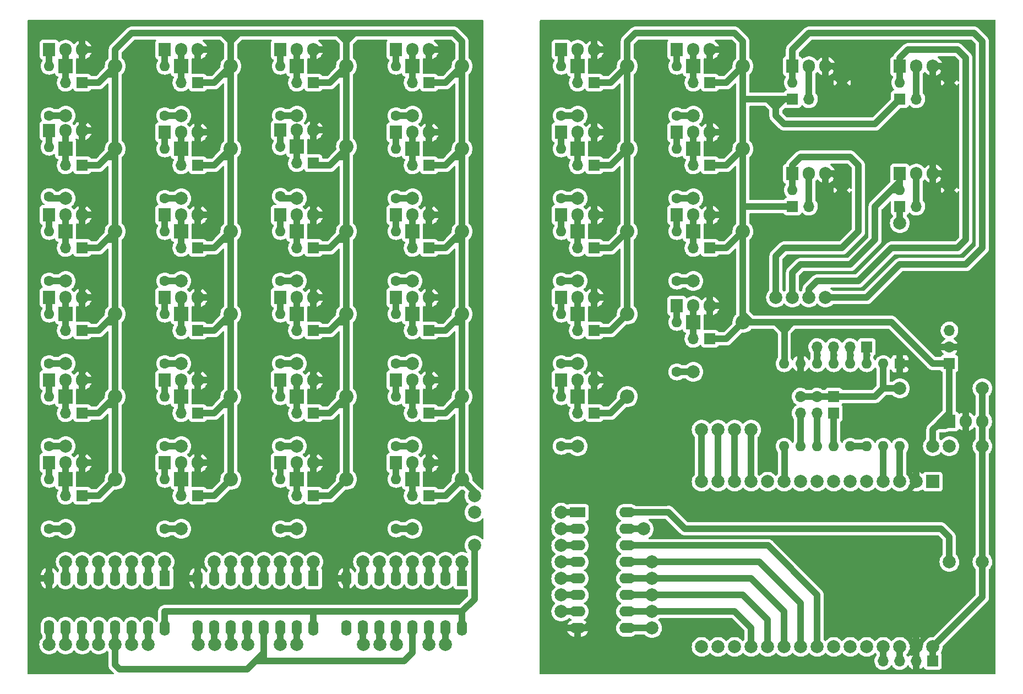
<source format=gbr>
%TF.GenerationSoftware,KiCad,Pcbnew,(6.0.8)*%
%TF.CreationDate,2022-12-05T13:38:34-05:00*%
%TF.ProjectId,MIDIViolina,4d494449-5669-46f6-9c69-6e612e6b6963,1.00*%
%TF.SameCoordinates,PX4163808PY853a720*%
%TF.FileFunction,Copper,L2,Bot*%
%TF.FilePolarity,Positive*%
%FSLAX46Y46*%
G04 Gerber Fmt 4.6, Leading zero omitted, Abs format (unit mm)*
G04 Created by KiCad (PCBNEW (6.0.8)) date 2022-12-05 13:38:34*
%MOMM*%
%LPD*%
G01*
G04 APERTURE LIST*
%TA.AperFunction,ComponentPad*%
%ADD10C,1.600000*%
%TD*%
%TA.AperFunction,ComponentPad*%
%ADD11O,1.600000X1.600000*%
%TD*%
%TA.AperFunction,ComponentPad*%
%ADD12R,1.905000X2.000000*%
%TD*%
%TA.AperFunction,ComponentPad*%
%ADD13O,1.905000X2.000000*%
%TD*%
%TA.AperFunction,ComponentPad*%
%ADD14R,1.700000X1.700000*%
%TD*%
%TA.AperFunction,ComponentPad*%
%ADD15O,1.700000X1.700000*%
%TD*%
%TA.AperFunction,ComponentPad*%
%ADD16R,2.200000X2.200000*%
%TD*%
%TA.AperFunction,ComponentPad*%
%ADD17O,2.200000X2.200000*%
%TD*%
%TA.AperFunction,ComponentPad*%
%ADD18O,1.600000X2.400000*%
%TD*%
%TA.AperFunction,ComponentPad*%
%ADD19R,1.600000X2.400000*%
%TD*%
%TA.AperFunction,ComponentPad*%
%ADD20R,1.600000X1.600000*%
%TD*%
%TA.AperFunction,ComponentPad*%
%ADD21R,2.400000X1.600000*%
%TD*%
%TA.AperFunction,ComponentPad*%
%ADD22O,2.400000X1.600000*%
%TD*%
%TA.AperFunction,ComponentPad*%
%ADD23R,2.000000X2.000000*%
%TD*%
%TA.AperFunction,ComponentPad*%
%ADD24C,2.000000*%
%TD*%
%TA.AperFunction,ViaPad*%
%ADD25C,2.000000*%
%TD*%
%TA.AperFunction,Conductor*%
%ADD26C,1.000000*%
%TD*%
G04 APERTURE END LIST*
D10*
%TO.P,R5,1*%
%TO.N,/Step*%
X82565000Y35560000D03*
D11*
%TO.P,R5,2*%
%TO.N,Net-(Q5-Pad1)*%
X82565000Y43180000D03*
%TD*%
D12*
%TO.P,Q5,1,G*%
%TO.N,Net-(Q5-Pad1)*%
X82565000Y45720000D03*
D13*
%TO.P,Q5,2,D*%
%TO.N,Net-(D1-Pad1)*%
X85105000Y45720000D03*
%TO.P,Q5,3,S*%
%TO.N,GND*%
X87645000Y45720000D03*
%TD*%
D14*
%TO.P,J7,1,Pin_1*%
%TO.N,+24V*%
X87645000Y40640000D03*
D15*
%TO.P,J7,2,Pin_2*%
%TO.N,Net-(D1-Pad1)*%
X85105000Y40640000D03*
%TD*%
D16*
%TO.P,D1,1,K*%
%TO.N,Net-(D1-Pad1)*%
X85105000Y43180000D03*
D17*
%TO.P,D1,2,A*%
%TO.N,+24V*%
X92725000Y43180000D03*
%TD*%
D18*
%TO.P,U6,16,VCC*%
%TO.N,+5V*%
X67310000Y7635000D03*
%TO.P,U6,15,QA*%
%TO.N,F2 NOTE*%
X64770000Y7635000D03*
%TO.P,U6,14,SER*%
%TO.N,Net-(U5-Pad9)*%
X62230000Y7635000D03*
%TO.P,U6,13,~{OE}*%
%TO.N,OUT ENABLE*%
X59690000Y7635000D03*
%TO.P,U6,12,RCLK*%
%TO.N,LATCH*%
X57150000Y7635000D03*
%TO.P,U6,11,SRCLK*%
%TO.N,SHIFT CLOCK*%
X54610000Y7635000D03*
%TO.P,U6,10,~{SRCLR}*%
%TO.N,SHIFT CLEAR*%
X52070000Y7635000D03*
%TO.P,U6,9,QH'*%
%TO.N,unconnected-(U6-Pad9)*%
X49530000Y7635000D03*
%TO.P,U6,8,GND*%
%TO.N,GND*%
X49530000Y15255000D03*
%TO.P,U6,7,QH*%
%TO.N,STRING 4*%
X52070000Y15255000D03*
%TO.P,U6,6,QG*%
%TO.N,B3 NOTE*%
X54610000Y15255000D03*
%TO.P,U6,5,QF*%
%TO.N,A#3 NOTE*%
X57150000Y15255000D03*
%TO.P,U6,4,QE*%
%TO.N,A3 NOTE*%
X59690000Y15255000D03*
%TO.P,U6,3,QD*%
%TO.N,G#3 NOTE*%
X62230000Y15255000D03*
%TO.P,U6,2,QC*%
%TO.N,G2 NOTE*%
X64770000Y15255000D03*
D19*
%TO.P,U6,1,QB*%
%TO.N,F#2 NOTE*%
X67310000Y15255000D03*
%TD*%
D12*
%TO.P,U1,1,VI*%
%TO.N,+24V*%
X142255000Y39370000D03*
D13*
%TO.P,U1,2,GND*%
%TO.N,GND*%
X144795000Y39370000D03*
%TO.P,U1,3,VO*%
%TO.N,+5V*%
X147335000Y39370000D03*
%TD*%
D16*
%TO.P,D20,1,K*%
%TO.N,Net-(D20-Pad1)*%
X85105000Y55880000D03*
D17*
%TO.P,D20,2,A*%
%TO.N,+24V*%
X92725000Y55880000D03*
%TD*%
D13*
%TO.P,Q9,3,S*%
%TO.N,GND*%
X26685000Y83820000D03*
%TO.P,Q9,2,D*%
%TO.N,Net-(D5-Pad1)*%
X24145000Y83820000D03*
D12*
%TO.P,Q9,1,G*%
%TO.N,Net-(Q9-Pad1)*%
X21605000Y83820000D03*
%TD*%
D17*
%TO.P,D19,2,A*%
%TO.N,+24V*%
X49545000Y55880000D03*
D16*
%TO.P,D19,1,K*%
%TO.N,Net-(D19-Pad1)*%
X41925000Y55880000D03*
%TD*%
D17*
%TO.P,D31,2,A*%
%TO.N,+24V*%
X13985000Y43180000D03*
D16*
%TO.P,D31,1,K*%
%TO.N,Net-(D31-Pad1)*%
X6365000Y43180000D03*
%TD*%
D11*
%TO.P,R20,2*%
%TO.N,Net-(Q20-Pad1)*%
X21605000Y43180000D03*
D10*
%TO.P,R20,1*%
%TO.N,A#2 NOTE*%
X21605000Y35560000D03*
%TD*%
D13*
%TO.P,Q33,3,S*%
%TO.N,GND*%
X62245000Y58420000D03*
%TO.P,Q33,2,D*%
%TO.N,Net-(D29-Pad1)*%
X59705000Y58420000D03*
D12*
%TO.P,Q33,1,G*%
%TO.N,Net-(Q33-Pad1)*%
X57165000Y58420000D03*
%TD*%
D17*
%TO.P,D11,2,A*%
%TO.N,+24V*%
X31765000Y93980000D03*
D16*
%TO.P,D11,1,K*%
%TO.N,Net-(D11-Pad1)*%
X24145000Y93980000D03*
%TD*%
D10*
%TO.P,R12,1*%
%TO.N,A NOTE*%
X82565000Y73660000D03*
D11*
%TO.P,R12,2*%
%TO.N,Net-(Q12-Pad1)*%
X82565000Y81280000D03*
%TD*%
D10*
%TO.P,R1,1*%
%TO.N,GND*%
X142255000Y91440000D03*
D11*
%TO.P,R1,2*%
%TO.N,/Motor 1*%
X134635000Y91440000D03*
%TD*%
D15*
%TO.P,J28,2,Pin_2*%
%TO.N,Net-(D19-Pad1)*%
X41925000Y53340000D03*
D14*
%TO.P,J28,1,Pin_1*%
%TO.N,+24V*%
X44465000Y53340000D03*
%TD*%
%TO.P,J9,1,Pin_1*%
%TO.N,+5V*%
X139705000Y2540000D03*
D15*
%TO.P,J9,2,Pin_2*%
%TO.N,GND*%
X137165000Y2540000D03*
%TO.P,J9,3,Pin_3*%
%TO.N,Net-(J9-Pad3)*%
X134625000Y2540000D03*
%TO.P,J9,4,Pin_4*%
%TO.N,Net-(J9-Pad4)*%
X132085000Y2540000D03*
%TD*%
%TO.P,J36,2,Pin_2*%
%TO.N,Net-(D27-Pad1)*%
X6365000Y53340000D03*
D14*
%TO.P,J36,1,Pin_1*%
%TO.N,+24V*%
X8905000Y53340000D03*
%TD*%
D12*
%TO.P,Q2,1,G*%
%TO.N,/Motor 3*%
X134635000Y77470000D03*
D13*
%TO.P,Q2,2,D*%
%TO.N,Net-(J2-Pad2)*%
X137175000Y77470000D03*
%TO.P,Q2,3,S*%
%TO.N,GND*%
X139715000Y77470000D03*
%TD*%
%TO.P,Q15,3,S*%
%TO.N,GND*%
X26685000Y96520000D03*
%TO.P,Q15,2,D*%
%TO.N,Net-(D11-Pad1)*%
X24145000Y96520000D03*
D12*
%TO.P,Q15,1,G*%
%TO.N,Net-(Q15-Pad1)*%
X21605000Y96520000D03*
%TD*%
%TO.P,Q7,1,G*%
%TO.N,Net-(Q7-Pad1)*%
X100345000Y71120000D03*
D13*
%TO.P,Q7,2,D*%
%TO.N,Net-(D3-Pad1)*%
X102885000Y71120000D03*
%TO.P,Q7,3,S*%
%TO.N,GND*%
X105425000Y71120000D03*
%TD*%
D20*
%TO.P,A1,1,GND*%
%TO.N,GND*%
X134635000Y48250000D03*
D11*
%TO.P,A1,2,VDD*%
%TO.N,+5V*%
X132095000Y48250000D03*
%TO.P,A1,3,1B*%
%TO.N,Net-(A1-Pad3)*%
X129555000Y48250000D03*
%TO.P,A1,4,1A*%
%TO.N,Net-(A1-Pad4)*%
X127015000Y48250000D03*
%TO.P,A1,5,2A*%
%TO.N,Net-(A1-Pad5)*%
X124475000Y48250000D03*
%TO.P,A1,6,2B*%
%TO.N,Net-(A1-Pad6)*%
X121935000Y48250000D03*
%TO.P,A1,7,GND*%
%TO.N,GND*%
X119395000Y48250000D03*
%TO.P,A1,8,VMOT*%
%TO.N,+24V*%
X116855000Y48250000D03*
%TO.P,A1,9,~{ENABLE}*%
%TO.N,/Enable*%
X116855000Y35550000D03*
%TO.P,A1,10,MS1*%
%TO.N,Net-(A1-Pad10)*%
X119395000Y35550000D03*
%TO.P,A1,11,MS2*%
%TO.N,Net-(A1-Pad11)*%
X121935000Y35550000D03*
%TO.P,A1,12,MS3*%
%TO.N,Net-(A1-Pad12)*%
X124475000Y35550000D03*
%TO.P,A1,13,~{RESET}*%
%TO.N,Net-(A1-Pad13)*%
X127015000Y35550000D03*
%TO.P,A1,14,~{SLEEP}*%
X129555000Y35550000D03*
%TO.P,A1,15,STEP*%
%TO.N,/Step*%
X132095000Y35550000D03*
%TO.P,A1,16,DIR*%
%TO.N,/Direction*%
X134635000Y35550000D03*
%TD*%
D16*
%TO.P,D2,1,K*%
%TO.N,Net-(D2-Pad1)*%
X85105000Y93980000D03*
D17*
%TO.P,D2,2,A*%
%TO.N,+24V*%
X92725000Y93980000D03*
%TD*%
D12*
%TO.P,Q12,1,G*%
%TO.N,Net-(Q12-Pad1)*%
X82565000Y83820000D03*
D13*
%TO.P,Q12,2,D*%
%TO.N,Net-(D8-Pad1)*%
X85105000Y83820000D03*
%TO.P,Q12,3,S*%
%TO.N,GND*%
X87645000Y83820000D03*
%TD*%
D12*
%TO.P,Q24,1,G*%
%TO.N,Net-(Q24-Pad1)*%
X82565000Y58420000D03*
D13*
%TO.P,Q24,2,D*%
%TO.N,Net-(D20-Pad1)*%
X85105000Y58420000D03*
%TO.P,Q24,3,S*%
%TO.N,GND*%
X87645000Y58420000D03*
%TD*%
%TO.P,Q10,3,S*%
%TO.N,GND*%
X44465000Y33020000D03*
%TO.P,Q10,2,D*%
%TO.N,Net-(D6-Pad1)*%
X41925000Y33020000D03*
D12*
%TO.P,Q10,1,G*%
%TO.N,Net-(Q10-Pad1)*%
X39385000Y33020000D03*
%TD*%
D11*
%TO.P,R17,2*%
%TO.N,Net-(Q17-Pad1)*%
X21605000Y55880000D03*
D10*
%TO.P,R17,1*%
%TO.N,STRING 2*%
X21605000Y48260000D03*
%TD*%
D13*
%TO.P,Q23,3,S*%
%TO.N,GND*%
X44465000Y58420000D03*
%TO.P,Q23,2,D*%
%TO.N,Net-(D19-Pad1)*%
X41925000Y58420000D03*
D12*
%TO.P,Q23,1,G*%
%TO.N,Net-(Q23-Pad1)*%
X39385000Y58420000D03*
%TD*%
D13*
%TO.P,Q13,3,S*%
%TO.N,GND*%
X8905000Y96520000D03*
%TO.P,Q13,2,D*%
%TO.N,Net-(D9-Pad1)*%
X6365000Y96520000D03*
D12*
%TO.P,Q13,1,G*%
%TO.N,Net-(Q13-Pad1)*%
X3825000Y96520000D03*
%TD*%
D17*
%TO.P,D18,2,A*%
%TO.N,+24V*%
X67325000Y81280000D03*
D16*
%TO.P,D18,1,K*%
%TO.N,Net-(D18-Pad1)*%
X59705000Y81280000D03*
%TD*%
D15*
%TO.P,J27,2,Pin_2*%
%TO.N,Net-(D18-Pad1)*%
X59705000Y78740000D03*
D14*
%TO.P,J27,1,Pin_1*%
%TO.N,+24V*%
X62245000Y78740000D03*
%TD*%
D17*
%TO.P,D4,2,A*%
%TO.N,+24V*%
X13985000Y30480000D03*
D16*
%TO.P,D4,1,K*%
%TO.N,Net-(D4-Pad1)*%
X6365000Y30480000D03*
%TD*%
D11*
%TO.P,R8,2*%
%TO.N,Net-(Q8-Pad1)*%
X3825000Y30480000D03*
D10*
%TO.P,R8,1*%
%TO.N,G#2 NOTE*%
X3825000Y22860000D03*
%TD*%
D12*
%TO.P,Q1,1,G*%
%TO.N,/Motor 1*%
X134635000Y93980000D03*
D13*
%TO.P,Q1,2,D*%
%TO.N,Net-(J1-Pad2)*%
X137175000Y93980000D03*
%TO.P,Q1,3,S*%
%TO.N,GND*%
X139715000Y93980000D03*
%TD*%
D14*
%TO.P,J3,1,Pin_1*%
%TO.N,+24V*%
X118125000Y72390000D03*
D15*
%TO.P,J3,2,Pin_2*%
%TO.N,Net-(J3-Pad2)*%
X120665000Y72390000D03*
%TD*%
D17*
%TO.P,D28,2,A*%
%TO.N,+24V*%
X49545000Y68580000D03*
D16*
%TO.P,D28,1,K*%
%TO.N,Net-(D28-Pad1)*%
X41925000Y68580000D03*
%TD*%
D13*
%TO.P,Q20,3,S*%
%TO.N,GND*%
X26685000Y45720000D03*
%TO.P,Q20,2,D*%
%TO.N,Net-(D16-Pad1)*%
X24145000Y45720000D03*
D12*
%TO.P,Q20,1,G*%
%TO.N,Net-(Q20-Pad1)*%
X21605000Y45720000D03*
%TD*%
D11*
%TO.P,R9,2*%
%TO.N,Net-(Q9-Pad1)*%
X21605000Y81280000D03*
D10*
%TO.P,R9,1*%
%TO.N,C2 NOTE*%
X21605000Y73660000D03*
%TD*%
D11*
%TO.P,R37,2*%
%TO.N,Net-(Q37-Pad1)*%
X57165000Y43180000D03*
D10*
%TO.P,R37,1*%
%TO.N,B3 NOTE*%
X57165000Y35560000D03*
%TD*%
%TO.P,R7,1*%
%TO.N,D NOTE*%
X100345000Y60960000D03*
D11*
%TO.P,R7,2*%
%TO.N,Net-(Q7-Pad1)*%
X100345000Y68580000D03*
%TD*%
D14*
%TO.P,J17,1,Pin_1*%
%TO.N,+24V*%
X87645000Y78740000D03*
D15*
%TO.P,J17,2,Pin_2*%
%TO.N,Net-(D8-Pad1)*%
X85105000Y78740000D03*
%TD*%
D11*
%TO.P,R32,2*%
%TO.N,Net-(Q32-Pad1)*%
X39385000Y68580000D03*
D10*
%TO.P,R32,1*%
%TO.N,E2 NOTE*%
X39385000Y60960000D03*
%TD*%
D14*
%TO.P,J5,1,Pin_1*%
%TO.N,+24V*%
X142255000Y48275000D03*
D15*
%TO.P,J5,2,Pin_2*%
%TO.N,GND*%
X142255000Y50815000D03*
%TO.P,J5,3,Pin_3*%
%TO.N,unconnected-(J5-Pad3)*%
X142255000Y53355000D03*
%TD*%
D14*
%TO.P,J12,1,Pin_1*%
%TO.N,+24V*%
X105425000Y66040000D03*
D15*
%TO.P,J12,2,Pin_2*%
%TO.N,Net-(D3-Pad1)*%
X102885000Y66040000D03*
%TD*%
D11*
%TO.P,R16,2*%
%TO.N,Net-(Q16-Pad1)*%
X57165000Y93980000D03*
D10*
%TO.P,R16,1*%
%TO.N,G2 NOTE*%
X57165000Y86360000D03*
%TD*%
D17*
%TO.P,D17,2,A*%
%TO.N,+24V*%
X49545000Y93980000D03*
D16*
%TO.P,D17,1,K*%
%TO.N,Net-(D17-Pad1)*%
X41925000Y93980000D03*
%TD*%
D12*
%TO.P,Q18,1,G*%
%TO.N,Net-(Q18-Pad1)*%
X82565000Y71120000D03*
D13*
%TO.P,Q18,2,D*%
%TO.N,Net-(D14-Pad1)*%
X85105000Y71120000D03*
%TO.P,Q18,3,S*%
%TO.N,GND*%
X87645000Y71120000D03*
%TD*%
D15*
%TO.P,J20,2,Pin_2*%
%TO.N,Net-(D11-Pad1)*%
X24145000Y91440000D03*
D14*
%TO.P,J20,1,Pin_1*%
%TO.N,+24V*%
X26685000Y91440000D03*
%TD*%
D15*
%TO.P,J25,2,Pin_2*%
%TO.N,Net-(D16-Pad1)*%
X24145000Y40640000D03*
D14*
%TO.P,J25,1,Pin_1*%
%TO.N,+24V*%
X26685000Y40640000D03*
%TD*%
D11*
%TO.P,R25,2*%
%TO.N,Net-(Q25-Pad1)*%
X3825000Y68580000D03*
D10*
%TO.P,R25,1*%
%TO.N,F NOTE*%
X3825000Y60960000D03*
%TD*%
D12*
%TO.P,Q34,1,G*%
%TO.N,Net-(Q34-Pad1)*%
X100345000Y83820000D03*
D13*
%TO.P,Q34,2,D*%
%TO.N,Net-(D30-Pad1)*%
X102885000Y83820000D03*
%TO.P,Q34,3,S*%
%TO.N,GND*%
X105425000Y83820000D03*
%TD*%
D14*
%TO.P,J29,1,Pin_1*%
%TO.N,+24V*%
X87645000Y53340000D03*
D15*
%TO.P,J29,2,Pin_2*%
%TO.N,Net-(D20-Pad1)*%
X85105000Y53340000D03*
%TD*%
%TO.P,J34,2,Pin_2*%
%TO.N,Net-(D25-Pad1)*%
X59705000Y27940000D03*
D14*
%TO.P,J34,1,Pin_1*%
%TO.N,+24V*%
X62245000Y27940000D03*
%TD*%
D17*
%TO.P,D22,2,A*%
%TO.N,+24V*%
X31765000Y30480000D03*
D16*
%TO.P,D22,1,K*%
%TO.N,Net-(D22-Pad1)*%
X24145000Y30480000D03*
%TD*%
D15*
%TO.P,J38,2,Pin_2*%
%TO.N,Net-(D29-Pad1)*%
X59705000Y53340000D03*
D14*
%TO.P,J38,1,Pin_1*%
%TO.N,+24V*%
X62245000Y53340000D03*
%TD*%
D11*
%TO.P,R15,2*%
%TO.N,Net-(Q15-Pad1)*%
X21605000Y93980000D03*
D10*
%TO.P,R15,1*%
%TO.N,C#2 NOTE*%
X21605000Y86360000D03*
%TD*%
D13*
%TO.P,Q29,3,S*%
%TO.N,GND*%
X62245000Y33020000D03*
%TO.P,Q29,2,D*%
%TO.N,Net-(D25-Pad1)*%
X59705000Y33020000D03*
D12*
%TO.P,Q29,1,G*%
%TO.N,Net-(Q29-Pad1)*%
X57165000Y33020000D03*
%TD*%
D15*
%TO.P,J31,2,Pin_2*%
%TO.N,Net-(D22-Pad1)*%
X24145000Y27940000D03*
D14*
%TO.P,J31,1,Pin_1*%
%TO.N,+24V*%
X26685000Y27940000D03*
%TD*%
D17*
%TO.P,D15,2,A*%
%TO.N,+24V*%
X13985000Y81280000D03*
D16*
%TO.P,D15,1,K*%
%TO.N,Net-(D15-Pad1)*%
X6365000Y81280000D03*
%TD*%
D13*
%TO.P,Q8,3,S*%
%TO.N,GND*%
X8905000Y33020000D03*
%TO.P,Q8,2,D*%
%TO.N,Net-(D4-Pad1)*%
X6365000Y33020000D03*
D12*
%TO.P,Q8,1,G*%
%TO.N,Net-(Q8-Pad1)*%
X3825000Y33020000D03*
%TD*%
D14*
%TO.P,J2,1,Pin_1*%
%TO.N,+24V*%
X134635000Y72390000D03*
D15*
%TO.P,J2,2,Pin_2*%
%TO.N,Net-(J2-Pad2)*%
X137175000Y72390000D03*
%TD*%
D10*
%TO.P,R4,1*%
%TO.N,GND*%
X125745000Y91440000D03*
D11*
%TO.P,R4,2*%
%TO.N,/Motor 4*%
X118125000Y91440000D03*
%TD*%
D13*
%TO.P,Q21,3,S*%
%TO.N,GND*%
X44465000Y96520000D03*
%TO.P,Q21,2,D*%
%TO.N,Net-(D17-Pad1)*%
X41925000Y96520000D03*
D12*
%TO.P,Q21,1,G*%
%TO.N,Net-(Q21-Pad1)*%
X39385000Y96520000D03*
%TD*%
D11*
%TO.P,R31,2*%
%TO.N,Net-(Q31-Pad1)*%
X3825000Y55880000D03*
D10*
%TO.P,R31,1*%
%TO.N,F# NOTE*%
X3825000Y48260000D03*
%TD*%
D17*
%TO.P,D5,2,A*%
%TO.N,+24V*%
X31765000Y81280000D03*
D16*
%TO.P,D5,1,K*%
%TO.N,Net-(D5-Pad1)*%
X24145000Y81280000D03*
%TD*%
D10*
%TO.P,R24,1*%
%TO.N,B NOTE*%
X82565000Y48260000D03*
D11*
%TO.P,R24,2*%
%TO.N,Net-(Q24-Pad1)*%
X82565000Y55880000D03*
%TD*%
D14*
%TO.P,J4,1,Pin_1*%
%TO.N,+24V*%
X118125000Y88900000D03*
D15*
%TO.P,J4,2,Pin_2*%
%TO.N,Net-(J4-Pad2)*%
X120665000Y88900000D03*
%TD*%
D14*
%TO.P,J1,1,Pin_1*%
%TO.N,+24V*%
X134635000Y88900000D03*
D15*
%TO.P,J1,2,Pin_2*%
%TO.N,Net-(J1-Pad2)*%
X137175000Y88900000D03*
%TD*%
D11*
%TO.P,R27,2*%
%TO.N,Net-(Q27-Pad1)*%
X39385000Y81605000D03*
D10*
%TO.P,R27,1*%
%TO.N,D#2 NOTE*%
X39385000Y73985000D03*
%TD*%
D15*
%TO.P,J42,2,Pin_2*%
%TO.N,Net-(D33-Pad1)*%
X59705000Y40640000D03*
D14*
%TO.P,J42,1,Pin_1*%
%TO.N,+24V*%
X62245000Y40640000D03*
%TD*%
D10*
%TO.P,R34,1*%
%TO.N,C# NOTE*%
X100345000Y73660000D03*
D11*
%TO.P,R34,2*%
%TO.N,Net-(Q34-Pad1)*%
X100345000Y81280000D03*
%TD*%
D15*
%TO.P,J14,2,Pin_2*%
%TO.N,Net-(D5-Pad1)*%
X24145000Y78740000D03*
D14*
%TO.P,J14,1,Pin_1*%
%TO.N,+24V*%
X26685000Y78740000D03*
%TD*%
D16*
%TO.P,D7,1,K*%
%TO.N,Net-(D7-Pad1)*%
X102885000Y54610000D03*
D17*
%TO.P,D7,2,A*%
%TO.N,+24V*%
X110505000Y54610000D03*
%TD*%
D15*
%TO.P,J19,2,Pin_2*%
%TO.N,Net-(D10-Pad1)*%
X24145000Y66040000D03*
D14*
%TO.P,J19,1,Pin_1*%
%TO.N,+24V*%
X26685000Y66040000D03*
%TD*%
D11*
%TO.P,R33,2*%
%TO.N,Net-(Q33-Pad1)*%
X57165000Y55880000D03*
D10*
%TO.P,R33,1*%
%TO.N,A#3 NOTE*%
X57165000Y48260000D03*
%TD*%
D11*
%TO.P,R36,2*%
%TO.N,Net-(Q36-Pad1)*%
X39385000Y43180000D03*
D10*
%TO.P,R36,1*%
%TO.N,F2 NOTE*%
X39385000Y35560000D03*
%TD*%
D11*
%TO.P,R28,2*%
%TO.N,Net-(Q28-Pad1)*%
X57165000Y68580000D03*
D10*
%TO.P,R28,1*%
%TO.N,A3 NOTE*%
X57165000Y60960000D03*
%TD*%
%TO.P,R11,1*%
%TO.N,STRING 1*%
X100345000Y46990000D03*
D11*
%TO.P,R11,2*%
%TO.N,Net-(Q11-Pad1)*%
X100345000Y54610000D03*
%TD*%
%TO.P,R19,2*%
%TO.N,Net-(Q19-Pad1)*%
X3825000Y81540000D03*
D10*
%TO.P,R19,1*%
%TO.N,E NOTE*%
X3825000Y73920000D03*
%TD*%
D15*
%TO.P,J21,2,Pin_2*%
%TO.N,Net-(D12-Pad1)*%
X59705000Y91440000D03*
D14*
%TO.P,J21,1,Pin_1*%
%TO.N,+24V*%
X62245000Y91440000D03*
%TD*%
D13*
%TO.P,Q31,3,S*%
%TO.N,GND*%
X8905000Y58420000D03*
%TO.P,Q31,2,D*%
%TO.N,Net-(D27-Pad1)*%
X6365000Y58420000D03*
D12*
%TO.P,Q31,1,G*%
%TO.N,Net-(Q31-Pad1)*%
X3825000Y58420000D03*
%TD*%
D11*
%TO.P,R23,2*%
%TO.N,Net-(Q23-Pad1)*%
X39385000Y55880000D03*
D10*
%TO.P,R23,1*%
%TO.N,STRING 3*%
X39385000Y48260000D03*
%TD*%
D14*
%TO.P,J39,1,Pin_1*%
%TO.N,+24V*%
X105425000Y78740000D03*
D15*
%TO.P,J39,2,Pin_2*%
%TO.N,Net-(D30-Pad1)*%
X102885000Y78740000D03*
%TD*%
D10*
%TO.P,R3,1*%
%TO.N,GND*%
X125745000Y74930000D03*
D11*
%TO.P,R3,2*%
%TO.N,/Motor 2*%
X118125000Y74930000D03*
%TD*%
D15*
%TO.P,J26,2,Pin_2*%
%TO.N,Net-(D17-Pad1)*%
X41925000Y91440000D03*
D14*
%TO.P,J26,1,Pin_1*%
%TO.N,+24V*%
X44465000Y91440000D03*
%TD*%
D15*
%TO.P,J32,2,Pin_2*%
%TO.N,Net-(D23-Pad1)*%
X41925000Y79065000D03*
D14*
%TO.P,J32,1,Pin_1*%
%TO.N,+24V*%
X44465000Y79065000D03*
%TD*%
D12*
%TO.P,Q3,1,G*%
%TO.N,/Motor 2*%
X118125000Y77470000D03*
D13*
%TO.P,Q3,2,D*%
%TO.N,Net-(J3-Pad2)*%
X120665000Y77470000D03*
%TO.P,Q3,3,S*%
%TO.N,GND*%
X123205000Y77470000D03*
%TD*%
D15*
%TO.P,J22,2,Pin_2*%
%TO.N,Net-(D13-Pad1)*%
X24145000Y53340000D03*
D14*
%TO.P,J22,1,Pin_1*%
%TO.N,+24V*%
X26685000Y53340000D03*
%TD*%
D21*
%TO.P,U3,1,QB*%
%TO.N,A NOTE*%
X85090000Y25385000D03*
D22*
%TO.P,U3,2,QC*%
%TO.N,A# NOTE*%
X85090000Y22845000D03*
%TO.P,U3,3,QD*%
%TO.N,B NOTE*%
X85090000Y20305000D03*
%TO.P,U3,4,QE*%
%TO.N,C NOTE*%
X85090000Y17765000D03*
%TO.P,U3,5,QF*%
%TO.N,C# NOTE*%
X85090000Y15225000D03*
%TO.P,U3,6,QG*%
%TO.N,D NOTE*%
X85090000Y12685000D03*
%TO.P,U3,7,QH*%
%TO.N,STRING 1*%
X85090000Y10145000D03*
%TO.P,U3,8,GND*%
%TO.N,GND*%
X85090000Y7605000D03*
%TO.P,U3,9,QH'*%
%TO.N,Net-(U3-Pad9)*%
X92710000Y7605000D03*
%TO.P,U3,10,~{SRCLR}*%
%TO.N,SHIFT CLEAR*%
X92710000Y10145000D03*
%TO.P,U3,11,SRCLK*%
%TO.N,SHIFT CLOCK*%
X92710000Y12685000D03*
%TO.P,U3,12,RCLK*%
%TO.N,LATCH*%
X92710000Y15225000D03*
%TO.P,U3,13,~{OE}*%
%TO.N,OUT ENABLE*%
X92710000Y17765000D03*
%TO.P,U3,14,SER*%
%TO.N,SHIFT I{slash}O*%
X92710000Y20305000D03*
%TO.P,U3,15,QA*%
%TO.N,G# NOTE*%
X92710000Y22845000D03*
%TO.P,U3,16,VCC*%
%TO.N,+5V*%
X92710000Y25385000D03*
%TD*%
D17*
%TO.P,D13,2,A*%
%TO.N,+24V*%
X31765000Y55880000D03*
D16*
%TO.P,D13,1,K*%
%TO.N,Net-(D13-Pad1)*%
X24145000Y55880000D03*
%TD*%
D13*
%TO.P,Q17,3,S*%
%TO.N,GND*%
X26685000Y58420000D03*
%TO.P,Q17,2,D*%
%TO.N,Net-(D13-Pad1)*%
X24145000Y58420000D03*
D12*
%TO.P,Q17,1,G*%
%TO.N,Net-(Q17-Pad1)*%
X21605000Y58420000D03*
%TD*%
%TO.P,Q4,1,G*%
%TO.N,/Motor 4*%
X118125000Y93980000D03*
D13*
%TO.P,Q4,2,D*%
%TO.N,Net-(J4-Pad2)*%
X120665000Y93980000D03*
%TO.P,Q4,3,S*%
%TO.N,GND*%
X123205000Y93980000D03*
%TD*%
D12*
%TO.P,Q30,1,G*%
%TO.N,Net-(Q30-Pad1)*%
X100345000Y96520000D03*
D13*
%TO.P,Q30,2,D*%
%TO.N,Net-(D26-Pad1)*%
X102885000Y96520000D03*
%TO.P,Q30,3,S*%
%TO.N,GND*%
X105425000Y96520000D03*
%TD*%
D16*
%TO.P,D26,1,K*%
%TO.N,Net-(D26-Pad1)*%
X102885000Y93980000D03*
D17*
%TO.P,D26,2,A*%
%TO.N,+24V*%
X110505000Y93980000D03*
%TD*%
D18*
%TO.P,U5,16,VCC*%
%TO.N,+5V*%
X44450000Y7635000D03*
%TO.P,U5,15,QA*%
%TO.N,A#2 NOTE*%
X41910000Y7635000D03*
%TO.P,U5,14,SER*%
%TO.N,Net-(U4-Pad9)*%
X39370000Y7635000D03*
%TO.P,U5,13,~{OE}*%
%TO.N,OUT ENABLE*%
X36830000Y7635000D03*
%TO.P,U5,12,RCLK*%
%TO.N,LATCH*%
X34290000Y7635000D03*
%TO.P,U5,11,SRCLK*%
%TO.N,SHIFT CLOCK*%
X31750000Y7635000D03*
%TO.P,U5,10,~{SRCLR}*%
%TO.N,SHIFT CLEAR*%
X29210000Y7635000D03*
%TO.P,U5,9,QH'*%
%TO.N,Net-(U5-Pad9)*%
X26670000Y7635000D03*
%TO.P,U5,8,GND*%
%TO.N,GND*%
X26670000Y15255000D03*
%TO.P,U5,7,QH*%
%TO.N,STRING 3*%
X29210000Y15255000D03*
%TO.P,U5,6,QG*%
%TO.N,E2 NOTE*%
X31750000Y15255000D03*
%TO.P,U5,5,QF*%
%TO.N,D#2 NOTE*%
X34290000Y15255000D03*
%TO.P,U5,4,QE*%
%TO.N,D2 NOTE*%
X36830000Y15255000D03*
%TO.P,U5,3,QD*%
%TO.N,C#2 NOTE*%
X39370000Y15255000D03*
%TO.P,U5,2,QC*%
%TO.N,C2 NOTE*%
X41910000Y15255000D03*
D19*
%TO.P,U5,1,QB*%
%TO.N,B2 NOTE*%
X44450000Y15255000D03*
%TD*%
D14*
%TO.P,J11,1,Pin_1*%
%TO.N,+24V*%
X87645000Y91440000D03*
D15*
%TO.P,J11,2,Pin_2*%
%TO.N,Net-(D2-Pad1)*%
X85105000Y91440000D03*
%TD*%
D17*
%TO.P,D32,2,A*%
%TO.N,+24V*%
X49545000Y43180000D03*
D16*
%TO.P,D32,1,K*%
%TO.N,Net-(D32-Pad1)*%
X41925000Y43180000D03*
%TD*%
D11*
%TO.P,R21,2*%
%TO.N,Net-(Q21-Pad1)*%
X39385000Y93980000D03*
D10*
%TO.P,R21,1*%
%TO.N,D2 NOTE*%
X39385000Y86360000D03*
%TD*%
D13*
%TO.P,Q27,3,S*%
%TO.N,GND*%
X44465000Y84145000D03*
%TO.P,Q27,2,D*%
%TO.N,Net-(D23-Pad1)*%
X41925000Y84145000D03*
D12*
%TO.P,Q27,1,G*%
%TO.N,Net-(Q27-Pad1)*%
X39385000Y84145000D03*
%TD*%
D17*
%TO.P,D16,2,A*%
%TO.N,+24V*%
X31765000Y43180000D03*
D16*
%TO.P,D16,1,K*%
%TO.N,Net-(D16-Pad1)*%
X24145000Y43180000D03*
%TD*%
D13*
%TO.P,Q35,3,S*%
%TO.N,GND*%
X8905000Y45720000D03*
%TO.P,Q35,2,D*%
%TO.N,Net-(D31-Pad1)*%
X6365000Y45720000D03*
D12*
%TO.P,Q35,1,G*%
%TO.N,Net-(Q35-Pad1)*%
X3825000Y45720000D03*
%TD*%
D13*
%TO.P,Q22,3,S*%
%TO.N,GND*%
X62245000Y83820000D03*
%TO.P,Q22,2,D*%
%TO.N,Net-(D18-Pad1)*%
X59705000Y83820000D03*
D12*
%TO.P,Q22,1,G*%
%TO.N,Net-(Q22-Pad1)*%
X57165000Y83820000D03*
%TD*%
D11*
%TO.P,R35,2*%
%TO.N,Net-(Q35-Pad1)*%
X3825000Y43180000D03*
D10*
%TO.P,R35,1*%
%TO.N,G NOTE*%
X3825000Y35560000D03*
%TD*%
D15*
%TO.P,J30,2,Pin_2*%
%TO.N,Net-(D21-Pad1)*%
X6365000Y66040000D03*
D14*
%TO.P,J30,1,Pin_1*%
%TO.N,+24V*%
X8905000Y66040000D03*
%TD*%
D15*
%TO.P,J37,2,Pin_2*%
%TO.N,Net-(D28-Pad1)*%
X41925000Y66040000D03*
D14*
%TO.P,J37,1,Pin_1*%
%TO.N,+24V*%
X44465000Y66040000D03*
%TD*%
D11*
%TO.P,R26,2*%
%TO.N,Net-(Q26-Pad1)*%
X21605000Y30480000D03*
D10*
%TO.P,R26,1*%
%TO.N,B2 NOTE*%
X21605000Y22860000D03*
%TD*%
D13*
%TO.P,Q26,3,S*%
%TO.N,GND*%
X26685000Y33020000D03*
%TO.P,Q26,2,D*%
%TO.N,Net-(D22-Pad1)*%
X24145000Y33020000D03*
D12*
%TO.P,Q26,1,G*%
%TO.N,Net-(Q26-Pad1)*%
X21605000Y33020000D03*
%TD*%
D17*
%TO.P,D6,2,A*%
%TO.N,+24V*%
X49545000Y30480000D03*
D16*
%TO.P,D6,1,K*%
%TO.N,Net-(D6-Pad1)*%
X41925000Y30480000D03*
%TD*%
D11*
%TO.P,R13,2*%
%TO.N,Net-(Q13-Pad1)*%
X3825000Y93980000D03*
D10*
%TO.P,R13,1*%
%TO.N,D# NOTE*%
X3825000Y86360000D03*
%TD*%
D12*
%TO.P,Q6,1,G*%
%TO.N,Net-(Q6-Pad1)*%
X82565000Y96520000D03*
D13*
%TO.P,Q6,2,D*%
%TO.N,Net-(D2-Pad1)*%
X85105000Y96520000D03*
%TO.P,Q6,3,S*%
%TO.N,GND*%
X87645000Y96520000D03*
%TD*%
D16*
%TO.P,D14,1,K*%
%TO.N,Net-(D14-Pad1)*%
X85105000Y68580000D03*
D17*
%TO.P,D14,2,A*%
%TO.N,+24V*%
X92725000Y68580000D03*
%TD*%
D11*
%TO.P,R29,2*%
%TO.N,Net-(Q29-Pad1)*%
X57165000Y30480000D03*
D10*
%TO.P,R29,1*%
%TO.N,STRING 4*%
X57165000Y22860000D03*
%TD*%
D15*
%TO.P,J18,2,Pin_2*%
%TO.N,Net-(D9-Pad1)*%
X6365000Y91440000D03*
D14*
%TO.P,J18,1,Pin_1*%
%TO.N,+24V*%
X8905000Y91440000D03*
%TD*%
D17*
%TO.P,D29,2,A*%
%TO.N,+24V*%
X67325000Y55880000D03*
D16*
%TO.P,D29,1,K*%
%TO.N,Net-(D29-Pad1)*%
X59705000Y55880000D03*
%TD*%
D14*
%TO.P,J10,1,Pin_1*%
%TO.N,Net-(A1-Pad3)*%
X129545000Y50800000D03*
D15*
%TO.P,J10,2,Pin_2*%
%TO.N,Net-(A1-Pad4)*%
X127005000Y50800000D03*
%TO.P,J10,3,Pin_3*%
%TO.N,Net-(A1-Pad5)*%
X124465000Y50800000D03*
%TO.P,J10,4,Pin_4*%
%TO.N,Net-(A1-Pad6)*%
X121925000Y50800000D03*
%TD*%
D10*
%TO.P,R18,1*%
%TO.N,A# NOTE*%
X82565000Y60960000D03*
D11*
%TO.P,R18,2*%
%TO.N,Net-(Q18-Pad1)*%
X82565000Y68580000D03*
%TD*%
%TO.P,R22,2*%
%TO.N,Net-(Q22-Pad1)*%
X57165000Y81280000D03*
D10*
%TO.P,R22,1*%
%TO.N,G#3 NOTE*%
X57165000Y73660000D03*
%TD*%
%TO.P,R2,1*%
%TO.N,GND*%
X142255000Y74930000D03*
D11*
%TO.P,R2,2*%
%TO.N,/Motor 3*%
X134635000Y74930000D03*
%TD*%
D14*
%TO.P,J8,1,Pin_1*%
%TO.N,Net-(A1-Pad12)*%
X124460000Y40640000D03*
D15*
%TO.P,J8,2,Pin_2*%
%TO.N,Net-(A1-Pad11)*%
X121920000Y40640000D03*
%TO.P,J8,3,Pin_3*%
%TO.N,Net-(A1-Pad10)*%
X119380000Y40640000D03*
%TD*%
D13*
%TO.P,Q28,3,S*%
%TO.N,GND*%
X62245000Y71120000D03*
%TO.P,Q28,2,D*%
%TO.N,Net-(D24-Pad1)*%
X59705000Y71120000D03*
D12*
%TO.P,Q28,1,G*%
%TO.N,Net-(Q28-Pad1)*%
X57165000Y71120000D03*
%TD*%
D17*
%TO.P,D12,2,A*%
%TO.N,+24V*%
X67325000Y93980000D03*
D16*
%TO.P,D12,1,K*%
%TO.N,Net-(D12-Pad1)*%
X59705000Y93980000D03*
%TD*%
D23*
%TO.P,U2,1,3V3*%
%TO.N,unconnected-(U2-Pad1)*%
X139715000Y30115000D03*
D24*
%TO.P,U2,2,GND*%
%TO.N,GND*%
X137175000Y30115000D03*
%TO.P,U2,3,D15*%
%TO.N,/Direction*%
X134635000Y30115000D03*
%TO.P,U2,4,D2*%
%TO.N,/Step*%
X132095000Y30115000D03*
%TO.P,U2,5,D4*%
%TO.N,unconnected-(U2-Pad5)*%
X129555000Y30115000D03*
%TO.P,U2,6,RX2*%
%TO.N,unconnected-(U2-Pad6)*%
X127015000Y30115000D03*
%TO.P,U2,7,TX2*%
%TO.N,unconnected-(U2-Pad7)*%
X124475000Y30115000D03*
%TO.P,U2,8,D5*%
%TO.N,unconnected-(U2-Pad8)*%
X121935000Y30115000D03*
%TO.P,U2,9,D18*%
%TO.N,unconnected-(U2-Pad9)*%
X119395000Y30115000D03*
%TO.P,U2,10,D19*%
%TO.N,/Enable*%
X116855000Y30115000D03*
%TO.P,U2,11,D21*%
%TO.N,unconnected-(U2-Pad11)*%
X114315000Y30115000D03*
%TO.P,U2,12,RX0*%
%TO.N,/Motor 4*%
X111775000Y30115000D03*
%TO.P,U2,13,TX0*%
%TO.N,/Motor 1*%
X109235000Y30115000D03*
%TO.P,U2,14,D22*%
%TO.N,/Motor 3*%
X106695000Y30115000D03*
%TO.P,U2,15,D23*%
%TO.N,/Motor 2*%
X104155000Y30115000D03*
%TO.P,U2,16,EN*%
%TO.N,unconnected-(U2-Pad16)*%
X104155000Y4715000D03*
%TO.P,U2,17,VP*%
%TO.N,unconnected-(U2-Pad17)*%
X106695000Y4715000D03*
%TO.P,U2,18,VN*%
%TO.N,unconnected-(U2-Pad18)*%
X109235000Y4715000D03*
%TO.P,U2,19,D34*%
%TO.N,SHIFT CLEAR*%
X111775000Y4715000D03*
%TO.P,U2,20,D35*%
%TO.N,SHIFT CLOCK*%
X114315000Y4715000D03*
%TO.P,U2,21,D32*%
%TO.N,LATCH*%
X116855000Y4715000D03*
%TO.P,U2,22,D33*%
%TO.N,OUT ENABLE*%
X119395000Y4715000D03*
%TO.P,U2,23,D25*%
%TO.N,SHIFT I{slash}O*%
X121935000Y4715000D03*
%TO.P,U2,24,D26*%
%TO.N,unconnected-(U2-Pad24)*%
X124475000Y4715000D03*
%TO.P,U2,25,D27*%
%TO.N,unconnected-(U2-Pad25)*%
X127015000Y4715000D03*
%TO.P,U2,26,D14*%
%TO.N,unconnected-(U2-Pad26)*%
X129555000Y4715000D03*
%TO.P,U2,27,D12*%
%TO.N,Net-(J9-Pad4)*%
X132095000Y4715000D03*
%TO.P,U2,28,D13*%
%TO.N,Net-(J9-Pad3)*%
X134635000Y4715000D03*
%TO.P,U2,29,GND*%
%TO.N,GND*%
X137175000Y4715000D03*
%TO.P,U2,30,VIN*%
%TO.N,+5V*%
X139715000Y4715000D03*
%TD*%
D17*
%TO.P,D25,2,A*%
%TO.N,+24V*%
X67325000Y30480000D03*
D16*
%TO.P,D25,1,K*%
%TO.N,Net-(D25-Pad1)*%
X59705000Y30480000D03*
%TD*%
D14*
%TO.P,J35,1,Pin_1*%
%TO.N,+24V*%
X105425000Y91440000D03*
D15*
%TO.P,J35,2,Pin_2*%
%TO.N,Net-(D26-Pad1)*%
X102885000Y91440000D03*
%TD*%
D16*
%TO.P,D8,1,K*%
%TO.N,Net-(D8-Pad1)*%
X85105000Y81280000D03*
D17*
%TO.P,D8,2,A*%
%TO.N,+24V*%
X92725000Y81280000D03*
%TD*%
%TO.P,D24,2,A*%
%TO.N,+24V*%
X67325000Y68580000D03*
D16*
%TO.P,D24,1,K*%
%TO.N,Net-(D24-Pad1)*%
X59705000Y68580000D03*
%TD*%
D17*
%TO.P,D21,2,A*%
%TO.N,+24V*%
X13985000Y68580000D03*
D16*
%TO.P,D21,1,K*%
%TO.N,Net-(D21-Pad1)*%
X6365000Y68580000D03*
%TD*%
D10*
%TO.P,R6,1*%
%TO.N,G# NOTE*%
X82565000Y86360000D03*
D11*
%TO.P,R6,2*%
%TO.N,Net-(Q6-Pad1)*%
X82565000Y93980000D03*
%TD*%
D15*
%TO.P,J24,2,Pin_2*%
%TO.N,Net-(D15-Pad1)*%
X6365000Y78740000D03*
D14*
%TO.P,J24,1,Pin_1*%
%TO.N,+24V*%
X8905000Y78740000D03*
%TD*%
D15*
%TO.P,J33,2,Pin_2*%
%TO.N,Net-(D24-Pad1)*%
X59705000Y66040000D03*
D14*
%TO.P,J33,1,Pin_1*%
%TO.N,+24V*%
X62245000Y66040000D03*
%TD*%
D17*
%TO.P,D9,2,A*%
%TO.N,+24V*%
X13985000Y93980000D03*
D16*
%TO.P,D9,1,K*%
%TO.N,Net-(D9-Pad1)*%
X6365000Y93980000D03*
%TD*%
D11*
%TO.P,R10,2*%
%TO.N,Net-(Q10-Pad1)*%
X39385000Y30480000D03*
D10*
%TO.P,R10,1*%
%TO.N,F#2 NOTE*%
X39385000Y22860000D03*
%TD*%
D17*
%TO.P,D27,2,A*%
%TO.N,+24V*%
X13985000Y55880000D03*
D16*
%TO.P,D27,1,K*%
%TO.N,Net-(D27-Pad1)*%
X6365000Y55880000D03*
%TD*%
D17*
%TO.P,D33,2,A*%
%TO.N,+24V*%
X67325000Y43180000D03*
D16*
%TO.P,D33,1,K*%
%TO.N,Net-(D33-Pad1)*%
X59705000Y43180000D03*
%TD*%
D13*
%TO.P,Q25,3,S*%
%TO.N,GND*%
X8905000Y71120000D03*
%TO.P,Q25,2,D*%
%TO.N,Net-(D21-Pad1)*%
X6365000Y71120000D03*
D12*
%TO.P,Q25,1,G*%
%TO.N,Net-(Q25-Pad1)*%
X3825000Y71120000D03*
%TD*%
D16*
%TO.P,D30,1,K*%
%TO.N,Net-(D30-Pad1)*%
X102885000Y81280000D03*
D17*
%TO.P,D30,2,A*%
%TO.N,+24V*%
X110505000Y81280000D03*
%TD*%
D14*
%TO.P,J23,1,Pin_1*%
%TO.N,+24V*%
X87645000Y66040000D03*
D15*
%TO.P,J23,2,Pin_2*%
%TO.N,Net-(D14-Pad1)*%
X85105000Y66040000D03*
%TD*%
D13*
%TO.P,Q32,3,S*%
%TO.N,GND*%
X44465000Y71120000D03*
%TO.P,Q32,2,D*%
%TO.N,Net-(D28-Pad1)*%
X41925000Y71120000D03*
D12*
%TO.P,Q32,1,G*%
%TO.N,Net-(Q32-Pad1)*%
X39385000Y71120000D03*
%TD*%
D15*
%TO.P,J15,2,Pin_2*%
%TO.N,Net-(D6-Pad1)*%
X41925000Y27940000D03*
D14*
%TO.P,J15,1,Pin_1*%
%TO.N,+24V*%
X44465000Y27940000D03*
%TD*%
D13*
%TO.P,Q19,3,S*%
%TO.N,GND*%
X8905000Y84080000D03*
%TO.P,Q19,2,D*%
%TO.N,Net-(D15-Pad1)*%
X6365000Y84080000D03*
D12*
%TO.P,Q19,1,G*%
%TO.N,Net-(Q19-Pad1)*%
X3825000Y84080000D03*
%TD*%
D13*
%TO.P,Q36,3,S*%
%TO.N,GND*%
X44465000Y45720000D03*
%TO.P,Q36,2,D*%
%TO.N,Net-(D32-Pad1)*%
X41925000Y45720000D03*
D12*
%TO.P,Q36,1,G*%
%TO.N,Net-(Q36-Pad1)*%
X39385000Y45720000D03*
%TD*%
D17*
%TO.P,D23,2,A*%
%TO.N,+24V*%
X49545000Y81605000D03*
D16*
%TO.P,D23,1,K*%
%TO.N,Net-(D23-Pad1)*%
X41925000Y81605000D03*
%TD*%
D13*
%TO.P,Q14,3,S*%
%TO.N,GND*%
X26685000Y71120000D03*
%TO.P,Q14,2,D*%
%TO.N,Net-(D10-Pad1)*%
X24145000Y71120000D03*
D12*
%TO.P,Q14,1,G*%
%TO.N,Net-(Q14-Pad1)*%
X21605000Y71120000D03*
%TD*%
D13*
%TO.P,Q16,3,S*%
%TO.N,GND*%
X62245000Y96520000D03*
%TO.P,Q16,2,D*%
%TO.N,Net-(D12-Pad1)*%
X59705000Y96520000D03*
D12*
%TO.P,Q16,1,G*%
%TO.N,Net-(Q16-Pad1)*%
X57165000Y96520000D03*
%TD*%
D17*
%TO.P,D10,2,A*%
%TO.N,+24V*%
X31765000Y68580000D03*
D16*
%TO.P,D10,1,K*%
%TO.N,Net-(D10-Pad1)*%
X24145000Y68580000D03*
%TD*%
D14*
%TO.P,J16,1,Pin_1*%
%TO.N,+24V*%
X105425000Y52070000D03*
D15*
%TO.P,J16,2,Pin_2*%
%TO.N,Net-(D7-Pad1)*%
X102885000Y52070000D03*
%TD*%
D12*
%TO.P,Q11,1,G*%
%TO.N,Net-(Q11-Pad1)*%
X100345000Y57150000D03*
D13*
%TO.P,Q11,2,D*%
%TO.N,Net-(D7-Pad1)*%
X102885000Y57150000D03*
%TO.P,Q11,3,S*%
%TO.N,GND*%
X105425000Y57150000D03*
%TD*%
D16*
%TO.P,D3,1,K*%
%TO.N,Net-(D3-Pad1)*%
X102885000Y68580000D03*
D17*
%TO.P,D3,2,A*%
%TO.N,+24V*%
X110505000Y68580000D03*
%TD*%
D13*
%TO.P,Q37,3,S*%
%TO.N,GND*%
X62245000Y45720000D03*
%TO.P,Q37,2,D*%
%TO.N,Net-(D33-Pad1)*%
X59705000Y45720000D03*
D12*
%TO.P,Q37,1,G*%
%TO.N,Net-(Q37-Pad1)*%
X57165000Y45720000D03*
%TD*%
D15*
%TO.P,J40,2,Pin_2*%
%TO.N,Net-(D31-Pad1)*%
X6365000Y40640000D03*
D14*
%TO.P,J40,1,Pin_1*%
%TO.N,+24V*%
X8905000Y40640000D03*
%TD*%
D15*
%TO.P,J41,2,Pin_2*%
%TO.N,Net-(D32-Pad1)*%
X41925000Y40640000D03*
D14*
%TO.P,J41,1,Pin_1*%
%TO.N,+24V*%
X44465000Y40640000D03*
%TD*%
D10*
%TO.P,R30,1*%
%TO.N,C NOTE*%
X100345000Y86360000D03*
D11*
%TO.P,R30,2*%
%TO.N,Net-(Q30-Pad1)*%
X100345000Y93980000D03*
%TD*%
D18*
%TO.P,U4,16,VCC*%
%TO.N,+5V*%
X21590000Y7635000D03*
%TO.P,U4,15,QA*%
%TO.N,D# NOTE*%
X19050000Y7635000D03*
%TO.P,U4,14,SER*%
%TO.N,Net-(U3-Pad9)*%
X16510000Y7635000D03*
%TO.P,U4,13,~{OE}*%
%TO.N,OUT ENABLE*%
X13970000Y7635000D03*
%TO.P,U4,12,RCLK*%
%TO.N,LATCH*%
X11430000Y7635000D03*
%TO.P,U4,11,SRCLK*%
%TO.N,SHIFT CLOCK*%
X8890000Y7635000D03*
%TO.P,U4,10,~{SRCLR}*%
%TO.N,SHIFT CLEAR*%
X6350000Y7635000D03*
%TO.P,U4,9,QH'*%
%TO.N,Net-(U4-Pad9)*%
X3810000Y7635000D03*
%TO.P,U4,8,GND*%
%TO.N,GND*%
X3810000Y15255000D03*
%TO.P,U4,7,QH*%
%TO.N,STRING 2*%
X6350000Y15255000D03*
%TO.P,U4,6,QG*%
%TO.N,A2 NOTE*%
X8890000Y15255000D03*
%TO.P,U4,5,QF*%
%TO.N,G#2 NOTE*%
X11430000Y15255000D03*
%TO.P,U4,4,QE*%
%TO.N,G NOTE*%
X13970000Y15255000D03*
%TO.P,U4,3,QD*%
%TO.N,F# NOTE*%
X16510000Y15255000D03*
%TO.P,U4,2,QC*%
%TO.N,F NOTE*%
X19050000Y15255000D03*
D19*
%TO.P,U4,1,QB*%
%TO.N,E NOTE*%
X21590000Y15255000D03*
%TD*%
D14*
%TO.P,J6,1,Pin_1*%
%TO.N,+5V*%
X124460000Y43180000D03*
D15*
%TO.P,J6,2,Pin_2*%
X121920000Y43180000D03*
%TO.P,J6,3,Pin_3*%
X119380000Y43180000D03*
%TD*%
D11*
%TO.P,R14,2*%
%TO.N,Net-(Q14-Pad1)*%
X21605000Y68580000D03*
D10*
%TO.P,R14,1*%
%TO.N,A2 NOTE*%
X21605000Y60960000D03*
%TD*%
D15*
%TO.P,J13,2,Pin_2*%
%TO.N,Net-(D4-Pad1)*%
X6365000Y27940000D03*
D14*
%TO.P,J13,1,Pin_1*%
%TO.N,+24V*%
X8905000Y27940000D03*
%TD*%
D25*
%TO.N,/Step*%
X85105000Y35560000D03*
%TO.N,GND*%
X90185000Y45720000D03*
%TO.N,*%
X142255000Y35560000D03*
%TO.N,+24V*%
X134635000Y69850000D03*
X139715000Y35560000D03*
X69230000Y27940000D03*
%TO.N,+5V*%
X69230000Y20320000D03*
X147335000Y35560000D03*
X147335000Y44450000D03*
X142255000Y17780000D03*
X147335000Y17780000D03*
X134635000Y44450000D03*
%TO.N,GND*%
X90185000Y58420000D03*
X52085000Y35560000D03*
X16525000Y86360000D03*
X63515000Y86360000D03*
X10175000Y60960000D03*
X16525000Y35560000D03*
X27955000Y73660000D03*
X135905000Y60960000D03*
X10175000Y73660000D03*
X52085000Y63500000D03*
X52085000Y73660000D03*
X27955000Y60960000D03*
X45735000Y86360000D03*
X63515000Y48260000D03*
X69230000Y22860000D03*
X27955000Y35560000D03*
X16525000Y60960000D03*
X63515000Y60960000D03*
X52085000Y60960000D03*
X64785000Y96520000D03*
X16525000Y91440000D03*
X107965000Y57150000D03*
X10175000Y35560000D03*
X11445000Y96520000D03*
X45735000Y48260000D03*
X16525000Y50800000D03*
X10175000Y48260000D03*
X16525000Y48260000D03*
X90185000Y83820000D03*
X45735000Y73660000D03*
X125745000Y72390000D03*
X16525000Y38100000D03*
X16525000Y88900000D03*
X140357500Y60960000D03*
X27955000Y48260000D03*
X52085000Y48260000D03*
X16525000Y83820000D03*
X52085000Y83820000D03*
X45735000Y35560000D03*
X52085000Y38100000D03*
X125745000Y69850000D03*
X90185000Y71120000D03*
X107965000Y83820000D03*
X16525000Y73660000D03*
X125745000Y88900000D03*
X47005000Y96520000D03*
X16525000Y76200000D03*
X90185000Y96520000D03*
X107965000Y96520000D03*
X52085000Y91440000D03*
X107965000Y71120000D03*
X142255000Y69850000D03*
X52085000Y86360000D03*
X95265000Y96520000D03*
X27955000Y86360000D03*
X52085000Y76200000D03*
X144795000Y35560000D03*
X29225000Y96520000D03*
X16525000Y63500000D03*
%TO.N,*%
X69230000Y25400000D03*
%TO.N,GND*%
X63515000Y73660000D03*
X45735000Y60960000D03*
X52085000Y88900000D03*
X63515000Y35560000D03*
X10175000Y86360000D03*
X52085000Y50800000D03*
%TO.N,/Motor 2*%
X115585000Y58420000D03*
X104155000Y38100000D03*
%TO.N,/Motor 1*%
X120665000Y58420000D03*
X109235000Y38100000D03*
%TO.N,/Motor 3*%
X118125000Y58420000D03*
X106695000Y38100000D03*
%TO.N,/Motor 4*%
X111775000Y38100000D03*
X123205000Y58420000D03*
%TO.N,G# NOTE*%
X85105000Y86360000D03*
X95265000Y22830000D03*
%TO.N,D NOTE*%
X102885000Y60960000D03*
X82565000Y12670000D03*
%TO.N,G#2 NOTE*%
X11430000Y17780000D03*
X6365000Y22860000D03*
%TO.N,C2 NOTE*%
X24145000Y73660000D03*
X41925000Y17780000D03*
%TO.N,F#2 NOTE*%
X67295000Y17780000D03*
X41925000Y22860000D03*
%TO.N,STRING 1*%
X102885000Y46990000D03*
X82565000Y10160000D03*
%TO.N,A NOTE*%
X82565000Y25370000D03*
X85105000Y73660000D03*
%TO.N,D# NOTE*%
X19065000Y5080000D03*
X6365000Y86360000D03*
%TO.N,A2 NOTE*%
X24145000Y60960000D03*
X8890000Y17780000D03*
%TO.N,C#2 NOTE*%
X39385000Y17780000D03*
X24145000Y86360000D03*
%TO.N,G2 NOTE*%
X64770000Y17780000D03*
X59705000Y86360000D03*
%TO.N,STRING 2*%
X6350000Y17780000D03*
X24145000Y48260000D03*
%TO.N,A# NOTE*%
X82565000Y22830000D03*
X85105000Y60960000D03*
%TO.N,E NOTE*%
X6365000Y73660000D03*
X21575000Y17780000D03*
%TO.N,A#2 NOTE*%
X41910000Y5080000D03*
X24145000Y35560000D03*
%TO.N,D2 NOTE*%
X36845000Y17780000D03*
X41925000Y86360000D03*
%TO.N,G#3 NOTE*%
X62230000Y17780000D03*
X59705000Y73660000D03*
%TO.N,STRING 3*%
X41925000Y48260000D03*
X29225000Y17780000D03*
%TO.N,B NOTE*%
X82565000Y20290000D03*
X85105000Y48260000D03*
%TO.N,F NOTE*%
X19050000Y17780000D03*
X6365000Y60960000D03*
%TO.N,B2 NOTE*%
X24145000Y22860000D03*
X44450000Y17780000D03*
%TO.N,D#2 NOTE*%
X41925000Y73660000D03*
X34305000Y17780000D03*
%TO.N,A3 NOTE*%
X59690000Y17780000D03*
X59705000Y60960000D03*
%TO.N,STRING 4*%
X52070000Y17780000D03*
X59705000Y22860000D03*
%TO.N,C NOTE*%
X82565000Y17750000D03*
X102885000Y86360000D03*
%TO.N,F# NOTE*%
X6365000Y48260000D03*
X16510000Y17780000D03*
%TO.N,E2 NOTE*%
X31765000Y17780000D03*
X41925000Y60960000D03*
%TO.N,A#3 NOTE*%
X59705000Y48260000D03*
X57150000Y17780000D03*
%TO.N,C# NOTE*%
X82565000Y15210000D03*
X102885000Y73660000D03*
%TO.N,G NOTE*%
X13970000Y17780000D03*
X6365000Y35560000D03*
%TO.N,F2 NOTE*%
X64785000Y5065000D03*
X41925000Y35560000D03*
%TO.N,B3 NOTE*%
X59705000Y35560000D03*
X54610000Y17780000D03*
%TO.N,SHIFT CLOCK*%
X31780000Y5065000D03*
X54640000Y5065000D03*
X8920000Y5080000D03*
X96505000Y12670000D03*
%TO.N,SHIFT CLEAR*%
X29240000Y5065000D03*
X6365000Y5080000D03*
X96505000Y10130000D03*
X52100000Y5065000D03*
%TO.N,OUT ENABLE*%
X96535000Y17750000D03*
X13955000Y5080000D03*
%TO.N,LATCH*%
X57180000Y5065000D03*
X96535000Y15210000D03*
X11445000Y5080000D03*
X34320000Y5065000D03*
%TO.N,Net-(U3-Pad9)*%
X96535000Y7620000D03*
X16525000Y5080000D03*
%TO.N,Net-(U4-Pad9)*%
X39385000Y5065000D03*
X3825000Y5080000D03*
%TO.N,Net-(U5-Pad9)*%
X26700000Y5065000D03*
X62245000Y5065000D03*
%TD*%
D26*
%TO.N,+24V*%
X115585000Y87630000D02*
X114315000Y88900000D01*
X114315000Y88900000D02*
X110505000Y88900000D01*
X115585000Y88900000D02*
X114315000Y88900000D01*
X115585000Y87630000D02*
X116855000Y88900000D01*
X115585000Y87630000D02*
X115585000Y88900000D01*
X115585000Y86360000D02*
X115585000Y87630000D01*
X118125000Y88900000D02*
X116855000Y88900000D01*
X116855000Y88900000D02*
X115585000Y88900000D01*
%TO.N,GND*%
X62245000Y85090000D02*
X63515000Y86360000D01*
X62245000Y83820000D02*
X62245000Y85090000D01*
X62245000Y72390000D02*
X63515000Y73660000D01*
X62245000Y71120000D02*
X62245000Y72390000D01*
X62245000Y58420000D02*
X62245000Y59690000D01*
X62245000Y59690000D02*
X63515000Y60960000D01*
X62245000Y46990000D02*
X63515000Y48260000D01*
X62245000Y45720000D02*
X62245000Y46990000D01*
X62245000Y34290000D02*
X63515000Y35560000D01*
X62245000Y33020000D02*
X62245000Y34290000D01*
X44465000Y34290000D02*
X45735000Y35560000D01*
X44465000Y33020000D02*
X44465000Y34290000D01*
X44465000Y46990000D02*
X45735000Y48260000D01*
X44465000Y45720000D02*
X44465000Y46990000D01*
X44465000Y59690000D02*
X45735000Y60960000D01*
X44465000Y58420000D02*
X44465000Y59690000D01*
X44465000Y72390000D02*
X45735000Y73660000D01*
X44465000Y71120000D02*
X44465000Y72390000D01*
X44465000Y85090000D02*
X45735000Y86360000D01*
X44465000Y84145000D02*
X44465000Y85090000D01*
X26685000Y33020000D02*
X26685000Y34290000D01*
X26685000Y34290000D02*
X27955000Y35560000D01*
X26685000Y46990000D02*
X27955000Y48260000D01*
X26685000Y45720000D02*
X26685000Y46990000D01*
X26685000Y59690000D02*
X27955000Y60960000D01*
X26685000Y58420000D02*
X26685000Y59690000D01*
X26685000Y72390000D02*
X27955000Y73660000D01*
X26685000Y71120000D02*
X26685000Y72390000D01*
X26685000Y85090000D02*
X27955000Y86360000D01*
X26685000Y83820000D02*
X26685000Y85090000D01*
X8905000Y72390000D02*
X10175000Y73660000D01*
X8905000Y71120000D02*
X8905000Y72390000D01*
X8905000Y59690000D02*
X10175000Y60960000D01*
X8905000Y58420000D02*
X8905000Y59690000D01*
X8905000Y46990000D02*
X10175000Y48260000D01*
X8905000Y45720000D02*
X8905000Y46990000D01*
X8905000Y34290000D02*
X10175000Y35560000D01*
X8905000Y33020000D02*
X8905000Y34290000D01*
X8905000Y85090000D02*
X8905000Y84080000D01*
X10175000Y86360000D02*
X8905000Y85090000D01*
X87645000Y45720000D02*
X90185000Y45720000D01*
%TO.N,/Step*%
X82565000Y35560000D02*
X85105000Y35560000D01*
%TO.N,Net-(Q5-Pad1)*%
X82565000Y45720000D02*
X82565000Y43180000D01*
%TO.N,Net-(D1-Pad1)*%
X85105000Y43180000D02*
X85105000Y40640000D01*
X85105000Y45720000D02*
X85105000Y43180000D01*
%TO.N,+24V*%
X90185000Y40640000D02*
X92725000Y43180000D01*
X87645000Y40640000D02*
X90185000Y40640000D01*
%TO.N,GND*%
X95265000Y46990000D02*
X95265000Y45720000D01*
X95265000Y96520000D02*
X95265000Y46990000D01*
X95265000Y45720000D02*
X95265000Y44450000D01*
X99075000Y43180000D02*
X96535000Y43180000D01*
X100345000Y43180000D02*
X99075000Y43180000D01*
X100345000Y41910000D02*
X99075000Y43180000D01*
X100345000Y41910000D02*
X101615000Y43180000D01*
X115585000Y43180000D02*
X101615000Y43180000D01*
X101615000Y43180000D02*
X100345000Y43180000D01*
X100345000Y41910000D02*
X100345000Y43180000D01*
X100345000Y33020000D02*
X100345000Y41910000D01*
X99075000Y31750000D02*
X100345000Y33020000D01*
X100345000Y31750000D02*
X100345000Y33020000D01*
X99075000Y31750000D02*
X100345000Y30480000D01*
X100345000Y31750000D02*
X100345000Y30480000D01*
X99075000Y31750000D02*
X100345000Y31750000D01*
X93995000Y31750000D02*
X99075000Y31750000D01*
X100345000Y30480000D02*
X100345000Y27940000D01*
X100345000Y27940000D02*
X102885000Y25400000D01*
X88915000Y26670000D02*
X93995000Y31750000D01*
X88915000Y10160000D02*
X88915000Y26670000D01*
%TO.N,+24V*%
X67325000Y92710000D02*
X67325000Y80010000D01*
X67325000Y93980000D02*
X67325000Y92710000D01*
X66055000Y92710000D02*
X67325000Y93980000D01*
X66055000Y92710000D02*
X67325000Y92710000D01*
X64785000Y91440000D02*
X66055000Y92710000D01*
X67325000Y80010000D02*
X67325000Y67310000D01*
X66055000Y80010000D02*
X67325000Y81280000D01*
X66055000Y80010000D02*
X67325000Y80010000D01*
X64785000Y78740000D02*
X66055000Y80010000D01*
X66055000Y67310000D02*
X67325000Y67310000D01*
X67325000Y67310000D02*
X67325000Y54610000D01*
X66055000Y67310000D02*
X67325000Y68580000D01*
X64785000Y66040000D02*
X66055000Y67310000D01*
X67325000Y54610000D02*
X67325000Y41910000D01*
X66055000Y54610000D02*
X67325000Y54610000D01*
X66055000Y54610000D02*
X67325000Y55880000D01*
X64785000Y53340000D02*
X66055000Y54610000D01*
X67325000Y41910000D02*
X67325000Y30447500D01*
X66055000Y41910000D02*
X67325000Y41910000D01*
X66055000Y41910000D02*
X67325000Y43180000D01*
X64785000Y40640000D02*
X66055000Y41910000D01*
X49545000Y54610000D02*
X49545000Y41910000D01*
X48275000Y41910000D02*
X49545000Y43180000D01*
X48275000Y41910000D02*
X49545000Y41910000D01*
X47005000Y40640000D02*
X48275000Y41910000D01*
X49545000Y41910000D02*
X49545000Y30447500D01*
X48275000Y54610000D02*
X49545000Y54610000D01*
X48275000Y54610000D02*
X49545000Y55880000D01*
X49545000Y67310000D02*
X49545000Y54610000D01*
X47005000Y53340000D02*
X48275000Y54610000D01*
X49545000Y80010000D02*
X49545000Y67310000D01*
X48275000Y67310000D02*
X49545000Y67310000D01*
X48275000Y67310000D02*
X49545000Y68580000D01*
X47005000Y66040000D02*
X48275000Y67310000D01*
X48275000Y80010000D02*
X49545000Y80010000D01*
X49545000Y92710000D02*
X49545000Y80010000D01*
X48275000Y80010000D02*
X49545000Y81280000D01*
X47005000Y78740000D02*
X48275000Y80010000D01*
X49545000Y93980000D02*
X49545000Y92710000D01*
X48275000Y92710000D02*
X49545000Y93980000D01*
X47005000Y91440000D02*
X48275000Y92710000D01*
X48275000Y92710000D02*
X49545000Y92710000D01*
X31765000Y93980000D02*
X31765000Y92710000D01*
X31765000Y92710000D02*
X31765000Y80010000D01*
X30495000Y92710000D02*
X31765000Y93980000D01*
X30495000Y92710000D02*
X31765000Y92710000D01*
X29225000Y91440000D02*
X30495000Y92710000D01*
X31765000Y80010000D02*
X31765000Y67310000D01*
X30495000Y80010000D02*
X31765000Y80010000D01*
X30495000Y80010000D02*
X31765000Y81280000D01*
X29225000Y78740000D02*
X30495000Y80010000D01*
X31765000Y67310000D02*
X31765000Y54610000D01*
X30495000Y67310000D02*
X31765000Y67310000D01*
X30495000Y67310000D02*
X31765000Y68580000D01*
X29225000Y66040000D02*
X30495000Y67310000D01*
X30495000Y54610000D02*
X31765000Y54610000D01*
X30495000Y54610000D02*
X31765000Y55880000D01*
X29225000Y53340000D02*
X30495000Y54610000D01*
X31765000Y54610000D02*
X31765000Y41910000D01*
X31765000Y41910000D02*
X31765000Y30447500D01*
X30495000Y41910000D02*
X31765000Y41910000D01*
X30495000Y41910000D02*
X31765000Y43180000D01*
X29225000Y40640000D02*
X30495000Y41910000D01*
X12715000Y41910000D02*
X13985000Y41910000D01*
X13985000Y54610000D02*
X13985000Y41910000D01*
X13985000Y41910000D02*
X13985000Y30480000D01*
X12715000Y41910000D02*
X13985000Y43180000D01*
X11445000Y40640000D02*
X12715000Y41910000D01*
X12715000Y54610000D02*
X13985000Y54610000D01*
X13985000Y67310000D02*
X13985000Y54610000D01*
X12715000Y54610000D02*
X13985000Y55880000D01*
X11445000Y53340000D02*
X12715000Y54610000D01*
X13985000Y80010000D02*
X13985000Y67310000D01*
X12715000Y67310000D02*
X13985000Y68580000D01*
X11445000Y66040000D02*
X12715000Y67310000D01*
X12715000Y67310000D02*
X13985000Y67310000D01*
X13985000Y92710000D02*
X13985000Y80010000D01*
X12715000Y80010000D02*
X13985000Y80010000D01*
X12715000Y80010000D02*
X13985000Y81280000D01*
X11445000Y78740000D02*
X12715000Y80010000D01*
X12715000Y92710000D02*
X13985000Y92710000D01*
X12715000Y92710000D02*
X11445000Y91440000D01*
X13985000Y93980000D02*
X12715000Y92710000D01*
X13985000Y93980000D02*
X13985000Y92710000D01*
%TO.N,GND*%
X140985000Y77470000D02*
X142255000Y77470000D01*
X142255000Y77470000D02*
X142255000Y74930000D01*
X142255000Y91440000D02*
X142255000Y77470000D01*
%TO.N,/Motor 3*%
X133365000Y74930000D02*
X134635000Y76200000D01*
X134635000Y76200000D02*
X134635000Y74930000D01*
X134635000Y77470000D02*
X134635000Y76200000D01*
%TO.N,GND*%
X86345000Y7590000D02*
X88915000Y10160000D01*
X85090000Y7590000D02*
X86345000Y7590000D01*
%TO.N,+24V*%
X29225000Y27940000D02*
X31765000Y30480000D01*
X69230000Y27940000D02*
X69230000Y28575000D01*
X44465000Y40640000D02*
X47005000Y40640000D01*
X93995000Y99060000D02*
X109235000Y99060000D01*
X130825000Y85090000D02*
X116855000Y85090000D01*
X141620000Y38735000D02*
X140350000Y38735000D01*
X110505000Y72390000D02*
X110505000Y55880000D01*
X49545000Y99060000D02*
X49545000Y97790000D01*
X26685000Y78740000D02*
X29225000Y78740000D01*
X64785000Y27940000D02*
X67325000Y30480000D01*
X49545000Y97790000D02*
X49545000Y93980000D01*
X26685000Y91440000D02*
X29225000Y91440000D01*
X33035000Y99060000D02*
X31765000Y99060000D01*
X118125000Y72390000D02*
X110505000Y72390000D01*
X116870000Y48260000D02*
X116870000Y53355000D01*
X118125000Y54610000D02*
X116855000Y54610000D01*
X110505000Y97790000D02*
X110505000Y72390000D01*
X90185000Y91440000D02*
X92725000Y93980000D01*
X62245000Y27940000D02*
X64785000Y27940000D01*
X109235000Y99060000D02*
X110505000Y97790000D01*
X90185000Y78740000D02*
X92725000Y81280000D01*
X31765000Y97790000D02*
X33035000Y99060000D01*
X50815000Y99060000D02*
X49545000Y97790000D01*
X31765000Y97790000D02*
X31765000Y93980000D01*
X116840000Y53355000D02*
X115585000Y54610000D01*
X111775000Y54610000D02*
X110505000Y54610000D01*
X49545000Y97790000D02*
X48275000Y99060000D01*
X110505000Y55880000D02*
X110505000Y54610000D01*
X116870000Y54595000D02*
X116855000Y54610000D01*
X8905000Y66040000D02*
X11445000Y66040000D01*
X139715000Y38100000D02*
X139715000Y35560000D01*
X62245000Y78740000D02*
X64785000Y78740000D01*
X140985000Y39370000D02*
X142255000Y39370000D01*
X87645000Y78740000D02*
X90185000Y78740000D01*
X26685000Y40640000D02*
X29225000Y40640000D01*
X142255000Y39370000D02*
X141620000Y38735000D01*
X142255000Y39370000D02*
X142255000Y40640000D01*
X105425000Y66040000D02*
X107965000Y66040000D01*
X134635000Y88900000D02*
X130825000Y85090000D01*
X116870000Y53355000D02*
X118125000Y54610000D01*
X44465000Y27940000D02*
X47005000Y27940000D01*
X116870000Y53355000D02*
X116870000Y54595000D01*
X90185000Y53340000D02*
X92725000Y55880000D01*
X140985000Y39370000D02*
X142255000Y40640000D01*
X115585000Y54610000D02*
X111775000Y54610000D01*
X133365000Y54610000D02*
X139700000Y48275000D01*
X142255000Y40640000D02*
X142255000Y48275000D01*
X31765000Y99060000D02*
X30495000Y99060000D01*
X26685000Y66040000D02*
X29225000Y66040000D01*
X11445000Y91440000D02*
X8905000Y91440000D01*
X116855000Y54610000D02*
X115585000Y54610000D01*
X69230000Y28575000D02*
X67325000Y30480000D01*
X47005000Y27940000D02*
X49545000Y30480000D01*
X139700000Y48275000D02*
X142255000Y48275000D01*
X140350000Y38735000D02*
X139715000Y38100000D01*
X140350000Y38735000D02*
X140985000Y39370000D01*
X105425000Y78740000D02*
X107965000Y78740000D01*
X44465000Y91440000D02*
X47005000Y91440000D01*
X8905000Y40640000D02*
X11445000Y40640000D01*
X44465000Y53340000D02*
X47005000Y53340000D01*
X31765000Y99060000D02*
X31765000Y97790000D01*
X26685000Y27940000D02*
X29225000Y27940000D01*
X50815000Y99060000D02*
X49545000Y99060000D01*
X133365000Y54610000D02*
X118125000Y54610000D01*
X116870000Y53355000D02*
X116840000Y53355000D01*
X67325000Y97790000D02*
X66055000Y99060000D01*
X11445000Y27940000D02*
X13985000Y30480000D01*
X90185000Y66040000D02*
X92725000Y68580000D01*
X87645000Y91440000D02*
X90185000Y91440000D01*
X107965000Y52070000D02*
X110505000Y54610000D01*
X92725000Y97790000D02*
X93995000Y99060000D01*
X62245000Y66040000D02*
X64785000Y66040000D01*
X8905000Y27940000D02*
X11445000Y27940000D01*
X48275000Y99060000D02*
X33035000Y99060000D01*
X116855000Y85090000D02*
X115585000Y86360000D01*
X107965000Y78740000D02*
X110505000Y81280000D01*
X62245000Y53340000D02*
X64785000Y53340000D01*
X92725000Y55880000D02*
X92725000Y97790000D01*
X44465000Y66040000D02*
X47005000Y66040000D01*
X16525000Y99060000D02*
X30495000Y99060000D01*
X13985000Y96520000D02*
X16525000Y99060000D01*
X111775000Y54610000D02*
X110505000Y55880000D01*
X107965000Y66040000D02*
X110505000Y68580000D01*
X87645000Y53340000D02*
X90185000Y53340000D01*
X26685000Y53340000D02*
X29225000Y53340000D01*
X105425000Y91440000D02*
X107965000Y91440000D01*
X44465000Y78740000D02*
X47005000Y78740000D01*
X87645000Y66040000D02*
X90185000Y66040000D01*
X62245000Y40640000D02*
X64785000Y40640000D01*
X8905000Y53340000D02*
X11445000Y53340000D01*
X66055000Y99060000D02*
X50815000Y99060000D01*
X134635000Y72390000D02*
X134635000Y69850000D01*
X30495000Y99060000D02*
X31765000Y97790000D01*
X49545000Y99060000D02*
X48275000Y99060000D01*
X105425000Y52070000D02*
X107965000Y52070000D01*
X8905000Y78740000D02*
X11445000Y78740000D01*
X67325000Y93980000D02*
X67325000Y97790000D01*
X62245000Y91440000D02*
X64785000Y91440000D01*
X107965000Y91440000D02*
X110505000Y93980000D01*
X13985000Y93980000D02*
X13985000Y96520000D01*
%TO.N,+5V*%
X101615000Y22860000D02*
X140985000Y22860000D01*
X139715000Y5080000D02*
X139715000Y2550000D01*
X147335000Y17780000D02*
X147335000Y35560000D01*
X67325000Y10160000D02*
X69230000Y12065000D01*
X99045000Y25370000D02*
X99075000Y25400000D01*
X140985000Y22860000D02*
X142255000Y21590000D01*
X44450000Y10160000D02*
X67310000Y10160000D01*
X44435000Y10145000D02*
X44450000Y10160000D01*
X69230000Y12065000D02*
X69230000Y20320000D01*
X147335000Y35560000D02*
X147335000Y39370000D01*
X92710000Y25370000D02*
X99045000Y25370000D01*
X142255000Y21590000D02*
X142255000Y17780000D01*
X21575000Y10145000D02*
X21590000Y10160000D01*
X139715000Y4715000D02*
X147335000Y12335000D01*
X132120000Y44450000D02*
X132095000Y44475000D01*
X147335000Y12335000D02*
X147335000Y17780000D01*
X132095000Y44475000D02*
X132095000Y48260000D01*
X67310000Y10160000D02*
X67295000Y10145000D01*
X119380000Y43190000D02*
X124460000Y43190000D01*
X134635000Y44450000D02*
X132120000Y44450000D01*
X67310000Y10160000D02*
X67325000Y10160000D01*
X21575000Y7635000D02*
X21575000Y10145000D01*
X99075000Y25400000D02*
X101615000Y22860000D01*
X44435000Y7635000D02*
X44435000Y10145000D01*
X21590000Y10160000D02*
X44450000Y10160000D01*
X130810000Y43190000D02*
X132095000Y44475000D01*
X124460000Y43190000D02*
X130810000Y43190000D01*
X139715000Y2550000D02*
X139705000Y2540000D01*
X67295000Y10145000D02*
X67295000Y7635000D01*
X147335000Y39370000D02*
X147335000Y44450000D01*
%TO.N,GND*%
X52085000Y60960000D02*
X52085000Y50800000D01*
X69230000Y22860000D02*
X65420000Y22860000D01*
X26670000Y19065000D02*
X25415000Y20320000D01*
X26670000Y19065000D02*
X26700000Y19065000D01*
X52085000Y76200000D02*
X52085000Y73660000D01*
X105425000Y83820000D02*
X107965000Y83820000D01*
X124475000Y77470000D02*
X125745000Y76200000D01*
X144780000Y50815000D02*
X144795000Y50800000D01*
X119395000Y48250000D02*
X119395000Y46990000D01*
X125745000Y91440000D02*
X125745000Y88900000D01*
X87645000Y96520000D02*
X90185000Y96520000D01*
X137175000Y33020000D02*
X137175000Y30115000D01*
X138445000Y33020000D02*
X137175000Y31750000D01*
X142255000Y92710000D02*
X142255000Y91440000D01*
X137175000Y34290000D02*
X137175000Y33020000D01*
X49545000Y20320000D02*
X48275000Y20320000D01*
X52085000Y21590000D02*
X50815000Y20320000D01*
X125745000Y76200000D02*
X125745000Y74930000D01*
X17795000Y20320000D02*
X16525000Y21590000D01*
X105425000Y96520000D02*
X107965000Y96520000D01*
X143525000Y60960000D02*
X144795000Y59690000D01*
X144795000Y33020000D02*
X144795000Y35560000D01*
X123205000Y93980000D02*
X124475000Y93980000D01*
X52085000Y88900000D02*
X52085000Y91440000D01*
X8905000Y96520000D02*
X11445000Y96520000D01*
X143540000Y50815000D02*
X144780000Y50815000D01*
X143525000Y25400000D02*
X144795000Y25400000D01*
X143540000Y50815000D02*
X143540000Y50785000D01*
X144795000Y15240000D02*
X144795000Y24130000D01*
X49530000Y20305000D02*
X49545000Y20320000D01*
X135915000Y48250000D02*
X137175000Y46990000D01*
X16525000Y21590000D02*
X16525000Y38100000D01*
X50815000Y20320000D02*
X49545000Y20320000D01*
X49560000Y19065000D02*
X48305000Y20320000D01*
X137175000Y46990000D02*
X137175000Y34290000D01*
X52085000Y50800000D02*
X52085000Y48260000D01*
X144795000Y24130000D02*
X144795000Y25400000D01*
X26685000Y20320000D02*
X25415000Y20320000D01*
X143525000Y33020000D02*
X138445000Y33020000D01*
X3795000Y15255000D02*
X3795000Y12715000D01*
X87645000Y83820000D02*
X90185000Y83820000D01*
X140985000Y93980000D02*
X142255000Y92710000D01*
X139715000Y93980000D02*
X140985000Y93980000D01*
X16525000Y38100000D02*
X16525000Y50800000D01*
X25415000Y20320000D02*
X17795000Y20320000D01*
X144795000Y36830000D02*
X144795000Y39370000D01*
X26700000Y19065000D02*
X27955000Y20320000D01*
X142255000Y74930000D02*
X142255000Y69850000D01*
X137175000Y7620000D02*
X144795000Y15240000D01*
X144795000Y34290000D02*
X144795000Y35560000D01*
X140357500Y60960000D02*
X135905000Y60960000D01*
X52085000Y21590000D02*
X52085000Y20320000D01*
X49560000Y19065000D02*
X50815000Y20320000D01*
X119395000Y46990000D02*
X115585000Y43180000D01*
X105425000Y57150000D02*
X107965000Y57150000D01*
X138445000Y33020000D02*
X137175000Y34290000D01*
X87645000Y71120000D02*
X90185000Y71120000D01*
X144795000Y50800000D02*
X144795000Y52070000D01*
X26670000Y19065000D02*
X26670000Y20305000D01*
X96535000Y43180000D02*
X95265000Y44450000D01*
X125745000Y74930000D02*
X125745000Y72390000D01*
X144795000Y49530000D02*
X144795000Y50800000D01*
X137165000Y5070000D02*
X137175000Y5080000D01*
X48275000Y20320000D02*
X27955000Y20320000D01*
X16525000Y83820000D02*
X16525000Y86360000D01*
X52085000Y38100000D02*
X52085000Y35560000D01*
X52085000Y86360000D02*
X52085000Y76200000D01*
X16525000Y76200000D02*
X16525000Y83820000D01*
X105425000Y71120000D02*
X107965000Y71120000D01*
X125745000Y92710000D02*
X125745000Y91440000D01*
X144795000Y59690000D02*
X144795000Y52070000D01*
X52085000Y21590000D02*
X53355000Y20320000D01*
X143525000Y33020000D02*
X144795000Y34290000D01*
X144795000Y33020000D02*
X143525000Y33020000D01*
X16525000Y50800000D02*
X16525000Y63500000D01*
X3810000Y12700000D02*
X26670000Y12700000D01*
X62880000Y20320000D02*
X65420000Y22860000D01*
X102885000Y25400000D02*
X143525000Y25400000D01*
X26670000Y12700000D02*
X49530000Y12700000D01*
X142255000Y50815000D02*
X143540000Y50815000D01*
X140985000Y77470000D02*
X142255000Y76200000D01*
X52085000Y48260000D02*
X52085000Y38100000D01*
X134635000Y48250000D02*
X135915000Y48250000D01*
X49530000Y19065000D02*
X49560000Y19065000D01*
X52085000Y35560000D02*
X52085000Y21590000D01*
X139715000Y77470000D02*
X140985000Y77470000D01*
X124475000Y93980000D02*
X125745000Y92710000D01*
X52085000Y63500000D02*
X52085000Y60960000D01*
X50815000Y20320000D02*
X52085000Y20320000D01*
X16525000Y63500000D02*
X16525000Y76200000D01*
X143525000Y25400000D02*
X144795000Y26670000D01*
X123205000Y77470000D02*
X124475000Y77470000D01*
X144795000Y31750000D02*
X144795000Y33020000D01*
X49515000Y15255000D02*
X49515000Y12715000D01*
X143525000Y25400000D02*
X144795000Y24130000D01*
X87645000Y58420000D02*
X90185000Y58420000D01*
X144795000Y35560000D02*
X144795000Y36830000D01*
X144795000Y39370000D02*
X144795000Y49530000D01*
X137165000Y2540000D02*
X137165000Y5070000D01*
X62245000Y96520000D02*
X64785000Y96520000D01*
X48305000Y20320000D02*
X48275000Y20320000D01*
X140357500Y60960000D02*
X143525000Y60960000D01*
X142255000Y76200000D02*
X142255000Y74930000D01*
X52085000Y73660000D02*
X52085000Y63500000D01*
X53355000Y20320000D02*
X62880000Y20320000D01*
X52085000Y20320000D02*
X53355000Y20320000D01*
X138445000Y33020000D02*
X137175000Y33020000D01*
X44465000Y96520000D02*
X47005000Y96520000D01*
X26670000Y15255000D02*
X26670000Y19065000D01*
X49530000Y19065000D02*
X49530000Y20305000D01*
X144795000Y25400000D02*
X144795000Y26670000D01*
X26655000Y15255000D02*
X26655000Y12715000D01*
X26670000Y20305000D02*
X26685000Y20320000D01*
X144795000Y26670000D02*
X144795000Y31750000D01*
X125745000Y72390000D02*
X125745000Y69850000D01*
X143540000Y50785000D02*
X144795000Y49530000D01*
X143540000Y50815000D02*
X144795000Y52070000D01*
X143525000Y33020000D02*
X144795000Y31750000D01*
X52085000Y86360000D02*
X52085000Y88900000D01*
X137175000Y31750000D02*
X137175000Y30115000D01*
X16525000Y86360000D02*
X16525000Y91440000D01*
X27955000Y20320000D02*
X26685000Y20320000D01*
X137175000Y4715000D02*
X137175000Y7620000D01*
X49530000Y15255000D02*
X49530000Y19065000D01*
X26685000Y96520000D02*
X29225000Y96520000D01*
%TO.N,/Motor 2*%
X128285000Y68580000D02*
X125745000Y66040000D01*
X118125000Y74930000D02*
X118125000Y77470000D01*
X127015000Y80010000D02*
X128285000Y78740000D01*
X116855000Y66040000D02*
X115585000Y64770000D01*
X118125000Y74930000D02*
X118125000Y77314488D01*
X118125000Y77470000D02*
X118125000Y78740000D01*
X119395000Y80010000D02*
X127015000Y80010000D01*
X104155000Y30115000D02*
X104155000Y38100000D01*
X128285000Y78740000D02*
X128285000Y68580000D01*
X118125000Y78740000D02*
X119395000Y80010000D01*
X125745000Y66040000D02*
X116855000Y66040000D01*
X115585000Y64770000D02*
X115585000Y58420000D01*
%TO.N,/Motor 1*%
X134635000Y95250000D02*
X134635000Y93980000D01*
X109235000Y30115000D02*
X109235000Y38100000D01*
X128285000Y60960000D02*
X133365000Y66040000D01*
X143525000Y66040000D02*
X144795000Y67310000D01*
X144795000Y67310000D02*
X144795000Y95250000D01*
X120665000Y59690000D02*
X121935000Y60960000D01*
X135905000Y96520000D02*
X134635000Y95250000D01*
X143525000Y96520000D02*
X135905000Y96520000D01*
X134635000Y91440000D02*
X134635000Y93980000D01*
X133365000Y66040000D02*
X143525000Y66040000D01*
X144795000Y95250000D02*
X143525000Y96520000D01*
X121935000Y60960000D02*
X128285000Y60960000D01*
X120665000Y58420000D02*
X120665000Y59690000D01*
%TO.N,/Motor 3*%
X127015000Y63500000D02*
X119395000Y63500000D01*
X133365000Y74930000D02*
X130825000Y72390000D01*
X118125000Y62230000D02*
X118125000Y58420000D01*
X127015000Y63500000D02*
X130825000Y67310000D01*
X134635000Y74930000D02*
X133365000Y74930000D01*
X119395000Y63500000D02*
X118125000Y62230000D01*
X130825000Y67310000D02*
X130825000Y72390000D01*
X106695000Y30115000D02*
X106695000Y38100000D01*
%TO.N,/Motor 4*%
X118125000Y93980000D02*
X118125000Y91440000D01*
X147335000Y97790000D02*
X147335000Y66040000D01*
X120665000Y99060000D02*
X146065000Y99060000D01*
X118125000Y93980000D02*
X118125000Y96520000D01*
X118125000Y96520000D02*
X120665000Y99060000D01*
X129555000Y58420000D02*
X123205000Y58420000D01*
X144795000Y63500000D02*
X134635000Y63500000D01*
X146065000Y99060000D02*
X147335000Y97790000D01*
X111775000Y30115000D02*
X111775000Y38100000D01*
X134635000Y63500000D02*
X129555000Y58420000D01*
X147335000Y66040000D02*
X144795000Y63500000D01*
%TO.N,G# NOTE*%
X82565000Y86360000D02*
X85105000Y86360000D01*
X92740000Y22830000D02*
X95265000Y22830000D01*
%TO.N,D NOTE*%
X85090000Y12670000D02*
X82565000Y12670000D01*
X100345000Y60960000D02*
X102885000Y60960000D01*
%TO.N,G#2 NOTE*%
X11415000Y15255000D02*
X11415000Y17765000D01*
X3825000Y22860000D02*
X6365000Y22860000D01*
%TO.N,C2 NOTE*%
X41910000Y15255000D02*
X41910000Y17765000D01*
X21605000Y73660000D02*
X24145000Y73660000D01*
%TO.N,F#2 NOTE*%
X67280000Y17765000D02*
X67295000Y17780000D01*
X39385000Y22860000D02*
X41925000Y22860000D01*
X67280000Y15255000D02*
X67280000Y17765000D01*
%TO.N,STRING 1*%
X100345000Y46990000D02*
X102885000Y46990000D01*
X85090000Y10160000D02*
X82565000Y10160000D01*
%TO.N,A NOTE*%
X85090000Y25370000D02*
X82565000Y25370000D01*
X82565000Y73660000D02*
X85105000Y73660000D01*
%TO.N,D# NOTE*%
X19050000Y7620000D02*
X19050000Y5080000D01*
X3825000Y86360000D02*
X6365000Y86360000D01*
%TO.N,A2 NOTE*%
X8875000Y15255000D02*
X8875000Y17765000D01*
X21605000Y60960000D02*
X24145000Y60960000D01*
%TO.N,C#2 NOTE*%
X21605000Y86360000D02*
X24145000Y86360000D01*
X39370000Y15255000D02*
X39370000Y17765000D01*
%TO.N,G2 NOTE*%
X57165000Y86360000D02*
X59705000Y86360000D01*
X64755000Y15255000D02*
X64755000Y17765000D01*
%TO.N,STRING 2*%
X21605000Y48260000D02*
X24145000Y48260000D01*
X6335000Y15255000D02*
X6335000Y17765000D01*
%TO.N,A# NOTE*%
X82565000Y60960000D02*
X85105000Y60960000D01*
X85090000Y22830000D02*
X82565000Y22830000D01*
%TO.N,E NOTE*%
X21560000Y17765000D02*
X21575000Y17780000D01*
X3825000Y73660000D02*
X6365000Y73660000D01*
X21560000Y15255000D02*
X21560000Y17765000D01*
%TO.N,A#2 NOTE*%
X21605000Y35560000D02*
X24145000Y35560000D01*
X41895000Y5095000D02*
X41910000Y5080000D01*
X41895000Y7635000D02*
X41895000Y5095000D01*
%TO.N,D2 NOTE*%
X36830000Y15255000D02*
X36830000Y17765000D01*
X39385000Y86360000D02*
X41925000Y86360000D01*
%TO.N,G#3 NOTE*%
X57165000Y73660000D02*
X59705000Y73660000D01*
X62215000Y15255000D02*
X62215000Y17765000D01*
%TO.N,STRING 3*%
X29210000Y15255000D02*
X29210000Y17765000D01*
X39385000Y48260000D02*
X41925000Y48260000D01*
%TO.N,B NOTE*%
X85090000Y20290000D02*
X82565000Y20290000D01*
X82565000Y48260000D02*
X85105000Y48260000D01*
%TO.N,F NOTE*%
X3825000Y60960000D02*
X6365000Y60960000D01*
X19035000Y15255000D02*
X19035000Y17765000D01*
%TO.N,B2 NOTE*%
X44435000Y15255000D02*
X44435000Y17765000D01*
X21605000Y22860000D02*
X24145000Y22860000D01*
X44435000Y17765000D02*
X44450000Y17780000D01*
%TO.N,D#2 NOTE*%
X39385000Y73660000D02*
X41925000Y73660000D01*
X34290000Y15255000D02*
X34290000Y17765000D01*
%TO.N,A3 NOTE*%
X59675000Y15255000D02*
X59675000Y17765000D01*
X57165000Y60960000D02*
X59705000Y60960000D01*
%TO.N,STRING 4*%
X52055000Y15255000D02*
X52055000Y17765000D01*
X57165000Y22860000D02*
X59705000Y22860000D01*
%TO.N,C NOTE*%
X100345000Y86360000D02*
X102885000Y86360000D01*
X85090000Y17750000D02*
X82565000Y17750000D01*
%TO.N,F# NOTE*%
X3825000Y48260000D02*
X6365000Y48260000D01*
X16495000Y15255000D02*
X16495000Y17765000D01*
%TO.N,E2 NOTE*%
X31750000Y15255000D02*
X31750000Y17765000D01*
X39385000Y60960000D02*
X41925000Y60960000D01*
%TO.N,A#3 NOTE*%
X57135000Y15255000D02*
X57135000Y17765000D01*
X57165000Y48260000D02*
X59705000Y48260000D01*
%TO.N,C# NOTE*%
X100345000Y73660000D02*
X102885000Y73660000D01*
X85090000Y15210000D02*
X82565000Y15210000D01*
%TO.N,G NOTE*%
X13955000Y15255000D02*
X13955000Y17765000D01*
X3825000Y35560000D02*
X6365000Y35560000D01*
%TO.N,F2 NOTE*%
X39385000Y35560000D02*
X41925000Y35560000D01*
X64770000Y7620000D02*
X64770000Y5080000D01*
%TO.N,B3 NOTE*%
X57165000Y35560000D02*
X59705000Y35560000D01*
X54595000Y15255000D02*
X54595000Y17765000D01*
%TO.N,SHIFT I{slash}O*%
X96505000Y20290000D02*
X114345000Y20290000D01*
X92710000Y20290000D02*
X96505000Y20290000D01*
X114345000Y20290000D02*
X121935000Y12700000D01*
X121935000Y12700000D02*
X121935000Y5080000D01*
%TO.N,SHIFT CLOCK*%
X96535000Y12700000D02*
X110505000Y12700000D01*
X96490000Y12685000D02*
X96505000Y12670000D01*
X8905000Y7620000D02*
X8905000Y5080000D01*
X92710000Y12685000D02*
X96490000Y12685000D01*
X114315000Y8890000D02*
X114315000Y5080000D01*
X54625000Y7620000D02*
X54625000Y5080000D01*
X110505000Y12700000D02*
X114315000Y8890000D01*
X31765000Y7620000D02*
X31765000Y5080000D01*
X96505000Y12670000D02*
X96535000Y12700000D01*
%TO.N,SHIFT CLEAR*%
X96535000Y10160000D02*
X109235000Y10160000D01*
X96505000Y10130000D02*
X96535000Y10160000D01*
X96490000Y10145000D02*
X96505000Y10130000D01*
X111775000Y7620000D02*
X111775000Y5080000D01*
X109235000Y10160000D02*
X111775000Y7620000D01*
X92710000Y10145000D02*
X96490000Y10145000D01*
X29225000Y7620000D02*
X29225000Y5080000D01*
X6365000Y7620000D02*
X6365000Y5080000D01*
X52085000Y7620000D02*
X52085000Y5080000D01*
%TO.N,OUT ENABLE*%
X96535000Y17750000D02*
X113015000Y17750000D01*
X36815000Y3840000D02*
X36815000Y7635000D01*
X35515000Y2540000D02*
X36815000Y3840000D01*
X13955000Y7635000D02*
X13955000Y5080000D01*
X113015000Y17750000D02*
X113045000Y17780000D01*
X14620000Y1270000D02*
X34245000Y1270000D01*
X13955000Y5080000D02*
X13955000Y1935000D01*
X36845000Y3810000D02*
X36815000Y3840000D01*
X96520000Y17765000D02*
X96535000Y17750000D01*
X13955000Y1935000D02*
X14620000Y1270000D01*
X59675000Y7635000D02*
X59675000Y3780000D01*
X119395000Y11430000D02*
X119395000Y5080000D01*
X92710000Y17765000D02*
X96520000Y17765000D01*
X34245000Y1270000D02*
X35515000Y2540000D01*
X36845000Y2540000D02*
X35515000Y2540000D01*
X59675000Y3780000D02*
X58435000Y2540000D01*
X58435000Y2540000D02*
X36845000Y2540000D01*
X113045000Y17780000D02*
X119395000Y11430000D01*
X36845000Y2540000D02*
X36845000Y3810000D01*
%TO.N,LATCH*%
X116855000Y10160000D02*
X116855000Y5080000D01*
X11445000Y7620000D02*
X11445000Y5080000D01*
X96520000Y15225000D02*
X96535000Y15210000D01*
X111775000Y15240000D02*
X116855000Y10160000D01*
X34305000Y7620000D02*
X34305000Y5080000D01*
X96565000Y15240000D02*
X111775000Y15240000D01*
X96535000Y15210000D02*
X96565000Y15240000D01*
X92710000Y15225000D02*
X96520000Y15225000D01*
X57165000Y7620000D02*
X57165000Y5080000D01*
%TO.N,Net-(D2-Pad1)*%
X85105000Y93980000D02*
X85105000Y91440000D01*
X85105000Y96520000D02*
X85105000Y93980000D01*
%TO.N,Net-(D3-Pad1)*%
X102885000Y68580000D02*
X102885000Y66040000D01*
X102885000Y71120000D02*
X102885000Y68580000D01*
%TO.N,Net-(D4-Pad1)*%
X6365000Y33020000D02*
X6365000Y30480000D01*
X6365000Y30480000D02*
X6365000Y27940000D01*
%TO.N,Net-(D5-Pad1)*%
X24145000Y83820000D02*
X24145000Y81280000D01*
X24145000Y81280000D02*
X24145000Y78740000D01*
%TO.N,Net-(D6-Pad1)*%
X41925000Y30480000D02*
X41925000Y27940000D01*
X41925000Y33020000D02*
X41925000Y30480000D01*
%TO.N,Net-(D7-Pad1)*%
X102885000Y57150000D02*
X102885000Y54610000D01*
X102885000Y54610000D02*
X102885000Y52070000D01*
%TO.N,Net-(D8-Pad1)*%
X85105000Y81280000D02*
X85105000Y78740000D01*
X85105000Y83820000D02*
X85105000Y81280000D01*
%TO.N,Net-(D9-Pad1)*%
X6365000Y91440000D02*
X6365000Y93980000D01*
X6365000Y93980000D02*
X6365000Y96520000D01*
%TO.N,Net-(D10-Pad1)*%
X24145000Y71120000D02*
X24145000Y68580000D01*
X24145000Y68580000D02*
X24145000Y66040000D01*
%TO.N,Net-(D11-Pad1)*%
X24145000Y96520000D02*
X24145000Y93980000D01*
X24145000Y93980000D02*
X24145000Y91440000D01*
%TO.N,Net-(D12-Pad1)*%
X59705000Y93980000D02*
X59705000Y91440000D01*
X59705000Y96520000D02*
X59705000Y93980000D01*
%TO.N,Net-(D13-Pad1)*%
X24145000Y58420000D02*
X24145000Y55880000D01*
X24145000Y55880000D02*
X24145000Y53340000D01*
%TO.N,Net-(D14-Pad1)*%
X85105000Y68580000D02*
X85105000Y66040000D01*
X85105000Y71120000D02*
X85105000Y68580000D01*
%TO.N,Net-(D15-Pad1)*%
X6365000Y81280000D02*
X6365000Y78740000D01*
X6365000Y83820000D02*
X6365000Y81280000D01*
%TO.N,Net-(D16-Pad1)*%
X24145000Y45720000D02*
X24145000Y43180000D01*
X24145000Y43180000D02*
X24145000Y40640000D01*
%TO.N,Net-(D17-Pad1)*%
X41925000Y93980000D02*
X41925000Y91440000D01*
X41925000Y96520000D02*
X41925000Y93980000D01*
%TO.N,Net-(D18-Pad1)*%
X59705000Y81280000D02*
X59705000Y78740000D01*
X59705000Y83820000D02*
X59705000Y81280000D01*
%TO.N,Net-(D19-Pad1)*%
X41925000Y55880000D02*
X41925000Y53340000D01*
X41925000Y58420000D02*
X41925000Y55880000D01*
%TO.N,Net-(D20-Pad1)*%
X85105000Y58420000D02*
X85105000Y55880000D01*
X85105000Y55880000D02*
X85105000Y53340000D01*
%TO.N,Net-(D21-Pad1)*%
X6365000Y68580000D02*
X6365000Y66040000D01*
X6365000Y71120000D02*
X6365000Y68580000D01*
%TO.N,Net-(D22-Pad1)*%
X24145000Y33020000D02*
X24145000Y30480000D01*
X24145000Y30480000D02*
X24145000Y27940000D01*
%TO.N,Net-(D23-Pad1)*%
X41925000Y83820000D02*
X41925000Y81280000D01*
X41925000Y81280000D02*
X41925000Y78740000D01*
%TO.N,Net-(D24-Pad1)*%
X59705000Y71120000D02*
X59705000Y68580000D01*
X59705000Y68580000D02*
X59705000Y66040000D01*
%TO.N,Net-(D25-Pad1)*%
X59705000Y33020000D02*
X59705000Y30480000D01*
X59705000Y30480000D02*
X59705000Y27940000D01*
%TO.N,Net-(D26-Pad1)*%
X102885000Y93980000D02*
X102885000Y91440000D01*
X102885000Y96520000D02*
X102885000Y93980000D01*
%TO.N,Net-(D27-Pad1)*%
X6365000Y55880000D02*
X6365000Y53340000D01*
X6365000Y58420000D02*
X6365000Y55880000D01*
%TO.N,Net-(D28-Pad1)*%
X41925000Y68580000D02*
X41925000Y66040000D01*
X41925000Y71120000D02*
X41925000Y68580000D01*
%TO.N,Net-(D29-Pad1)*%
X59705000Y58420000D02*
X59705000Y55880000D01*
X59705000Y55880000D02*
X59705000Y53340000D01*
%TO.N,Net-(D30-Pad1)*%
X102885000Y83820000D02*
X102885000Y81280000D01*
X102885000Y81280000D02*
X102885000Y78740000D01*
%TO.N,Net-(D31-Pad1)*%
X6365000Y45720000D02*
X6365000Y43180000D01*
X6365000Y43180000D02*
X6365000Y40640000D01*
%TO.N,Net-(D32-Pad1)*%
X41925000Y43180000D02*
X41925000Y40640000D01*
X41925000Y45720000D02*
X41925000Y43180000D01*
%TO.N,Net-(D33-Pad1)*%
X59705000Y43180000D02*
X59705000Y40640000D01*
X59705000Y45720000D02*
X59705000Y43180000D01*
%TO.N,Net-(J1-Pad2)*%
X137175000Y88900000D02*
X137175000Y93980000D01*
%TO.N,Net-(J2-Pad2)*%
X137175000Y77470000D02*
X137175000Y72390000D01*
%TO.N,Net-(J3-Pad2)*%
X120665000Y77470000D02*
X120665000Y72390000D01*
%TO.N,Net-(J4-Pad2)*%
X120665000Y93980000D02*
X120665000Y88900000D01*
%TO.N,Net-(Q6-Pad1)*%
X82565000Y96520000D02*
X82565000Y93980000D01*
%TO.N,Net-(Q7-Pad1)*%
X100345000Y71120000D02*
X100345000Y68580000D01*
%TO.N,Net-(Q8-Pad1)*%
X3825000Y33020000D02*
X3825000Y30480000D01*
%TO.N,Net-(Q9-Pad1)*%
X21605000Y83820000D02*
X21605000Y81280000D01*
%TO.N,Net-(Q10-Pad1)*%
X39385000Y33020000D02*
X39385000Y30480000D01*
%TO.N,Net-(Q11-Pad1)*%
X100345000Y57150000D02*
X100345000Y54610000D01*
%TO.N,Net-(Q12-Pad1)*%
X82565000Y83820000D02*
X82565000Y81280000D01*
%TO.N,Net-(Q13-Pad1)*%
X3825000Y96520000D02*
X3825000Y93980000D01*
%TO.N,Net-(Q14-Pad1)*%
X21605000Y71120000D02*
X21605000Y68580000D01*
%TO.N,Net-(Q15-Pad1)*%
X21605000Y96520000D02*
X21605000Y93980000D01*
%TO.N,Net-(Q16-Pad1)*%
X57165000Y96520000D02*
X57165000Y93980000D01*
%TO.N,Net-(Q17-Pad1)*%
X21605000Y58420000D02*
X21605000Y55880000D01*
%TO.N,Net-(Q18-Pad1)*%
X82565000Y71120000D02*
X82565000Y68580000D01*
%TO.N,Net-(Q19-Pad1)*%
X3825000Y83820000D02*
X3825000Y81280000D01*
%TO.N,Net-(Q20-Pad1)*%
X21605000Y45720000D02*
X21605000Y43180000D01*
%TO.N,Net-(Q21-Pad1)*%
X39385000Y96520000D02*
X39385000Y93980000D01*
%TO.N,Net-(Q22-Pad1)*%
X57165000Y83820000D02*
X57165000Y81280000D01*
%TO.N,Net-(Q23-Pad1)*%
X39385000Y58420000D02*
X39385000Y55880000D01*
%TO.N,Net-(Q24-Pad1)*%
X82565000Y58420000D02*
X82565000Y55880000D01*
%TO.N,Net-(Q25-Pad1)*%
X3825000Y71120000D02*
X3825000Y68580000D01*
%TO.N,Net-(Q26-Pad1)*%
X21605000Y33020000D02*
X21605000Y30480000D01*
%TO.N,Net-(Q27-Pad1)*%
X39385000Y83820000D02*
X39385000Y81280000D01*
%TO.N,Net-(Q28-Pad1)*%
X57165000Y71120000D02*
X57165000Y68580000D01*
%TO.N,Net-(Q29-Pad1)*%
X57165000Y33020000D02*
X57165000Y30480000D01*
%TO.N,Net-(Q30-Pad1)*%
X100345000Y96520000D02*
X100345000Y93980000D01*
%TO.N,Net-(Q31-Pad1)*%
X3825000Y58420000D02*
X3825000Y55880000D01*
%TO.N,Net-(Q32-Pad1)*%
X39385000Y71120000D02*
X39385000Y68580000D01*
%TO.N,Net-(Q33-Pad1)*%
X57165000Y58420000D02*
X57165000Y55880000D01*
%TO.N,Net-(Q34-Pad1)*%
X100345000Y83820000D02*
X100345000Y81280000D01*
%TO.N,Net-(Q35-Pad1)*%
X3825000Y45720000D02*
X3825000Y43180000D01*
%TO.N,Net-(Q36-Pad1)*%
X39385000Y45720000D02*
X39385000Y43180000D01*
%TO.N,Net-(Q37-Pad1)*%
X57165000Y45720000D02*
X57165000Y43180000D01*
%TO.N,Net-(U3-Pad9)*%
X92710000Y7605000D02*
X96520000Y7605000D01*
X96520000Y7605000D02*
X96535000Y7620000D01*
X16510000Y7620000D02*
X16510000Y5080000D01*
%TO.N,Net-(U4-Pad9)*%
X3810000Y7620000D02*
X3810000Y5080000D01*
X39370000Y7620000D02*
X39370000Y5080000D01*
%TO.N,Net-(U5-Pad9)*%
X62230000Y7620000D02*
X62230000Y5080000D01*
X26685000Y7620000D02*
X26685000Y5080000D01*
%TO.N,Net-(A1-Pad3)*%
X129570000Y49520000D02*
X129560000Y49530000D01*
X129555000Y48260000D02*
X129555000Y50800000D01*
%TO.N,Net-(A1-Pad4)*%
X127030000Y49520000D02*
X127020000Y49530000D01*
X127015000Y48260000D02*
X127015000Y50800000D01*
%TO.N,Net-(A1-Pad5)*%
X124475000Y48260000D02*
X124475000Y50800000D01*
X124490000Y49520000D02*
X124480000Y49530000D01*
%TO.N,Net-(A1-Pad6)*%
X121950000Y49520000D02*
X121940000Y49530000D01*
X121935000Y48260000D02*
X121935000Y50800000D01*
%TO.N,/Enable*%
X116870000Y30130000D02*
X116855000Y30115000D01*
X116870000Y35560000D02*
X116870000Y30130000D01*
%TO.N,Net-(A1-Pad10)*%
X119395000Y35565000D02*
X119395000Y40640000D01*
X119395000Y40640000D02*
X119380000Y40655000D01*
%TO.N,Net-(A1-Pad11)*%
X121935000Y35565000D02*
X121935000Y40640000D01*
X121935000Y40640000D02*
X121920000Y40655000D01*
%TO.N,Net-(A1-Pad12)*%
X124475000Y40640000D02*
X124460000Y40655000D01*
X124475000Y35565000D02*
X124475000Y40640000D01*
%TO.N,Net-(A1-Pad13)*%
X127025000Y35575000D02*
X127015000Y35565000D01*
X129545000Y35575000D02*
X127025000Y35575000D01*
X129555000Y35565000D02*
X129545000Y35575000D01*
%TO.N,/Step*%
X132095000Y30115000D02*
X132095000Y35560000D01*
%TO.N,/Direction*%
X134635000Y30115000D02*
X134635000Y35560000D01*
%TO.N,Net-(J9-Pad3)*%
X134625000Y2540000D02*
X134625000Y5070000D01*
X134625000Y5070000D02*
X134635000Y5080000D01*
%TO.N,Net-(J9-Pad4)*%
X132085000Y2540000D02*
X132085000Y5070000D01*
X132085000Y5070000D02*
X132095000Y5080000D01*
%TD*%
%TA.AperFunction,Conductor*%
%TO.N,GND*%
G36*
X149308621Y101071498D02*
G01*
X149355114Y101017842D01*
X149366500Y100965500D01*
X149366500Y634500D01*
X149346498Y566379D01*
X149292842Y519886D01*
X149240500Y508500D01*
X79389500Y508500D01*
X79321379Y528502D01*
X79274886Y582158D01*
X79263500Y634500D01*
X79263500Y7096550D01*
X83483877Y7096550D01*
X83550586Y6953489D01*
X83556069Y6943993D01*
X83681028Y6765533D01*
X83688084Y6757125D01*
X83842125Y6603084D01*
X83850533Y6596028D01*
X84028993Y6471069D01*
X84038489Y6465586D01*
X84235947Y6373510D01*
X84246239Y6369764D01*
X84456688Y6313375D01*
X84467480Y6311472D01*
X84571952Y6302332D01*
X84586902Y6305337D01*
X84590000Y6317086D01*
X84590000Y6318868D01*
X85590000Y6318868D01*
X85594295Y6304240D01*
X85606272Y6302177D01*
X85712520Y6311472D01*
X85723312Y6313375D01*
X85933761Y6369764D01*
X85944053Y6373510D01*
X86141511Y6465586D01*
X86151007Y6471069D01*
X86329467Y6596028D01*
X86337875Y6603084D01*
X86491916Y6757125D01*
X86498972Y6765533D01*
X86623931Y6943993D01*
X86629414Y6953489D01*
X86692409Y7088583D01*
X86694526Y7102523D01*
X86690738Y7105000D01*
X85608115Y7105000D01*
X85592876Y7100525D01*
X85591671Y7099135D01*
X85590000Y7091452D01*
X85590000Y6318868D01*
X84590000Y6318868D01*
X84590000Y7086885D01*
X84585525Y7102124D01*
X84584135Y7103329D01*
X84576452Y7105000D01*
X83498051Y7105000D01*
X83484520Y7101027D01*
X83483877Y7096550D01*
X79263500Y7096550D01*
X79263500Y7605000D01*
X90996502Y7605000D01*
X91016457Y7376913D01*
X91075716Y7155757D01*
X91078039Y7150776D01*
X91078039Y7150775D01*
X91170151Y6953238D01*
X91170154Y6953233D01*
X91172477Y6948251D01*
X91303802Y6760700D01*
X91465700Y6598802D01*
X91470208Y6595645D01*
X91470211Y6595643D01*
X91524981Y6557293D01*
X91653251Y6467477D01*
X91658233Y6465154D01*
X91658238Y6465151D01*
X91854765Y6373510D01*
X91860757Y6370716D01*
X91866065Y6369294D01*
X91866067Y6369293D01*
X92076598Y6312881D01*
X92076600Y6312881D01*
X92081913Y6311457D01*
X92181480Y6302746D01*
X92250149Y6296738D01*
X92250156Y6296738D01*
X92252873Y6296500D01*
X93167127Y6296500D01*
X93169844Y6296738D01*
X93169851Y6296738D01*
X93238520Y6302746D01*
X93338087Y6311457D01*
X93343400Y6312881D01*
X93343402Y6312881D01*
X93553933Y6369293D01*
X93553935Y6369294D01*
X93559243Y6370716D01*
X93565235Y6373510D01*
X93761762Y6465151D01*
X93761767Y6465154D01*
X93766749Y6467477D01*
X93918469Y6573713D01*
X93990740Y6596500D01*
X95367256Y6596500D01*
X95435377Y6576498D01*
X95457884Y6556858D01*
X95458319Y6557293D01*
X95461814Y6553798D01*
X95465031Y6550031D01*
X95645584Y6395824D01*
X95649792Y6393245D01*
X95649798Y6393241D01*
X95798148Y6302332D01*
X95848037Y6271760D01*
X95852607Y6269867D01*
X95852611Y6269865D01*
X96062833Y6182789D01*
X96067406Y6180895D01*
X96147609Y6161640D01*
X96293476Y6126620D01*
X96293482Y6126619D01*
X96298289Y6125465D01*
X96535000Y6106835D01*
X96771711Y6125465D01*
X96776518Y6126619D01*
X96776524Y6126620D01*
X96922391Y6161640D01*
X97002594Y6180895D01*
X97007167Y6182789D01*
X97217389Y6269865D01*
X97217393Y6269867D01*
X97221963Y6271760D01*
X97271852Y6302332D01*
X97420202Y6393241D01*
X97420208Y6393245D01*
X97424416Y6395824D01*
X97604969Y6550031D01*
X97759176Y6730584D01*
X97761755Y6734792D01*
X97761759Y6734798D01*
X97880654Y6928817D01*
X97883240Y6933037D01*
X97891608Y6953238D01*
X97972211Y7147833D01*
X97972212Y7147835D01*
X97974105Y7152406D01*
X97994935Y7239170D01*
X98028380Y7378476D01*
X98028381Y7378482D01*
X98029535Y7383289D01*
X98048165Y7620000D01*
X98029535Y7856711D01*
X97994879Y8001066D01*
X97975260Y8082782D01*
X97974105Y8087594D01*
X97941440Y8166455D01*
X97885135Y8302389D01*
X97885133Y8302393D01*
X97883240Y8306963D01*
X97798780Y8444789D01*
X97761759Y8505202D01*
X97761755Y8505208D01*
X97759176Y8509416D01*
X97604969Y8689969D01*
X97601213Y8693177D01*
X97601208Y8693182D01*
X97485507Y8792000D01*
X97446697Y8851450D01*
X97446191Y8922445D01*
X97485506Y8983622D01*
X97571213Y9056823D01*
X97574969Y9060031D01*
X97578177Y9063787D01*
X97578182Y9063792D01*
X97615367Y9107330D01*
X97674817Y9146140D01*
X97711178Y9151500D01*
X108765075Y9151500D01*
X108833196Y9131498D01*
X108854170Y9114595D01*
X110729595Y7239170D01*
X110763621Y7176858D01*
X110766500Y7150075D01*
X110766500Y5895556D01*
X110746498Y5827435D01*
X110722332Y5799746D01*
X110705031Y5784969D01*
X110701823Y5781213D01*
X110701818Y5781208D01*
X110600811Y5662944D01*
X110541361Y5624134D01*
X110470366Y5623628D01*
X110409189Y5662944D01*
X110308182Y5781208D01*
X110308177Y5781213D01*
X110304969Y5784969D01*
X110124416Y5939176D01*
X110120208Y5941755D01*
X110120202Y5941759D01*
X109926183Y6060654D01*
X109921963Y6063240D01*
X109917393Y6065133D01*
X109917389Y6065135D01*
X109707167Y6152211D01*
X109707165Y6152212D01*
X109702594Y6154105D01*
X109622391Y6173360D01*
X109476524Y6208380D01*
X109476518Y6208381D01*
X109471711Y6209535D01*
X109235000Y6228165D01*
X108998289Y6209535D01*
X108993482Y6208381D01*
X108993476Y6208380D01*
X108847609Y6173360D01*
X108767406Y6154105D01*
X108762835Y6152212D01*
X108762833Y6152211D01*
X108552611Y6065135D01*
X108552607Y6065133D01*
X108548037Y6063240D01*
X108543817Y6060654D01*
X108349798Y5941759D01*
X108349792Y5941755D01*
X108345584Y5939176D01*
X108165031Y5784969D01*
X108161823Y5781213D01*
X108161818Y5781208D01*
X108060811Y5662944D01*
X108001361Y5624134D01*
X107930366Y5623628D01*
X107869189Y5662944D01*
X107768182Y5781208D01*
X107768177Y5781213D01*
X107764969Y5784969D01*
X107584416Y5939176D01*
X107580208Y5941755D01*
X107580202Y5941759D01*
X107386183Y6060654D01*
X107381963Y6063240D01*
X107377393Y6065133D01*
X107377389Y6065135D01*
X107167167Y6152211D01*
X107167165Y6152212D01*
X107162594Y6154105D01*
X107082391Y6173360D01*
X106936524Y6208380D01*
X106936518Y6208381D01*
X106931711Y6209535D01*
X106695000Y6228165D01*
X106458289Y6209535D01*
X106453482Y6208381D01*
X106453476Y6208380D01*
X106307609Y6173360D01*
X106227406Y6154105D01*
X106222835Y6152212D01*
X106222833Y6152211D01*
X106012611Y6065135D01*
X106012607Y6065133D01*
X106008037Y6063240D01*
X106003817Y6060654D01*
X105809798Y5941759D01*
X105809792Y5941755D01*
X105805584Y5939176D01*
X105625031Y5784969D01*
X105621823Y5781213D01*
X105621818Y5781208D01*
X105520811Y5662944D01*
X105461361Y5624134D01*
X105390366Y5623628D01*
X105329189Y5662944D01*
X105228182Y5781208D01*
X105228177Y5781213D01*
X105224969Y5784969D01*
X105044416Y5939176D01*
X105040208Y5941755D01*
X105040202Y5941759D01*
X104846183Y6060654D01*
X104841963Y6063240D01*
X104837393Y6065133D01*
X104837389Y6065135D01*
X104627167Y6152211D01*
X104627165Y6152212D01*
X104622594Y6154105D01*
X104542391Y6173360D01*
X104396524Y6208380D01*
X104396518Y6208381D01*
X104391711Y6209535D01*
X104155000Y6228165D01*
X103918289Y6209535D01*
X103913482Y6208381D01*
X103913476Y6208380D01*
X103767609Y6173360D01*
X103687406Y6154105D01*
X103682835Y6152212D01*
X103682833Y6152211D01*
X103472611Y6065135D01*
X103472607Y6065133D01*
X103468037Y6063240D01*
X103463817Y6060654D01*
X103269798Y5941759D01*
X103269792Y5941755D01*
X103265584Y5939176D01*
X103085031Y5784969D01*
X102930824Y5604416D01*
X102928245Y5600208D01*
X102928241Y5600202D01*
X102824975Y5431687D01*
X102806760Y5401963D01*
X102715895Y5182594D01*
X102660465Y4951711D01*
X102641835Y4715000D01*
X102660465Y4478289D01*
X102715895Y4247406D01*
X102806760Y4028037D01*
X102809346Y4023817D01*
X102928241Y3829798D01*
X102928245Y3829792D01*
X102930824Y3825584D01*
X103085031Y3645031D01*
X103265584Y3490824D01*
X103269792Y3488245D01*
X103269798Y3488241D01*
X103424764Y3393278D01*
X103468037Y3366760D01*
X103472607Y3364867D01*
X103472611Y3364865D01*
X103682833Y3277789D01*
X103687406Y3275895D01*
X103767609Y3256640D01*
X103913476Y3221620D01*
X103913482Y3221619D01*
X103918289Y3220465D01*
X104155000Y3201835D01*
X104391711Y3220465D01*
X104396518Y3221619D01*
X104396524Y3221620D01*
X104542391Y3256640D01*
X104622594Y3275895D01*
X104627167Y3277789D01*
X104837389Y3364865D01*
X104837393Y3364867D01*
X104841963Y3366760D01*
X104885236Y3393278D01*
X105040202Y3488241D01*
X105040208Y3488245D01*
X105044416Y3490824D01*
X105224969Y3645031D01*
X105228177Y3648787D01*
X105228182Y3648792D01*
X105329189Y3767056D01*
X105388639Y3805866D01*
X105459634Y3806372D01*
X105520811Y3767056D01*
X105621818Y3648792D01*
X105621823Y3648787D01*
X105625031Y3645031D01*
X105805584Y3490824D01*
X105809792Y3488245D01*
X105809798Y3488241D01*
X105964764Y3393278D01*
X106008037Y3366760D01*
X106012607Y3364867D01*
X106012611Y3364865D01*
X106222833Y3277789D01*
X106227406Y3275895D01*
X106307609Y3256640D01*
X106453476Y3221620D01*
X106453482Y3221619D01*
X106458289Y3220465D01*
X106695000Y3201835D01*
X106931711Y3220465D01*
X106936518Y3221619D01*
X106936524Y3221620D01*
X107082391Y3256640D01*
X107162594Y3275895D01*
X107167167Y3277789D01*
X107377389Y3364865D01*
X107377393Y3364867D01*
X107381963Y3366760D01*
X107425236Y3393278D01*
X107580202Y3488241D01*
X107580208Y3488245D01*
X107584416Y3490824D01*
X107764969Y3645031D01*
X107768177Y3648787D01*
X107768182Y3648792D01*
X107869189Y3767056D01*
X107928639Y3805866D01*
X107999634Y3806372D01*
X108060811Y3767056D01*
X108161818Y3648792D01*
X108161823Y3648787D01*
X108165031Y3645031D01*
X108345584Y3490824D01*
X108349792Y3488245D01*
X108349798Y3488241D01*
X108504764Y3393278D01*
X108548037Y3366760D01*
X108552607Y3364867D01*
X108552611Y3364865D01*
X108762833Y3277789D01*
X108767406Y3275895D01*
X108847609Y3256640D01*
X108993476Y3221620D01*
X108993482Y3221619D01*
X108998289Y3220465D01*
X109235000Y3201835D01*
X109471711Y3220465D01*
X109476518Y3221619D01*
X109476524Y3221620D01*
X109622391Y3256640D01*
X109702594Y3275895D01*
X109707167Y3277789D01*
X109917389Y3364865D01*
X109917393Y3364867D01*
X109921963Y3366760D01*
X109965236Y3393278D01*
X110120202Y3488241D01*
X110120208Y3488245D01*
X110124416Y3490824D01*
X110304969Y3645031D01*
X110308177Y3648787D01*
X110308182Y3648792D01*
X110409189Y3767056D01*
X110468639Y3805866D01*
X110539634Y3806372D01*
X110600811Y3767056D01*
X110701818Y3648792D01*
X110701823Y3648787D01*
X110705031Y3645031D01*
X110885584Y3490824D01*
X110889792Y3488245D01*
X110889798Y3488241D01*
X111044764Y3393278D01*
X111088037Y3366760D01*
X111092607Y3364867D01*
X111092611Y3364865D01*
X111302833Y3277789D01*
X111307406Y3275895D01*
X111387609Y3256640D01*
X111533476Y3221620D01*
X111533482Y3221619D01*
X111538289Y3220465D01*
X111775000Y3201835D01*
X112011711Y3220465D01*
X112016518Y3221619D01*
X112016524Y3221620D01*
X112162391Y3256640D01*
X112242594Y3275895D01*
X112247167Y3277789D01*
X112457389Y3364865D01*
X112457393Y3364867D01*
X112461963Y3366760D01*
X112505236Y3393278D01*
X112660202Y3488241D01*
X112660208Y3488245D01*
X112664416Y3490824D01*
X112844969Y3645031D01*
X112848177Y3648787D01*
X112848182Y3648792D01*
X112949189Y3767056D01*
X113008639Y3805866D01*
X113079634Y3806372D01*
X113140811Y3767056D01*
X113241818Y3648792D01*
X113241823Y3648787D01*
X113245031Y3645031D01*
X113425584Y3490824D01*
X113429792Y3488245D01*
X113429798Y3488241D01*
X113584764Y3393278D01*
X113628037Y3366760D01*
X113632607Y3364867D01*
X113632611Y3364865D01*
X113842833Y3277789D01*
X113847406Y3275895D01*
X113927609Y3256640D01*
X114073476Y3221620D01*
X114073482Y3221619D01*
X114078289Y3220465D01*
X114315000Y3201835D01*
X114551711Y3220465D01*
X114556518Y3221619D01*
X114556524Y3221620D01*
X114702391Y3256640D01*
X114782594Y3275895D01*
X114787167Y3277789D01*
X114997389Y3364865D01*
X114997393Y3364867D01*
X115001963Y3366760D01*
X115045236Y3393278D01*
X115200202Y3488241D01*
X115200208Y3488245D01*
X115204416Y3490824D01*
X115384969Y3645031D01*
X115388177Y3648787D01*
X115388182Y3648792D01*
X115489189Y3767056D01*
X115548639Y3805866D01*
X115619634Y3806372D01*
X115680811Y3767056D01*
X115781818Y3648792D01*
X115781823Y3648787D01*
X115785031Y3645031D01*
X115965584Y3490824D01*
X115969792Y3488245D01*
X115969798Y3488241D01*
X116124764Y3393278D01*
X116168037Y3366760D01*
X116172607Y3364867D01*
X116172611Y3364865D01*
X116382833Y3277789D01*
X116387406Y3275895D01*
X116467609Y3256640D01*
X116613476Y3221620D01*
X116613482Y3221619D01*
X116618289Y3220465D01*
X116855000Y3201835D01*
X117091711Y3220465D01*
X117096518Y3221619D01*
X117096524Y3221620D01*
X117242391Y3256640D01*
X117322594Y3275895D01*
X117327167Y3277789D01*
X117537389Y3364865D01*
X117537393Y3364867D01*
X117541963Y3366760D01*
X117585236Y3393278D01*
X117740202Y3488241D01*
X117740208Y3488245D01*
X117744416Y3490824D01*
X117924969Y3645031D01*
X117928177Y3648787D01*
X117928182Y3648792D01*
X118029189Y3767056D01*
X118088639Y3805866D01*
X118159634Y3806372D01*
X118220811Y3767056D01*
X118321818Y3648792D01*
X118321823Y3648787D01*
X118325031Y3645031D01*
X118505584Y3490824D01*
X118509792Y3488245D01*
X118509798Y3488241D01*
X118664764Y3393278D01*
X118708037Y3366760D01*
X118712607Y3364867D01*
X118712611Y3364865D01*
X118922833Y3277789D01*
X118927406Y3275895D01*
X119007609Y3256640D01*
X119153476Y3221620D01*
X119153482Y3221619D01*
X119158289Y3220465D01*
X119395000Y3201835D01*
X119631711Y3220465D01*
X119636518Y3221619D01*
X119636524Y3221620D01*
X119782391Y3256640D01*
X119862594Y3275895D01*
X119867167Y3277789D01*
X120077389Y3364865D01*
X120077393Y3364867D01*
X120081963Y3366760D01*
X120125236Y3393278D01*
X120280202Y3488241D01*
X120280208Y3488245D01*
X120284416Y3490824D01*
X120464969Y3645031D01*
X120468177Y3648787D01*
X120468182Y3648792D01*
X120569189Y3767056D01*
X120628639Y3805866D01*
X120699634Y3806372D01*
X120760811Y3767056D01*
X120861818Y3648792D01*
X120861823Y3648787D01*
X120865031Y3645031D01*
X121045584Y3490824D01*
X121049792Y3488245D01*
X121049798Y3488241D01*
X121204764Y3393278D01*
X121248037Y3366760D01*
X121252607Y3364867D01*
X121252611Y3364865D01*
X121462833Y3277789D01*
X121467406Y3275895D01*
X121547609Y3256640D01*
X121693476Y3221620D01*
X121693482Y3221619D01*
X121698289Y3220465D01*
X121935000Y3201835D01*
X122171711Y3220465D01*
X122176518Y3221619D01*
X122176524Y3221620D01*
X122322391Y3256640D01*
X122402594Y3275895D01*
X122407167Y3277789D01*
X122617389Y3364865D01*
X122617393Y3364867D01*
X122621963Y3366760D01*
X122665236Y3393278D01*
X122820202Y3488241D01*
X122820208Y3488245D01*
X122824416Y3490824D01*
X123004969Y3645031D01*
X123008177Y3648787D01*
X123008182Y3648792D01*
X123109189Y3767056D01*
X123168639Y3805866D01*
X123239634Y3806372D01*
X123300811Y3767056D01*
X123401818Y3648792D01*
X123401823Y3648787D01*
X123405031Y3645031D01*
X123585584Y3490824D01*
X123589792Y3488245D01*
X123589798Y3488241D01*
X123744764Y3393278D01*
X123788037Y3366760D01*
X123792607Y3364867D01*
X123792611Y3364865D01*
X124002833Y3277789D01*
X124007406Y3275895D01*
X124087609Y3256640D01*
X124233476Y3221620D01*
X124233482Y3221619D01*
X124238289Y3220465D01*
X124475000Y3201835D01*
X124711711Y3220465D01*
X124716518Y3221619D01*
X124716524Y3221620D01*
X124862391Y3256640D01*
X124942594Y3275895D01*
X124947167Y3277789D01*
X125157389Y3364865D01*
X125157393Y3364867D01*
X125161963Y3366760D01*
X125205236Y3393278D01*
X125360202Y3488241D01*
X125360208Y3488245D01*
X125364416Y3490824D01*
X125544969Y3645031D01*
X125548177Y3648787D01*
X125548182Y3648792D01*
X125649189Y3767056D01*
X125708639Y3805866D01*
X125779634Y3806372D01*
X125840811Y3767056D01*
X125941818Y3648792D01*
X125941823Y3648787D01*
X125945031Y3645031D01*
X126125584Y3490824D01*
X126129792Y3488245D01*
X126129798Y3488241D01*
X126284764Y3393278D01*
X126328037Y3366760D01*
X126332607Y3364867D01*
X126332611Y3364865D01*
X126542833Y3277789D01*
X126547406Y3275895D01*
X126627609Y3256640D01*
X126773476Y3221620D01*
X126773482Y3221619D01*
X126778289Y3220465D01*
X127015000Y3201835D01*
X127251711Y3220465D01*
X127256518Y3221619D01*
X127256524Y3221620D01*
X127402391Y3256640D01*
X127482594Y3275895D01*
X127487167Y3277789D01*
X127697389Y3364865D01*
X127697393Y3364867D01*
X127701963Y3366760D01*
X127745236Y3393278D01*
X127900202Y3488241D01*
X127900208Y3488245D01*
X127904416Y3490824D01*
X128084969Y3645031D01*
X128088177Y3648787D01*
X128088182Y3648792D01*
X128189189Y3767056D01*
X128248639Y3805866D01*
X128319634Y3806372D01*
X128380811Y3767056D01*
X128481818Y3648792D01*
X128481823Y3648787D01*
X128485031Y3645031D01*
X128665584Y3490824D01*
X128669792Y3488245D01*
X128669798Y3488241D01*
X128824764Y3393278D01*
X128868037Y3366760D01*
X128872607Y3364867D01*
X128872611Y3364865D01*
X129082833Y3277789D01*
X129087406Y3275895D01*
X129167609Y3256640D01*
X129313476Y3221620D01*
X129313482Y3221619D01*
X129318289Y3220465D01*
X129555000Y3201835D01*
X129791711Y3220465D01*
X129796518Y3221619D01*
X129796524Y3221620D01*
X129942391Y3256640D01*
X130022594Y3275895D01*
X130027167Y3277789D01*
X130237389Y3364865D01*
X130237393Y3364867D01*
X130241963Y3366760D01*
X130285236Y3393278D01*
X130440202Y3488241D01*
X130440208Y3488245D01*
X130444416Y3490824D01*
X130624969Y3645031D01*
X130628177Y3648787D01*
X130628182Y3648792D01*
X130729189Y3767056D01*
X130788639Y3805866D01*
X130859634Y3806372D01*
X130920811Y3767056D01*
X131021818Y3648792D01*
X131021823Y3648787D01*
X131025031Y3645031D01*
X131028787Y3641823D01*
X131028788Y3641822D01*
X131032332Y3638795D01*
X131071140Y3579344D01*
X131076500Y3542985D01*
X131076500Y3501619D01*
X131056498Y3433498D01*
X131041594Y3414568D01*
X131025629Y3397862D01*
X130899743Y3213320D01*
X130852715Y3112007D01*
X130814006Y3028614D01*
X130805688Y3010695D01*
X130745989Y2795430D01*
X130722251Y2573305D01*
X130735110Y2350285D01*
X130736247Y2345239D01*
X130736248Y2345233D01*
X130757275Y2251931D01*
X130784222Y2132361D01*
X130868266Y1925384D01*
X130919942Y1841056D01*
X130982291Y1739312D01*
X130984987Y1734912D01*
X131131250Y1566062D01*
X131303126Y1423368D01*
X131496000Y1310662D01*
X131704692Y1230970D01*
X131709760Y1229939D01*
X131709763Y1229938D01*
X131817017Y1208117D01*
X131923597Y1186433D01*
X131928772Y1186243D01*
X131928774Y1186243D01*
X132141673Y1178436D01*
X132141677Y1178436D01*
X132146837Y1178247D01*
X132151957Y1178903D01*
X132151959Y1178903D01*
X132363288Y1205975D01*
X132363289Y1205975D01*
X132368416Y1206632D01*
X132373366Y1208117D01*
X132577429Y1269339D01*
X132577434Y1269341D01*
X132582384Y1270826D01*
X132782994Y1369104D01*
X132964860Y1498827D01*
X133123096Y1656511D01*
X133182594Y1739311D01*
X133253453Y1837923D01*
X133254776Y1836972D01*
X133301645Y1880143D01*
X133371580Y1892375D01*
X133437026Y1864856D01*
X133464875Y1833006D01*
X133524987Y1734912D01*
X133671250Y1566062D01*
X133843126Y1423368D01*
X134036000Y1310662D01*
X134244692Y1230970D01*
X134249760Y1229939D01*
X134249763Y1229938D01*
X134357017Y1208117D01*
X134463597Y1186433D01*
X134468772Y1186243D01*
X134468774Y1186243D01*
X134681673Y1178436D01*
X134681677Y1178436D01*
X134686837Y1178247D01*
X134691957Y1178903D01*
X134691959Y1178903D01*
X134903288Y1205975D01*
X134903289Y1205975D01*
X134908416Y1206632D01*
X134913366Y1208117D01*
X135117429Y1269339D01*
X135117434Y1269341D01*
X135122384Y1270826D01*
X135322994Y1369104D01*
X135504860Y1498827D01*
X135663096Y1656511D01*
X135722594Y1739311D01*
X135793453Y1837923D01*
X135794640Y1837070D01*
X135841960Y1880638D01*
X135911897Y1892855D01*
X135977338Y1865322D01*
X136005166Y1833489D01*
X136062694Y1739612D01*
X136068777Y1731301D01*
X136208213Y1570333D01*
X136215580Y1563117D01*
X136379434Y1427084D01*
X136387881Y1421169D01*
X136571756Y1313721D01*
X136581043Y1309271D01*
X136648078Y1283673D01*
X136662134Y1282558D01*
X136665000Y1287710D01*
X136665000Y2914000D01*
X136685002Y2982121D01*
X136738658Y3028614D01*
X136791000Y3040000D01*
X137539000Y3040000D01*
X137607121Y3019998D01*
X137653614Y2966342D01*
X137665000Y2914000D01*
X137665000Y1290779D01*
X137668973Y1277248D01*
X137672842Y1276692D01*
X137673867Y1277008D01*
X137858095Y1367261D01*
X137866945Y1372536D01*
X138040328Y1496208D01*
X138048193Y1502855D01*
X138152897Y1607195D01*
X138215268Y1641111D01*
X138286075Y1635923D01*
X138342837Y1593277D01*
X138359819Y1562174D01*
X138404385Y1443295D01*
X138491739Y1326739D01*
X138608295Y1239385D01*
X138744684Y1188255D01*
X138806866Y1181500D01*
X140603134Y1181500D01*
X140665316Y1188255D01*
X140801705Y1239385D01*
X140918261Y1326739D01*
X141005615Y1443295D01*
X141056745Y1579684D01*
X141063500Y1641866D01*
X141063500Y3438134D01*
X141056745Y3500316D01*
X141005615Y3636705D01*
X140956691Y3701984D01*
X140931843Y3768490D01*
X140950084Y3843384D01*
X141060654Y4023817D01*
X141063240Y4028037D01*
X141154105Y4247406D01*
X141209535Y4478289D01*
X141228165Y4715000D01*
X141226380Y4737682D01*
X141240976Y4807162D01*
X141262897Y4836663D01*
X148004379Y11578145D01*
X148014522Y11587247D01*
X148039218Y11607103D01*
X148044025Y11610968D01*
X148076320Y11649456D01*
X148079478Y11653075D01*
X148081124Y11654890D01*
X148083309Y11657075D01*
X148085264Y11659455D01*
X148085273Y11659465D01*
X148110549Y11690236D01*
X148111391Y11691251D01*
X148167194Y11757755D01*
X148171154Y11762474D01*
X148173723Y11767148D01*
X148177102Y11771261D01*
X148180086Y11776825D01*
X148214335Y11840700D01*
X148220975Y11853085D01*
X148221584Y11854207D01*
X148263464Y11930386D01*
X148263465Y11930388D01*
X148266433Y11935787D01*
X148268045Y11940869D01*
X148270562Y11945563D01*
X148297762Y12034531D01*
X148298108Y12035642D01*
X148306741Y12062854D01*
X148326235Y12124306D01*
X148326829Y12129602D01*
X148328387Y12134698D01*
X148337790Y12227257D01*
X148337911Y12228393D01*
X148343500Y12278227D01*
X148343500Y12281754D01*
X148343555Y12282739D01*
X148344002Y12288419D01*
X148348374Y12331462D01*
X148344059Y12377109D01*
X148343500Y12388967D01*
X148343500Y16599444D01*
X148363502Y16667565D01*
X148387668Y16695254D01*
X148401212Y16706822D01*
X148401213Y16706823D01*
X148404969Y16710031D01*
X148559176Y16890584D01*
X148561755Y16894792D01*
X148561759Y16894798D01*
X148680654Y17088817D01*
X148683240Y17093037D01*
X148691608Y17113238D01*
X148772211Y17307833D01*
X148772212Y17307835D01*
X148774105Y17312406D01*
X148793360Y17392609D01*
X148828380Y17538476D01*
X148828381Y17538482D01*
X148829535Y17543289D01*
X148848165Y17780000D01*
X148829535Y18016711D01*
X148774105Y18247594D01*
X148697561Y18432389D01*
X148685135Y18462389D01*
X148685133Y18462393D01*
X148683240Y18466963D01*
X148648384Y18523843D01*
X148561759Y18665202D01*
X148561755Y18665208D01*
X148559176Y18669416D01*
X148404969Y18849969D01*
X148387668Y18864746D01*
X148348860Y18924197D01*
X148343500Y18960556D01*
X148343500Y34379444D01*
X148363502Y34447565D01*
X148387668Y34475254D01*
X148401212Y34486822D01*
X148401213Y34486823D01*
X148404969Y34490031D01*
X148559176Y34670584D01*
X148561755Y34674792D01*
X148561759Y34674798D01*
X148680654Y34868817D01*
X148683240Y34873037D01*
X148707853Y34932457D01*
X148772211Y35087833D01*
X148772212Y35087835D01*
X148774105Y35092406D01*
X148829535Y35323289D01*
X148848165Y35560000D01*
X148829535Y35796711D01*
X148774105Y36027594D01*
X148683240Y36246963D01*
X148614909Y36358469D01*
X148561759Y36445202D01*
X148561755Y36445208D01*
X148559176Y36449416D01*
X148404969Y36629969D01*
X148387668Y36644746D01*
X148348860Y36704197D01*
X148343500Y36740556D01*
X148343500Y38212513D01*
X148363502Y38280634D01*
X148378406Y38299564D01*
X148470728Y38396173D01*
X148470728Y38396174D01*
X148474301Y38399912D01*
X148585404Y38562782D01*
X148606774Y38594109D01*
X148606775Y38594110D01*
X148609686Y38598378D01*
X148624243Y38629737D01*
X148708658Y38811595D01*
X148708659Y38811599D01*
X148710837Y38816290D01*
X148775040Y39047798D01*
X148796000Y39243928D01*
X148796000Y39478402D01*
X148795124Y39489068D01*
X148785469Y39606490D01*
X148781322Y39656937D01*
X148722794Y39889944D01*
X148653566Y40049158D01*
X148629057Y40105526D01*
X148629055Y40105529D01*
X148626997Y40110263D01*
X148496502Y40311977D01*
X148493028Y40315795D01*
X148493021Y40315804D01*
X148376306Y40444072D01*
X148345254Y40507917D01*
X148343500Y40528871D01*
X148343500Y43269444D01*
X148363502Y43337565D01*
X148387668Y43365254D01*
X148401212Y43376822D01*
X148401213Y43376823D01*
X148404969Y43380031D01*
X148559176Y43560584D01*
X148561755Y43564792D01*
X148561759Y43564798D01*
X148680654Y43758817D01*
X148683240Y43763037D01*
X148713773Y43836749D01*
X148772211Y43977833D01*
X148772212Y43977835D01*
X148774105Y43982406D01*
X148825295Y44195627D01*
X148828380Y44208476D01*
X148828381Y44208482D01*
X148829535Y44213289D01*
X148848165Y44450000D01*
X148829535Y44686711D01*
X148822863Y44714505D01*
X148775260Y44912782D01*
X148774105Y44917594D01*
X148761354Y44948378D01*
X148685135Y45132389D01*
X148685133Y45132393D01*
X148683240Y45136963D01*
X148632355Y45220000D01*
X148561759Y45335202D01*
X148561755Y45335208D01*
X148559176Y45339416D01*
X148404969Y45519969D01*
X148224416Y45674176D01*
X148220208Y45676755D01*
X148220202Y45676759D01*
X148026183Y45795654D01*
X148021963Y45798240D01*
X148017393Y45800133D01*
X148017389Y45800135D01*
X147807167Y45887211D01*
X147807165Y45887212D01*
X147802594Y45889105D01*
X147722391Y45908360D01*
X147576524Y45943380D01*
X147576518Y45943381D01*
X147571711Y45944535D01*
X147335000Y45963165D01*
X147098289Y45944535D01*
X147093482Y45943381D01*
X147093476Y45943380D01*
X146947609Y45908360D01*
X146867406Y45889105D01*
X146862835Y45887212D01*
X146862833Y45887211D01*
X146652611Y45800135D01*
X146652607Y45800133D01*
X146648037Y45798240D01*
X146643817Y45795654D01*
X146449798Y45676759D01*
X146449792Y45676755D01*
X146445584Y45674176D01*
X146265031Y45519969D01*
X146110824Y45339416D01*
X146108245Y45335208D01*
X146108241Y45335202D01*
X146037645Y45220000D01*
X145986760Y45136963D01*
X145984867Y45132393D01*
X145984865Y45132389D01*
X145908646Y44948378D01*
X145895895Y44917594D01*
X145894740Y44912782D01*
X145847138Y44714505D01*
X145840465Y44686711D01*
X145821835Y44450000D01*
X145840465Y44213289D01*
X145841619Y44208482D01*
X145841620Y44208476D01*
X145844705Y44195627D01*
X145895895Y43982406D01*
X145897788Y43977835D01*
X145897789Y43977833D01*
X145956228Y43836749D01*
X145986760Y43763037D01*
X145989346Y43758817D01*
X146108241Y43564798D01*
X146108245Y43564792D01*
X146110824Y43560584D01*
X146265031Y43380031D01*
X146268787Y43376823D01*
X146268788Y43376822D01*
X146282332Y43365254D01*
X146321140Y43305803D01*
X146326500Y43269444D01*
X146326500Y40527487D01*
X146306498Y40459366D01*
X146291594Y40440436D01*
X146195699Y40340088D01*
X146170160Y40302649D01*
X146115249Y40257648D01*
X146044725Y40249477D01*
X145980978Y40280731D01*
X145960284Y40305210D01*
X145958915Y40307326D01*
X145952622Y40315498D01*
X145797950Y40485480D01*
X145790417Y40492506D01*
X145610056Y40634945D01*
X145601469Y40640650D01*
X145400275Y40751716D01*
X145390866Y40755944D01*
X145312076Y40783845D01*
X145297996Y40784617D01*
X145295000Y40778905D01*
X145295000Y37967425D01*
X145298973Y37953894D01*
X145305955Y37952890D01*
X145357988Y37969898D01*
X145367497Y37973895D01*
X145571344Y38080011D01*
X145580069Y38085505D01*
X145763852Y38223493D01*
X145771559Y38230336D01*
X145930339Y38396491D01*
X145936823Y38404498D01*
X145959237Y38437356D01*
X146014148Y38482359D01*
X146084672Y38490532D01*
X146148420Y38459278D01*
X146169116Y38434796D01*
X146173498Y38428023D01*
X146176972Y38424205D01*
X146176979Y38424196D01*
X146293694Y38295928D01*
X146324746Y38232083D01*
X146326500Y38211129D01*
X146326500Y36740556D01*
X146306498Y36672435D01*
X146282332Y36644746D01*
X146265031Y36629969D01*
X146110824Y36449416D01*
X146108245Y36445208D01*
X146108241Y36445202D01*
X146055091Y36358469D01*
X145986760Y36246963D01*
X145895895Y36027594D01*
X145840465Y35796711D01*
X145821835Y35560000D01*
X145840465Y35323289D01*
X145895895Y35092406D01*
X145897788Y35087835D01*
X145897789Y35087833D01*
X145962148Y34932457D01*
X145986760Y34873037D01*
X145989346Y34868817D01*
X146108241Y34674798D01*
X146108245Y34674792D01*
X146110824Y34670584D01*
X146265031Y34490031D01*
X146268787Y34486823D01*
X146268788Y34486822D01*
X146282332Y34475254D01*
X146321140Y34415803D01*
X146326500Y34379444D01*
X146326500Y18960556D01*
X146306498Y18892435D01*
X146282332Y18864746D01*
X146265031Y18849969D01*
X146110824Y18669416D01*
X146108245Y18665208D01*
X146108241Y18665202D01*
X146021616Y18523843D01*
X145986760Y18466963D01*
X145984867Y18462393D01*
X145984865Y18462389D01*
X145972439Y18432389D01*
X145895895Y18247594D01*
X145840465Y18016711D01*
X145821835Y17780000D01*
X145840465Y17543289D01*
X145841619Y17538482D01*
X145841620Y17538476D01*
X145876640Y17392609D01*
X145895895Y17312406D01*
X145897788Y17307835D01*
X145897789Y17307833D01*
X145978393Y17113238D01*
X145986760Y17093037D01*
X145989346Y17088817D01*
X146108241Y16894798D01*
X146108245Y16894792D01*
X146110824Y16890584D01*
X146265031Y16710031D01*
X146268787Y16706823D01*
X146268788Y16706822D01*
X146282332Y16695254D01*
X146321140Y16635803D01*
X146326500Y16599444D01*
X146326500Y12804925D01*
X146306498Y12736804D01*
X146289595Y12715830D01*
X143062017Y9488251D01*
X139836663Y6262897D01*
X139774351Y6228871D01*
X139737682Y6226380D01*
X139719931Y6227777D01*
X139719930Y6227777D01*
X139715000Y6228165D01*
X139478289Y6209535D01*
X139473482Y6208381D01*
X139473476Y6208380D01*
X139327609Y6173360D01*
X139247406Y6154105D01*
X139242835Y6152212D01*
X139242833Y6152211D01*
X139032611Y6065135D01*
X139032607Y6065133D01*
X139028037Y6063240D01*
X139023817Y6060654D01*
X138829798Y5941759D01*
X138829792Y5941755D01*
X138825584Y5939176D01*
X138645031Y5784969D01*
X138490824Y5604416D01*
X138488245Y5600208D01*
X138488241Y5600202D01*
X138384975Y5431687D01*
X138366760Y5401963D01*
X138275895Y5182594D01*
X138274740Y5177782D01*
X138260873Y5120023D01*
X138227449Y5060342D01*
X136523047Y3355940D01*
X136460735Y3321914D01*
X136389920Y3326979D01*
X136344857Y3355940D01*
X136215209Y3485588D01*
X136201265Y3493202D01*
X136200192Y3493126D01*
X136192539Y3488084D01*
X136109590Y3401283D01*
X136103109Y3393278D01*
X135998498Y3239926D01*
X135943587Y3194924D01*
X135873062Y3186753D01*
X135809315Y3218007D01*
X135788618Y3242491D01*
X135715224Y3355940D01*
X135705014Y3371723D01*
X135701532Y3375550D01*
X135666306Y3414263D01*
X135635254Y3478109D01*
X135633500Y3499062D01*
X135633500Y3525905D01*
X135653502Y3594026D01*
X135677669Y3621715D01*
X135704969Y3645031D01*
X135859176Y3825584D01*
X135861755Y3829792D01*
X135861759Y3829798D01*
X135980654Y4023817D01*
X135983240Y4028037D01*
X136074105Y4247406D01*
X136089127Y4309977D01*
X136122551Y4369658D01*
X136455081Y4702188D01*
X136462695Y4716132D01*
X136462564Y4717965D01*
X136458313Y4724580D01*
X136122551Y5060342D01*
X136089127Y5120023D01*
X136075260Y5177782D01*
X136074105Y5182594D01*
X135983240Y5401963D01*
X135965025Y5431687D01*
X135861759Y5600202D01*
X135861755Y5600208D01*
X135859176Y5604416D01*
X135704969Y5784969D01*
X135524416Y5939176D01*
X135520208Y5941755D01*
X135520202Y5941759D01*
X135326183Y6060654D01*
X135321963Y6063240D01*
X135317393Y6065133D01*
X135317389Y6065135D01*
X135295108Y6074364D01*
X136526583Y6074364D01*
X136527899Y6069208D01*
X137162188Y5434919D01*
X137176132Y5427305D01*
X137177965Y5427436D01*
X137184580Y5431687D01*
X137816361Y6063468D01*
X137823121Y6075848D01*
X137819932Y6080108D01*
X137647012Y6151734D01*
X137637627Y6154783D01*
X137416446Y6207885D01*
X137406699Y6209428D01*
X137179930Y6227275D01*
X137170070Y6227275D01*
X136943301Y6209428D01*
X136933554Y6207885D01*
X136712373Y6154783D01*
X136702988Y6151734D01*
X136537564Y6083213D01*
X136526583Y6074364D01*
X135295108Y6074364D01*
X135107167Y6152211D01*
X135107165Y6152212D01*
X135102594Y6154105D01*
X135022391Y6173360D01*
X134876524Y6208380D01*
X134876518Y6208381D01*
X134871711Y6209535D01*
X134635000Y6228165D01*
X134398289Y6209535D01*
X134393482Y6208381D01*
X134393476Y6208380D01*
X134247609Y6173360D01*
X134167406Y6154105D01*
X134162835Y6152212D01*
X134162833Y6152211D01*
X133952611Y6065135D01*
X133952607Y6065133D01*
X133948037Y6063240D01*
X133943817Y6060654D01*
X133749798Y5941759D01*
X133749792Y5941755D01*
X133745584Y5939176D01*
X133565031Y5784969D01*
X133561823Y5781213D01*
X133561818Y5781208D01*
X133460811Y5662944D01*
X133401361Y5624134D01*
X133330366Y5623628D01*
X133269189Y5662944D01*
X133168182Y5781208D01*
X133168177Y5781213D01*
X133164969Y5784969D01*
X132984416Y5939176D01*
X132980208Y5941755D01*
X132980202Y5941759D01*
X132786183Y6060654D01*
X132781963Y6063240D01*
X132777393Y6065133D01*
X132777389Y6065135D01*
X132567167Y6152211D01*
X132567165Y6152212D01*
X132562594Y6154105D01*
X132482391Y6173360D01*
X132336524Y6208380D01*
X132336518Y6208381D01*
X132331711Y6209535D01*
X132095000Y6228165D01*
X131858289Y6209535D01*
X131853482Y6208381D01*
X131853476Y6208380D01*
X131707609Y6173360D01*
X131627406Y6154105D01*
X131622835Y6152212D01*
X131622833Y6152211D01*
X131412611Y6065135D01*
X131412607Y6065133D01*
X131408037Y6063240D01*
X131403817Y6060654D01*
X131209798Y5941759D01*
X131209792Y5941755D01*
X131205584Y5939176D01*
X131025031Y5784969D01*
X131021823Y5781213D01*
X131021818Y5781208D01*
X130920811Y5662944D01*
X130861361Y5624134D01*
X130790366Y5623628D01*
X130729189Y5662944D01*
X130628182Y5781208D01*
X130628177Y5781213D01*
X130624969Y5784969D01*
X130444416Y5939176D01*
X130440208Y5941755D01*
X130440202Y5941759D01*
X130246183Y6060654D01*
X130241963Y6063240D01*
X130237393Y6065133D01*
X130237389Y6065135D01*
X130027167Y6152211D01*
X130027165Y6152212D01*
X130022594Y6154105D01*
X129942391Y6173360D01*
X129796524Y6208380D01*
X129796518Y6208381D01*
X129791711Y6209535D01*
X129555000Y6228165D01*
X129318289Y6209535D01*
X129313482Y6208381D01*
X129313476Y6208380D01*
X129167609Y6173360D01*
X129087406Y6154105D01*
X129082835Y6152212D01*
X129082833Y6152211D01*
X128872611Y6065135D01*
X128872607Y6065133D01*
X128868037Y6063240D01*
X128863817Y6060654D01*
X128669798Y5941759D01*
X128669792Y5941755D01*
X128665584Y5939176D01*
X128485031Y5784969D01*
X128481823Y5781213D01*
X128481818Y5781208D01*
X128380811Y5662944D01*
X128321361Y5624134D01*
X128250366Y5623628D01*
X128189189Y5662944D01*
X128088182Y5781208D01*
X128088177Y5781213D01*
X128084969Y5784969D01*
X127904416Y5939176D01*
X127900208Y5941755D01*
X127900202Y5941759D01*
X127706183Y6060654D01*
X127701963Y6063240D01*
X127697393Y6065133D01*
X127697389Y6065135D01*
X127487167Y6152211D01*
X127487165Y6152212D01*
X127482594Y6154105D01*
X127402391Y6173360D01*
X127256524Y6208380D01*
X127256518Y6208381D01*
X127251711Y6209535D01*
X127015000Y6228165D01*
X126778289Y6209535D01*
X126773482Y6208381D01*
X126773476Y6208380D01*
X126627609Y6173360D01*
X126547406Y6154105D01*
X126542835Y6152212D01*
X126542833Y6152211D01*
X126332611Y6065135D01*
X126332607Y6065133D01*
X126328037Y6063240D01*
X126323817Y6060654D01*
X126129798Y5941759D01*
X126129792Y5941755D01*
X126125584Y5939176D01*
X125945031Y5784969D01*
X125941823Y5781213D01*
X125941818Y5781208D01*
X125840811Y5662944D01*
X125781361Y5624134D01*
X125710366Y5623628D01*
X125649189Y5662944D01*
X125548182Y5781208D01*
X125548177Y5781213D01*
X125544969Y5784969D01*
X125364416Y5939176D01*
X125360208Y5941755D01*
X125360202Y5941759D01*
X125166183Y6060654D01*
X125161963Y6063240D01*
X125157393Y6065133D01*
X125157389Y6065135D01*
X124947167Y6152211D01*
X124947165Y6152212D01*
X124942594Y6154105D01*
X124862391Y6173360D01*
X124716524Y6208380D01*
X124716518Y6208381D01*
X124711711Y6209535D01*
X124475000Y6228165D01*
X124238289Y6209535D01*
X124233482Y6208381D01*
X124233476Y6208380D01*
X124087609Y6173360D01*
X124007406Y6154105D01*
X124002835Y6152212D01*
X124002833Y6152211D01*
X123792611Y6065135D01*
X123792607Y6065133D01*
X123788037Y6063240D01*
X123783817Y6060654D01*
X123589798Y5941759D01*
X123589792Y5941755D01*
X123585584Y5939176D01*
X123405031Y5784969D01*
X123401823Y5781213D01*
X123401818Y5781208D01*
X123300811Y5662944D01*
X123241361Y5624134D01*
X123170366Y5623628D01*
X123109189Y5662944D01*
X123008182Y5781208D01*
X123008177Y5781213D01*
X123004969Y5784969D01*
X122987668Y5799746D01*
X122948860Y5859197D01*
X122943500Y5895556D01*
X122943500Y12638157D01*
X122944237Y12651764D01*
X122947659Y12683262D01*
X122947659Y12683267D01*
X122948324Y12689388D01*
X122943950Y12739388D01*
X122943621Y12744214D01*
X122943500Y12746686D01*
X122943500Y12749769D01*
X122942326Y12761738D01*
X122939310Y12792506D01*
X122939188Y12793819D01*
X122931623Y12880282D01*
X122931087Y12886413D01*
X122929600Y12891532D01*
X122929080Y12896833D01*
X122902209Y12985834D01*
X122901874Y12986967D01*
X122877630Y13070414D01*
X122877628Y13070418D01*
X122875909Y13076336D01*
X122873456Y13081068D01*
X122871916Y13086169D01*
X122847132Y13132782D01*
X122828269Y13168260D01*
X122827657Y13169426D01*
X122787729Y13246453D01*
X122784892Y13251926D01*
X122781569Y13256089D01*
X122779066Y13260796D01*
X122720245Y13332918D01*
X122719554Y13333774D01*
X122688262Y13372973D01*
X122685758Y13375477D01*
X122685116Y13376195D01*
X122681415Y13380528D01*
X122654065Y13414062D01*
X122618737Y13443288D01*
X122609958Y13451277D01*
X115101855Y20959379D01*
X115092753Y20969522D01*
X115072897Y20994218D01*
X115069032Y20999025D01*
X115030578Y21031292D01*
X115026931Y21034472D01*
X115025119Y21036115D01*
X115022925Y21038309D01*
X114989651Y21065642D01*
X114988853Y21066304D01*
X114917526Y21126154D01*
X114912856Y21128722D01*
X114908739Y21132103D01*
X114826914Y21175977D01*
X114825755Y21176606D01*
X114749619Y21218462D01*
X114749611Y21218465D01*
X114744213Y21221433D01*
X114739131Y21223045D01*
X114734437Y21225562D01*
X114645469Y21252762D01*
X114644441Y21253082D01*
X114555694Y21281235D01*
X114550398Y21281829D01*
X114545302Y21283387D01*
X114452743Y21292790D01*
X114451607Y21292911D01*
X114417992Y21296681D01*
X114405270Y21298108D01*
X114405266Y21298108D01*
X114401773Y21298500D01*
X114398246Y21298500D01*
X114397261Y21298555D01*
X114391581Y21299002D01*
X114362175Y21301989D01*
X114354663Y21302752D01*
X114354661Y21302752D01*
X114348538Y21303374D01*
X114306259Y21299377D01*
X114302891Y21299059D01*
X114291033Y21298500D01*
X96099672Y21298500D01*
X96031551Y21318502D01*
X95985058Y21372158D01*
X95974954Y21442432D01*
X96004448Y21507012D01*
X96033837Y21531933D01*
X96154416Y21605824D01*
X96334969Y21760031D01*
X96489176Y21940584D01*
X96491755Y21944792D01*
X96491759Y21944798D01*
X96610654Y22138817D01*
X96613240Y22143037D01*
X96616704Y22151398D01*
X96702211Y22357833D01*
X96702212Y22357835D01*
X96704105Y22362406D01*
X96759535Y22593289D01*
X96778165Y22830000D01*
X96759535Y23066711D01*
X96758005Y23073087D01*
X96705260Y23292782D01*
X96704105Y23297594D01*
X96702211Y23302167D01*
X96615135Y23512389D01*
X96615133Y23512393D01*
X96613240Y23516963D01*
X96578905Y23572992D01*
X96491759Y23715202D01*
X96491755Y23715208D01*
X96489176Y23719416D01*
X96334969Y23899969D01*
X96154416Y24054176D01*
X96033836Y24128068D01*
X95986206Y24180715D01*
X95974599Y24250756D01*
X96002702Y24315954D01*
X96061593Y24355608D01*
X96099672Y24361500D01*
X98635075Y24361500D01*
X98703196Y24341498D01*
X98724170Y24324595D01*
X100858149Y22190616D01*
X100867251Y22180473D01*
X100890968Y22150975D01*
X100929446Y22118688D01*
X100933062Y22115533D01*
X100934888Y22113877D01*
X100937074Y22111691D01*
X100939454Y22109736D01*
X100939464Y22109727D01*
X100970268Y22084424D01*
X100971283Y22083582D01*
X101001569Y22058169D01*
X101042474Y22023846D01*
X101047148Y22021277D01*
X101051261Y22017898D01*
X101129086Y21976169D01*
X101133047Y21974045D01*
X101134177Y21973432D01*
X101149361Y21965085D01*
X101200766Y21936825D01*
X101215787Y21928567D01*
X101220869Y21926955D01*
X101225563Y21924438D01*
X101314531Y21897238D01*
X101315559Y21896918D01*
X101404306Y21868765D01*
X101409602Y21868171D01*
X101414698Y21866613D01*
X101507257Y21857210D01*
X101508393Y21857089D01*
X101542008Y21853319D01*
X101554730Y21851892D01*
X101554734Y21851892D01*
X101558227Y21851500D01*
X101561754Y21851500D01*
X101562739Y21851445D01*
X101568419Y21850998D01*
X101597825Y21848011D01*
X101605337Y21847248D01*
X101605339Y21847248D01*
X101611462Y21846626D01*
X101657108Y21850941D01*
X101668967Y21851500D01*
X140515074Y21851500D01*
X140583195Y21831498D01*
X140604169Y21814596D01*
X141209595Y21209171D01*
X141243620Y21146858D01*
X141246500Y21120075D01*
X141246500Y18960556D01*
X141226498Y18892435D01*
X141202332Y18864746D01*
X141185031Y18849969D01*
X141030824Y18669416D01*
X141028245Y18665208D01*
X141028241Y18665202D01*
X140941616Y18523843D01*
X140906760Y18466963D01*
X140904867Y18462393D01*
X140904865Y18462389D01*
X140892439Y18432389D01*
X140815895Y18247594D01*
X140760465Y18016711D01*
X140741835Y17780000D01*
X140760465Y17543289D01*
X140761619Y17538482D01*
X140761620Y17538476D01*
X140796640Y17392609D01*
X140815895Y17312406D01*
X140817788Y17307835D01*
X140817789Y17307833D01*
X140898393Y17113238D01*
X140906760Y17093037D01*
X140909346Y17088817D01*
X141028241Y16894798D01*
X141028245Y16894792D01*
X141030824Y16890584D01*
X141185031Y16710031D01*
X141365584Y16555824D01*
X141369792Y16553245D01*
X141369798Y16553241D01*
X141523122Y16459284D01*
X141568037Y16431760D01*
X141572607Y16429867D01*
X141572611Y16429865D01*
X141782833Y16342789D01*
X141787406Y16340895D01*
X141867609Y16321640D01*
X142013476Y16286620D01*
X142013482Y16286619D01*
X142018289Y16285465D01*
X142255000Y16266835D01*
X142491711Y16285465D01*
X142496518Y16286619D01*
X142496524Y16286620D01*
X142642391Y16321640D01*
X142722594Y16340895D01*
X142727167Y16342789D01*
X142937389Y16429865D01*
X142937393Y16429867D01*
X142941963Y16431760D01*
X142986878Y16459284D01*
X143140202Y16553241D01*
X143140208Y16553245D01*
X143144416Y16555824D01*
X143324969Y16710031D01*
X143479176Y16890584D01*
X143481755Y16894792D01*
X143481759Y16894798D01*
X143600654Y17088817D01*
X143603240Y17093037D01*
X143611608Y17113238D01*
X143692211Y17307833D01*
X143692212Y17307835D01*
X143694105Y17312406D01*
X143713360Y17392609D01*
X143748380Y17538476D01*
X143748381Y17538482D01*
X143749535Y17543289D01*
X143768165Y17780000D01*
X143749535Y18016711D01*
X143694105Y18247594D01*
X143617561Y18432389D01*
X143605135Y18462389D01*
X143605133Y18462393D01*
X143603240Y18466963D01*
X143568384Y18523843D01*
X143481759Y18665202D01*
X143481755Y18665208D01*
X143479176Y18669416D01*
X143324969Y18849969D01*
X143307668Y18864746D01*
X143268860Y18924197D01*
X143263500Y18960556D01*
X143263500Y21528158D01*
X143264237Y21541765D01*
X143267659Y21573263D01*
X143267659Y21573268D01*
X143268324Y21579389D01*
X143266011Y21605824D01*
X143263950Y21629391D01*
X143263621Y21634216D01*
X143263500Y21636687D01*
X143263500Y21639769D01*
X143259309Y21682511D01*
X143259187Y21683826D01*
X143252801Y21756818D01*
X143251087Y21776413D01*
X143249600Y21781532D01*
X143249080Y21786833D01*
X143222218Y21875806D01*
X143221862Y21877006D01*
X143195909Y21966337D01*
X143193455Y21971071D01*
X143191916Y21976169D01*
X143166566Y22023846D01*
X143148316Y22058169D01*
X143147702Y22059337D01*
X143107726Y22136459D01*
X143107725Y22136460D01*
X143104892Y22141926D01*
X143101569Y22146089D01*
X143099066Y22150796D01*
X143095000Y22155782D01*
X143064451Y22193238D01*
X143040245Y22222918D01*
X143039554Y22223774D01*
X143008262Y22262973D01*
X143005758Y22265477D01*
X143005116Y22266195D01*
X143001415Y22270528D01*
X142974065Y22304062D01*
X142938737Y22333288D01*
X142929958Y22341277D01*
X141741855Y23529379D01*
X141732753Y23539522D01*
X141712897Y23564218D01*
X141709032Y23569025D01*
X141670578Y23601292D01*
X141666931Y23604472D01*
X141665119Y23606115D01*
X141662925Y23608309D01*
X141629651Y23635642D01*
X141628853Y23636304D01*
X141557526Y23696154D01*
X141552856Y23698722D01*
X141548739Y23702103D01*
X141466914Y23745977D01*
X141465755Y23746606D01*
X141389619Y23788462D01*
X141389611Y23788465D01*
X141384213Y23791433D01*
X141379131Y23793045D01*
X141374437Y23795562D01*
X141285469Y23822762D01*
X141284441Y23823082D01*
X141195694Y23851235D01*
X141190398Y23851829D01*
X141185302Y23853387D01*
X141092743Y23862790D01*
X141091607Y23862911D01*
X141057992Y23866681D01*
X141045270Y23868108D01*
X141045266Y23868108D01*
X141041773Y23868500D01*
X141038246Y23868500D01*
X141037261Y23868555D01*
X141031581Y23869002D01*
X141002175Y23871989D01*
X140994663Y23872752D01*
X140994661Y23872752D01*
X140988538Y23873374D01*
X140946259Y23869377D01*
X140942891Y23869059D01*
X140931033Y23868500D01*
X102084924Y23868500D01*
X102016803Y23888502D01*
X101995829Y23905405D01*
X99830453Y26070781D01*
X99821628Y26080582D01*
X99800431Y26106758D01*
X99796553Y26111547D01*
X99757788Y26143845D01*
X99754734Y26146500D01*
X99752925Y26148309D01*
X99750555Y26150256D01*
X99750547Y26150263D01*
X99718070Y26176939D01*
X99717554Y26177366D01*
X99644604Y26238146D01*
X99641488Y26239845D01*
X99638739Y26242103D01*
X99554868Y26287074D01*
X99554484Y26287281D01*
X99470959Y26332821D01*
X99467566Y26333884D01*
X99464437Y26335562D01*
X99458544Y26337364D01*
X99458541Y26337365D01*
X99403657Y26354145D01*
X99373548Y26363350D01*
X99372900Y26363551D01*
X99282231Y26391964D01*
X99278703Y26392347D01*
X99275302Y26393387D01*
X99269171Y26394010D01*
X99269170Y26394010D01*
X99180762Y26402990D01*
X99179887Y26403082D01*
X99091733Y26412659D01*
X99091732Y26412659D01*
X99085611Y26413324D01*
X99082075Y26413015D01*
X99078538Y26413374D01*
X99072413Y26412795D01*
X99072412Y26412795D01*
X98984050Y26404442D01*
X98983173Y26404362D01*
X98894722Y26396624D01*
X98894719Y26396623D01*
X98888587Y26396087D01*
X98885173Y26395095D01*
X98881638Y26394761D01*
X98866845Y26390351D01*
X98844705Y26383751D01*
X98808709Y26378500D01*
X94012162Y26378500D01*
X93939891Y26401287D01*
X93937396Y26403034D01*
X93766749Y26522523D01*
X93761767Y26524846D01*
X93761762Y26524849D01*
X93564225Y26616961D01*
X93564224Y26616961D01*
X93559243Y26619284D01*
X93553935Y26620706D01*
X93553933Y26620707D01*
X93343402Y26677119D01*
X93343400Y26677119D01*
X93338087Y26678543D01*
X93238520Y26687254D01*
X93169851Y26693262D01*
X93169844Y26693262D01*
X93167127Y26693500D01*
X92252873Y26693500D01*
X92250156Y26693262D01*
X92250149Y26693262D01*
X92181480Y26687254D01*
X92081913Y26678543D01*
X92076600Y26677119D01*
X92076598Y26677119D01*
X91866067Y26620707D01*
X91866065Y26620706D01*
X91860757Y26619284D01*
X91855776Y26616961D01*
X91855775Y26616961D01*
X91658238Y26524849D01*
X91658233Y26524846D01*
X91653251Y26522523D01*
X91548389Y26449098D01*
X91470211Y26394357D01*
X91470208Y26394355D01*
X91465700Y26391198D01*
X91303802Y26229300D01*
X91172477Y26041749D01*
X91170154Y26036767D01*
X91170151Y26036762D01*
X91079411Y25842167D01*
X91075716Y25834243D01*
X91016457Y25613087D01*
X90996502Y25385000D01*
X91016457Y25156913D01*
X91075716Y24935757D01*
X91078039Y24930776D01*
X91078039Y24930775D01*
X91170151Y24733238D01*
X91170154Y24733233D01*
X91172477Y24728251D01*
X91303802Y24540700D01*
X91465700Y24378802D01*
X91470208Y24375645D01*
X91470211Y24375643D01*
X91498824Y24355608D01*
X91653251Y24247477D01*
X91658233Y24245154D01*
X91658238Y24245151D01*
X91692457Y24229195D01*
X91745742Y24182278D01*
X91765203Y24114001D01*
X91744661Y24046041D01*
X91692457Y24000805D01*
X91658238Y23984849D01*
X91658233Y23984846D01*
X91653251Y23982523D01*
X91548389Y23909098D01*
X91470211Y23854357D01*
X91470208Y23854355D01*
X91465700Y23851198D01*
X91303802Y23689300D01*
X91300645Y23684792D01*
X91300643Y23684789D01*
X91266456Y23635965D01*
X91172477Y23501749D01*
X91170154Y23496767D01*
X91170151Y23496762D01*
X91079411Y23302167D01*
X91075716Y23294243D01*
X91016457Y23073087D01*
X90996502Y22845000D01*
X91016457Y22616913D01*
X91075716Y22395757D01*
X91078039Y22390776D01*
X91078039Y22390775D01*
X91170151Y22193238D01*
X91170154Y22193233D01*
X91172477Y22188251D01*
X91205804Y22140655D01*
X91293802Y22014982D01*
X91303802Y22000700D01*
X91465700Y21838802D01*
X91470208Y21835645D01*
X91470211Y21835643D01*
X91538504Y21787824D01*
X91653251Y21707477D01*
X91658233Y21705154D01*
X91658238Y21705151D01*
X91692457Y21689195D01*
X91745742Y21642278D01*
X91765203Y21574001D01*
X91744661Y21506041D01*
X91692457Y21460805D01*
X91658238Y21444849D01*
X91658233Y21444846D01*
X91653251Y21442523D01*
X91605724Y21409244D01*
X91470211Y21314357D01*
X91470208Y21314355D01*
X91465700Y21311198D01*
X91303802Y21149300D01*
X91300645Y21144792D01*
X91300643Y21144789D01*
X91284823Y21122195D01*
X91172477Y20961749D01*
X91170154Y20956767D01*
X91170151Y20956762D01*
X91079411Y20762167D01*
X91075716Y20754243D01*
X91016457Y20533087D01*
X90996502Y20305000D01*
X91016457Y20076913D01*
X91075716Y19855757D01*
X91078039Y19850776D01*
X91078039Y19850775D01*
X91170151Y19653238D01*
X91170154Y19653233D01*
X91172477Y19648251D01*
X91303802Y19460700D01*
X91465700Y19298802D01*
X91470208Y19295645D01*
X91470211Y19295643D01*
X91498824Y19275608D01*
X91653251Y19167477D01*
X91658233Y19165154D01*
X91658238Y19165151D01*
X91692457Y19149195D01*
X91745742Y19102278D01*
X91765203Y19034001D01*
X91744661Y18966041D01*
X91692457Y18920805D01*
X91658238Y18904849D01*
X91658233Y18904846D01*
X91653251Y18902523D01*
X91572832Y18846213D01*
X91470211Y18774357D01*
X91470208Y18774355D01*
X91465700Y18771198D01*
X91303802Y18609300D01*
X91172477Y18421749D01*
X91170154Y18416767D01*
X91170151Y18416762D01*
X91093400Y18252167D01*
X91075716Y18214243D01*
X91016457Y17993087D01*
X90996502Y17765000D01*
X91016457Y17536913D01*
X91075716Y17315757D01*
X91078039Y17310776D01*
X91078039Y17310775D01*
X91170151Y17113238D01*
X91170154Y17113233D01*
X91172477Y17108251D01*
X91303802Y16920700D01*
X91465700Y16758802D01*
X91470208Y16755645D01*
X91470211Y16755643D01*
X91518975Y16721498D01*
X91653251Y16627477D01*
X91658233Y16625154D01*
X91658238Y16625151D01*
X91692457Y16609195D01*
X91745742Y16562278D01*
X91765203Y16494001D01*
X91744661Y16426041D01*
X91692457Y16380805D01*
X91658238Y16364849D01*
X91658233Y16364846D01*
X91653251Y16362523D01*
X91620714Y16339740D01*
X91470211Y16234357D01*
X91470208Y16234355D01*
X91465700Y16231198D01*
X91303802Y16069300D01*
X91300645Y16064792D01*
X91300643Y16064789D01*
X91266456Y16015965D01*
X91172477Y15881749D01*
X91170154Y15876767D01*
X91170151Y15876762D01*
X91079411Y15682167D01*
X91075716Y15674243D01*
X91016457Y15453087D01*
X90996502Y15225000D01*
X91016457Y14996913D01*
X91075716Y14775757D01*
X91078039Y14770776D01*
X91078039Y14770775D01*
X91170151Y14573238D01*
X91170154Y14573233D01*
X91172477Y14568251D01*
X91303802Y14380700D01*
X91465700Y14218802D01*
X91470208Y14215645D01*
X91470211Y14215643D01*
X91522953Y14178713D01*
X91653251Y14087477D01*
X91658233Y14085154D01*
X91658238Y14085151D01*
X91692457Y14069195D01*
X91745742Y14022278D01*
X91765203Y13954001D01*
X91744661Y13886041D01*
X91692457Y13840805D01*
X91658238Y13824849D01*
X91658233Y13824846D01*
X91653251Y13822523D01*
X91548389Y13749098D01*
X91470211Y13694357D01*
X91470208Y13694355D01*
X91465700Y13691198D01*
X91303802Y13529300D01*
X91300645Y13524792D01*
X91300643Y13524789D01*
X91266456Y13475965D01*
X91172477Y13341749D01*
X91170154Y13336767D01*
X91170151Y13336762D01*
X91091578Y13168260D01*
X91075716Y13134243D01*
X91074294Y13128935D01*
X91074293Y13128933D01*
X91035915Y12985704D01*
X91016457Y12913087D01*
X90996502Y12685000D01*
X91016457Y12456913D01*
X91017881Y12451600D01*
X91017881Y12451598D01*
X91061598Y12288447D01*
X91075716Y12235757D01*
X91078039Y12230776D01*
X91078039Y12230775D01*
X91170151Y12033238D01*
X91170154Y12033233D01*
X91172477Y12028251D01*
X91226250Y11951456D01*
X91295157Y11853047D01*
X91303802Y11840700D01*
X91465700Y11678802D01*
X91470208Y11675645D01*
X91470211Y11675643D01*
X91522953Y11638713D01*
X91653251Y11547477D01*
X91658233Y11545154D01*
X91658238Y11545151D01*
X91692457Y11529195D01*
X91745742Y11482278D01*
X91765203Y11414001D01*
X91744661Y11346041D01*
X91692457Y11300805D01*
X91658238Y11284849D01*
X91658233Y11284846D01*
X91653251Y11282523D01*
X91572832Y11226213D01*
X91470211Y11154357D01*
X91470208Y11154355D01*
X91465700Y11151198D01*
X91303802Y10989300D01*
X91300645Y10984792D01*
X91300643Y10984789D01*
X91266456Y10935965D01*
X91172477Y10801749D01*
X91170154Y10796767D01*
X91170151Y10796762D01*
X91091578Y10628260D01*
X91075716Y10594243D01*
X91074294Y10588935D01*
X91074293Y10588933D01*
X91035915Y10445704D01*
X91016457Y10373087D01*
X90996502Y10145000D01*
X91016457Y9916913D01*
X91075716Y9695757D01*
X91078039Y9690776D01*
X91078039Y9690775D01*
X91170151Y9493238D01*
X91170154Y9493233D01*
X91172477Y9488251D01*
X91245902Y9383389D01*
X91263100Y9358829D01*
X91303802Y9300700D01*
X91465700Y9138802D01*
X91470208Y9135645D01*
X91470211Y9135643D01*
X91529986Y9093788D01*
X91653251Y9007477D01*
X91658233Y9005154D01*
X91658238Y9005151D01*
X91692457Y8989195D01*
X91745742Y8942278D01*
X91765203Y8874001D01*
X91744661Y8806041D01*
X91692457Y8760805D01*
X91658238Y8744849D01*
X91658233Y8744846D01*
X91653251Y8742523D01*
X91572832Y8686213D01*
X91470211Y8614357D01*
X91470208Y8614355D01*
X91465700Y8611198D01*
X91303802Y8449300D01*
X91172477Y8261749D01*
X91170154Y8256767D01*
X91170151Y8256762D01*
X91091552Y8088203D01*
X91075716Y8054243D01*
X91074294Y8048935D01*
X91074293Y8048933D01*
X91024077Y7861524D01*
X91016457Y7833087D01*
X90996502Y7605000D01*
X79263500Y7605000D01*
X79263500Y10160000D01*
X81051835Y10160000D01*
X81070465Y9923289D01*
X81071619Y9918482D01*
X81071620Y9918476D01*
X81105065Y9779171D01*
X81125895Y9692406D01*
X81127788Y9687835D01*
X81127789Y9687833D01*
X81208393Y9493238D01*
X81216760Y9473037D01*
X81219346Y9468817D01*
X81338241Y9274798D01*
X81338245Y9274792D01*
X81340824Y9270584D01*
X81495031Y9090031D01*
X81675584Y8935824D01*
X81679792Y8933245D01*
X81679798Y8933241D01*
X81813269Y8851450D01*
X81878037Y8811760D01*
X81882607Y8809867D01*
X81882611Y8809865D01*
X82092833Y8722789D01*
X82097406Y8720895D01*
X82177609Y8701640D01*
X82323476Y8666620D01*
X82323482Y8666619D01*
X82328289Y8665465D01*
X82565000Y8646835D01*
X82801711Y8665465D01*
X82806518Y8666619D01*
X82806524Y8666620D01*
X82952391Y8701640D01*
X83032594Y8720895D01*
X83037167Y8722789D01*
X83247389Y8809865D01*
X83247393Y8809867D01*
X83251963Y8811760D01*
X83316731Y8851450D01*
X83450202Y8933241D01*
X83450208Y8933245D01*
X83454416Y8935824D01*
X83634969Y9090031D01*
X83649746Y9107332D01*
X83709197Y9146140D01*
X83745556Y9151500D01*
X83787838Y9151500D01*
X83860108Y9128713D01*
X84033251Y9007477D01*
X84038233Y9005154D01*
X84038238Y9005151D01*
X84073049Y8988919D01*
X84126334Y8942002D01*
X84145795Y8873725D01*
X84125253Y8805765D01*
X84073049Y8760529D01*
X84038489Y8744414D01*
X84028993Y8738931D01*
X83850533Y8613972D01*
X83842125Y8606916D01*
X83688084Y8452875D01*
X83681028Y8444467D01*
X83556069Y8266007D01*
X83550586Y8256511D01*
X83487591Y8121417D01*
X83485474Y8107477D01*
X83489262Y8105000D01*
X86681949Y8105000D01*
X86695480Y8108973D01*
X86696123Y8113450D01*
X86629414Y8256511D01*
X86623931Y8266007D01*
X86498972Y8444467D01*
X86491916Y8452875D01*
X86337875Y8606916D01*
X86329467Y8613972D01*
X86151007Y8738931D01*
X86141511Y8744414D01*
X86106951Y8760529D01*
X86053666Y8807446D01*
X86034205Y8875723D01*
X86054747Y8943683D01*
X86106951Y8988919D01*
X86141762Y9005151D01*
X86141767Y9005154D01*
X86146749Y9007477D01*
X86270014Y9093788D01*
X86329789Y9135643D01*
X86329792Y9135645D01*
X86334300Y9138802D01*
X86496198Y9300700D01*
X86536901Y9358829D01*
X86554098Y9383389D01*
X86627523Y9488251D01*
X86629846Y9493233D01*
X86629849Y9493238D01*
X86721961Y9690775D01*
X86721961Y9690776D01*
X86724284Y9695757D01*
X86783543Y9916913D01*
X86803498Y10145000D01*
X86783543Y10373087D01*
X86764085Y10445704D01*
X86725707Y10588933D01*
X86725706Y10588935D01*
X86724284Y10594243D01*
X86708422Y10628260D01*
X86629849Y10796762D01*
X86629846Y10796767D01*
X86627523Y10801749D01*
X86533544Y10935965D01*
X86499357Y10984789D01*
X86499355Y10984792D01*
X86496198Y10989300D01*
X86334300Y11151198D01*
X86329792Y11154355D01*
X86329789Y11154357D01*
X86227168Y11226213D01*
X86146749Y11282523D01*
X86141767Y11284846D01*
X86141762Y11284849D01*
X86107543Y11300805D01*
X86054258Y11347722D01*
X86034797Y11415999D01*
X86055339Y11483959D01*
X86107543Y11529195D01*
X86141762Y11545151D01*
X86141767Y11545154D01*
X86146749Y11547477D01*
X86277047Y11638713D01*
X86329789Y11675643D01*
X86329792Y11675645D01*
X86334300Y11678802D01*
X86496198Y11840700D01*
X86504844Y11853047D01*
X86573750Y11951456D01*
X86627523Y12028251D01*
X86629846Y12033233D01*
X86629849Y12033238D01*
X86721961Y12230775D01*
X86721961Y12230776D01*
X86724284Y12235757D01*
X86738403Y12288447D01*
X86782119Y12451598D01*
X86782119Y12451600D01*
X86783543Y12456913D01*
X86803498Y12685000D01*
X86783543Y12913087D01*
X86764085Y12985704D01*
X86725707Y13128933D01*
X86725706Y13128935D01*
X86724284Y13134243D01*
X86708422Y13168260D01*
X86629849Y13336762D01*
X86629846Y13336767D01*
X86627523Y13341749D01*
X86533544Y13475965D01*
X86499357Y13524789D01*
X86499355Y13524792D01*
X86496198Y13529300D01*
X86334300Y13691198D01*
X86329792Y13694355D01*
X86329789Y13694357D01*
X86251611Y13749098D01*
X86146749Y13822523D01*
X86141767Y13824846D01*
X86141762Y13824849D01*
X86107543Y13840805D01*
X86054258Y13887722D01*
X86034797Y13955999D01*
X86055339Y14023959D01*
X86107543Y14069195D01*
X86141762Y14085151D01*
X86141767Y14085154D01*
X86146749Y14087477D01*
X86277047Y14178713D01*
X86329789Y14215643D01*
X86329792Y14215645D01*
X86334300Y14218802D01*
X86496198Y14380700D01*
X86627523Y14568251D01*
X86629846Y14573233D01*
X86629849Y14573238D01*
X86721961Y14770775D01*
X86721961Y14770776D01*
X86724284Y14775757D01*
X86783543Y14996913D01*
X86803498Y15225000D01*
X86783543Y15453087D01*
X86724284Y15674243D01*
X86720589Y15682167D01*
X86629849Y15876762D01*
X86629846Y15876767D01*
X86627523Y15881749D01*
X86533544Y16015965D01*
X86499357Y16064789D01*
X86499355Y16064792D01*
X86496198Y16069300D01*
X86334300Y16231198D01*
X86329792Y16234355D01*
X86329789Y16234357D01*
X86179286Y16339740D01*
X86146749Y16362523D01*
X86141767Y16364846D01*
X86141762Y16364849D01*
X86107543Y16380805D01*
X86054258Y16427722D01*
X86034797Y16495999D01*
X86055339Y16563959D01*
X86107543Y16609195D01*
X86141762Y16625151D01*
X86141767Y16625154D01*
X86146749Y16627477D01*
X86281025Y16721498D01*
X86329789Y16755643D01*
X86329792Y16755645D01*
X86334300Y16758802D01*
X86496198Y16920700D01*
X86627523Y17108251D01*
X86629846Y17113233D01*
X86629849Y17113238D01*
X86721961Y17310775D01*
X86721961Y17310776D01*
X86724284Y17315757D01*
X86783543Y17536913D01*
X86803498Y17765000D01*
X86783543Y17993087D01*
X86724284Y18214243D01*
X86706600Y18252167D01*
X86629849Y18416762D01*
X86629846Y18416767D01*
X86627523Y18421749D01*
X86496198Y18609300D01*
X86334300Y18771198D01*
X86329792Y18774355D01*
X86329789Y18774357D01*
X86227168Y18846213D01*
X86146749Y18902523D01*
X86141767Y18904846D01*
X86141762Y18904849D01*
X86107543Y18920805D01*
X86054258Y18967722D01*
X86034797Y19035999D01*
X86055339Y19103959D01*
X86107543Y19149195D01*
X86141762Y19165151D01*
X86141767Y19165154D01*
X86146749Y19167477D01*
X86301176Y19275608D01*
X86329789Y19295643D01*
X86329792Y19295645D01*
X86334300Y19298802D01*
X86496198Y19460700D01*
X86627523Y19648251D01*
X86629846Y19653233D01*
X86629849Y19653238D01*
X86721961Y19850775D01*
X86721961Y19850776D01*
X86724284Y19855757D01*
X86783543Y20076913D01*
X86803498Y20305000D01*
X86783543Y20533087D01*
X86724284Y20754243D01*
X86720589Y20762167D01*
X86629849Y20956762D01*
X86629846Y20956767D01*
X86627523Y20961749D01*
X86515177Y21122195D01*
X86499357Y21144789D01*
X86499355Y21144792D01*
X86496198Y21149300D01*
X86334300Y21311198D01*
X86329792Y21314355D01*
X86329789Y21314357D01*
X86194276Y21409244D01*
X86146749Y21442523D01*
X86141767Y21444846D01*
X86141762Y21444849D01*
X86107543Y21460805D01*
X86054258Y21507722D01*
X86034797Y21575999D01*
X86055339Y21643959D01*
X86107543Y21689195D01*
X86141762Y21705151D01*
X86141767Y21705154D01*
X86146749Y21707477D01*
X86261496Y21787824D01*
X86329789Y21835643D01*
X86329792Y21835645D01*
X86334300Y21838802D01*
X86496198Y22000700D01*
X86506199Y22014982D01*
X86594196Y22140655D01*
X86627523Y22188251D01*
X86629846Y22193233D01*
X86629849Y22193238D01*
X86721961Y22390775D01*
X86721961Y22390776D01*
X86724284Y22395757D01*
X86783543Y22616913D01*
X86803498Y22845000D01*
X86783543Y23073087D01*
X86724284Y23294243D01*
X86720589Y23302167D01*
X86629849Y23496762D01*
X86629846Y23496767D01*
X86627523Y23501749D01*
X86533544Y23635965D01*
X86499357Y23684789D01*
X86499355Y23684792D01*
X86496198Y23689300D01*
X86334300Y23851198D01*
X86329789Y23854357D01*
X86325576Y23857892D01*
X86326527Y23859026D01*
X86286529Y23909071D01*
X86279224Y23979690D01*
X86311258Y24043049D01*
X86372462Y24079030D01*
X86389517Y24082082D01*
X86400316Y24083255D01*
X86536705Y24134385D01*
X86653261Y24221739D01*
X86740615Y24338295D01*
X86791745Y24474684D01*
X86798500Y24536866D01*
X86798500Y26233134D01*
X86791745Y26295316D01*
X86740615Y26431705D01*
X86653261Y26548261D01*
X86536705Y26635615D01*
X86400316Y26686745D01*
X86338134Y26693500D01*
X83841866Y26693500D01*
X83779684Y26686745D01*
X83643295Y26635615D01*
X83636110Y26630230D01*
X83636108Y26630229D01*
X83596325Y26600413D01*
X83529818Y26575565D01*
X83460436Y26590618D01*
X83454526Y26594355D01*
X83454416Y26594176D01*
X83256183Y26715654D01*
X83251963Y26718240D01*
X83247393Y26720133D01*
X83247389Y26720135D01*
X83037167Y26807211D01*
X83037165Y26807212D01*
X83032594Y26809105D01*
X82952391Y26828360D01*
X82806524Y26863380D01*
X82806518Y26863381D01*
X82801711Y26864535D01*
X82565000Y26883165D01*
X82328289Y26864535D01*
X82323482Y26863381D01*
X82323476Y26863380D01*
X82177609Y26828360D01*
X82097406Y26809105D01*
X82092835Y26807212D01*
X82092833Y26807211D01*
X81882611Y26720135D01*
X81882607Y26720133D01*
X81878037Y26718240D01*
X81873817Y26715654D01*
X81679798Y26596759D01*
X81679792Y26596755D01*
X81675584Y26594176D01*
X81495031Y26439969D01*
X81340824Y26259416D01*
X81338245Y26255208D01*
X81338241Y26255202D01*
X81225228Y26070781D01*
X81216760Y26056963D01*
X81214867Y26052393D01*
X81214865Y26052389D01*
X81127789Y25842167D01*
X81125895Y25837594D01*
X81124740Y25832782D01*
X81071996Y25613087D01*
X81070465Y25606711D01*
X81051835Y25370000D01*
X81070465Y25133289D01*
X81125895Y24902406D01*
X81216760Y24683037D01*
X81219346Y24678817D01*
X81338241Y24484798D01*
X81338245Y24484792D01*
X81340824Y24480584D01*
X81495031Y24300031D01*
X81498787Y24296823D01*
X81498792Y24296818D01*
X81617056Y24195811D01*
X81655866Y24136361D01*
X81656372Y24065366D01*
X81617056Y24004189D01*
X81498792Y23903182D01*
X81498787Y23903177D01*
X81495031Y23899969D01*
X81340824Y23719416D01*
X81338245Y23715208D01*
X81338241Y23715202D01*
X81251095Y23572992D01*
X81216760Y23516963D01*
X81214867Y23512393D01*
X81214865Y23512389D01*
X81127789Y23302167D01*
X81125895Y23297594D01*
X81124740Y23292782D01*
X81071996Y23073087D01*
X81070465Y23066711D01*
X81051835Y22830000D01*
X81070465Y22593289D01*
X81125895Y22362406D01*
X81127788Y22357835D01*
X81127789Y22357833D01*
X81213297Y22151398D01*
X81216760Y22143037D01*
X81219346Y22138817D01*
X81338241Y21944798D01*
X81338245Y21944792D01*
X81340824Y21940584D01*
X81495031Y21760031D01*
X81498787Y21756823D01*
X81498792Y21756818D01*
X81617056Y21655811D01*
X81655866Y21596361D01*
X81656372Y21525366D01*
X81617056Y21464189D01*
X81498792Y21363182D01*
X81498787Y21363177D01*
X81495031Y21359969D01*
X81340824Y21179416D01*
X81338245Y21175208D01*
X81338241Y21175202D01*
X81254353Y21038309D01*
X81216760Y20976963D01*
X81214867Y20972393D01*
X81214865Y20972389D01*
X81127789Y20762167D01*
X81125895Y20757594D01*
X81124740Y20752782D01*
X81071996Y20533087D01*
X81070465Y20526711D01*
X81051835Y20290000D01*
X81070465Y20053289D01*
X81125895Y19822406D01*
X81216760Y19603037D01*
X81219346Y19598817D01*
X81338241Y19404798D01*
X81338245Y19404792D01*
X81340824Y19400584D01*
X81495031Y19220031D01*
X81498787Y19216823D01*
X81498792Y19216818D01*
X81617056Y19115811D01*
X81655866Y19056361D01*
X81656372Y18985366D01*
X81617056Y18924189D01*
X81498792Y18823182D01*
X81498787Y18823177D01*
X81495031Y18819969D01*
X81340824Y18639416D01*
X81338245Y18635208D01*
X81338241Y18635202D01*
X81225228Y18450781D01*
X81216760Y18436963D01*
X81214867Y18432393D01*
X81214865Y18432389D01*
X81138321Y18247594D01*
X81125895Y18217594D01*
X81124740Y18212782D01*
X81071996Y17993087D01*
X81070465Y17986711D01*
X81051835Y17750000D01*
X81070465Y17513289D01*
X81125895Y17282406D01*
X81127788Y17277835D01*
X81127789Y17277833D01*
X81206082Y17088817D01*
X81216760Y17063037D01*
X81219346Y17058817D01*
X81338241Y16864798D01*
X81338245Y16864792D01*
X81340824Y16860584D01*
X81495031Y16680031D01*
X81498787Y16676823D01*
X81498792Y16676818D01*
X81617056Y16575811D01*
X81655866Y16516361D01*
X81656372Y16445366D01*
X81617056Y16384189D01*
X81498792Y16283182D01*
X81498787Y16283177D01*
X81495031Y16279969D01*
X81340824Y16099416D01*
X81338245Y16095208D01*
X81338241Y16095202D01*
X81251095Y15952992D01*
X81216760Y15896963D01*
X81214867Y15892393D01*
X81214865Y15892389D01*
X81127789Y15682167D01*
X81125895Y15677594D01*
X81124740Y15672782D01*
X81071996Y15453087D01*
X81070465Y15446711D01*
X81051835Y15210000D01*
X81070465Y14973289D01*
X81125895Y14742406D01*
X81216760Y14523037D01*
X81219346Y14518817D01*
X81338241Y14324798D01*
X81338245Y14324792D01*
X81340824Y14320584D01*
X81495031Y14140031D01*
X81498787Y14136823D01*
X81498792Y14136818D01*
X81617056Y14035811D01*
X81655866Y13976361D01*
X81656372Y13905366D01*
X81617056Y13844189D01*
X81498792Y13743182D01*
X81498787Y13743177D01*
X81495031Y13739969D01*
X81340824Y13559416D01*
X81338245Y13555208D01*
X81338241Y13555202D01*
X81254158Y13417991D01*
X81216760Y13356963D01*
X81214867Y13352393D01*
X81214865Y13352389D01*
X81139080Y13169426D01*
X81125895Y13137594D01*
X81124740Y13132782D01*
X81071996Y12913087D01*
X81070465Y12906711D01*
X81051835Y12670000D01*
X81070465Y12433289D01*
X81071619Y12428482D01*
X81071620Y12428476D01*
X81094911Y12331462D01*
X81125895Y12202406D01*
X81127788Y12197835D01*
X81127789Y12197833D01*
X81213717Y11990384D01*
X81216760Y11983037D01*
X81219346Y11978817D01*
X81338241Y11784798D01*
X81338245Y11784792D01*
X81340824Y11780584D01*
X81495031Y11600031D01*
X81498787Y11596823D01*
X81599494Y11510811D01*
X81638303Y11451360D01*
X81638809Y11380366D01*
X81599494Y11319189D01*
X81495031Y11229969D01*
X81340824Y11049416D01*
X81338245Y11045208D01*
X81338241Y11045202D01*
X81250052Y10901291D01*
X81216760Y10846963D01*
X81214867Y10842393D01*
X81214865Y10842389D01*
X81162314Y10715518D01*
X81125895Y10627594D01*
X81124740Y10622782D01*
X81103966Y10536251D01*
X81070465Y10396711D01*
X81051835Y10160000D01*
X79263500Y10160000D01*
X79263500Y30115000D01*
X102641835Y30115000D01*
X102660465Y29878289D01*
X102715895Y29647406D01*
X102806760Y29428037D01*
X102809346Y29423817D01*
X102928241Y29229798D01*
X102928245Y29229792D01*
X102930824Y29225584D01*
X103085031Y29045031D01*
X103265584Y28890824D01*
X103269792Y28888245D01*
X103269798Y28888241D01*
X103463084Y28769795D01*
X103468037Y28766760D01*
X103472607Y28764867D01*
X103472611Y28764865D01*
X103682833Y28677789D01*
X103687406Y28675895D01*
X103735349Y28664385D01*
X103913476Y28621620D01*
X103913482Y28621619D01*
X103918289Y28620465D01*
X104155000Y28601835D01*
X104391711Y28620465D01*
X104396518Y28621619D01*
X104396524Y28621620D01*
X104574651Y28664385D01*
X104622594Y28675895D01*
X104627167Y28677789D01*
X104837389Y28764865D01*
X104837393Y28764867D01*
X104841963Y28766760D01*
X104846916Y28769795D01*
X105040202Y28888241D01*
X105040208Y28888245D01*
X105044416Y28890824D01*
X105224969Y29045031D01*
X105228177Y29048787D01*
X105228182Y29048792D01*
X105329189Y29167056D01*
X105388639Y29205866D01*
X105459634Y29206372D01*
X105520811Y29167056D01*
X105621818Y29048792D01*
X105621823Y29048787D01*
X105625031Y29045031D01*
X105805584Y28890824D01*
X105809792Y28888245D01*
X105809798Y28888241D01*
X106003084Y28769795D01*
X106008037Y28766760D01*
X106012607Y28764867D01*
X106012611Y28764865D01*
X106222833Y28677789D01*
X106227406Y28675895D01*
X106275349Y28664385D01*
X106453476Y28621620D01*
X106453482Y28621619D01*
X106458289Y28620465D01*
X106695000Y28601835D01*
X106931711Y28620465D01*
X106936518Y28621619D01*
X106936524Y28621620D01*
X107114651Y28664385D01*
X107162594Y28675895D01*
X107167167Y28677789D01*
X107377389Y28764865D01*
X107377393Y28764867D01*
X107381963Y28766760D01*
X107386916Y28769795D01*
X107580202Y28888241D01*
X107580208Y28888245D01*
X107584416Y28890824D01*
X107764969Y29045031D01*
X107768177Y29048787D01*
X107768182Y29048792D01*
X107869189Y29167056D01*
X107928639Y29205866D01*
X107999634Y29206372D01*
X108060811Y29167056D01*
X108161818Y29048792D01*
X108161823Y29048787D01*
X108165031Y29045031D01*
X108345584Y28890824D01*
X108349792Y28888245D01*
X108349798Y28888241D01*
X108543084Y28769795D01*
X108548037Y28766760D01*
X108552607Y28764867D01*
X108552611Y28764865D01*
X108762833Y28677789D01*
X108767406Y28675895D01*
X108815349Y28664385D01*
X108993476Y28621620D01*
X108993482Y28621619D01*
X108998289Y28620465D01*
X109235000Y28601835D01*
X109471711Y28620465D01*
X109476518Y28621619D01*
X109476524Y28621620D01*
X109654651Y28664385D01*
X109702594Y28675895D01*
X109707167Y28677789D01*
X109917389Y28764865D01*
X109917393Y28764867D01*
X109921963Y28766760D01*
X109926916Y28769795D01*
X110120202Y28888241D01*
X110120208Y28888245D01*
X110124416Y28890824D01*
X110304969Y29045031D01*
X110308177Y29048787D01*
X110308182Y29048792D01*
X110409189Y29167056D01*
X110468639Y29205866D01*
X110539634Y29206372D01*
X110600811Y29167056D01*
X110701818Y29048792D01*
X110701823Y29048787D01*
X110705031Y29045031D01*
X110885584Y28890824D01*
X110889792Y28888245D01*
X110889798Y28888241D01*
X111083084Y28769795D01*
X111088037Y28766760D01*
X111092607Y28764867D01*
X111092611Y28764865D01*
X111302833Y28677789D01*
X111307406Y28675895D01*
X111355349Y28664385D01*
X111533476Y28621620D01*
X111533482Y28621619D01*
X111538289Y28620465D01*
X111775000Y28601835D01*
X112011711Y28620465D01*
X112016518Y28621619D01*
X112016524Y28621620D01*
X112194651Y28664385D01*
X112242594Y28675895D01*
X112247167Y28677789D01*
X112457389Y28764865D01*
X112457393Y28764867D01*
X112461963Y28766760D01*
X112466916Y28769795D01*
X112660202Y28888241D01*
X112660208Y28888245D01*
X112664416Y28890824D01*
X112844969Y29045031D01*
X112848177Y29048787D01*
X112848182Y29048792D01*
X112949189Y29167056D01*
X113008639Y29205866D01*
X113079634Y29206372D01*
X113140811Y29167056D01*
X113241818Y29048792D01*
X113241823Y29048787D01*
X113245031Y29045031D01*
X113425584Y28890824D01*
X113429792Y28888245D01*
X113429798Y28888241D01*
X113623084Y28769795D01*
X113628037Y28766760D01*
X113632607Y28764867D01*
X113632611Y28764865D01*
X113842833Y28677789D01*
X113847406Y28675895D01*
X113895349Y28664385D01*
X114073476Y28621620D01*
X114073482Y28621619D01*
X114078289Y28620465D01*
X114315000Y28601835D01*
X114551711Y28620465D01*
X114556518Y28621619D01*
X114556524Y28621620D01*
X114734651Y28664385D01*
X114782594Y28675895D01*
X114787167Y28677789D01*
X114997389Y28764865D01*
X114997393Y28764867D01*
X115001963Y28766760D01*
X115006916Y28769795D01*
X115200202Y28888241D01*
X115200208Y28888245D01*
X115204416Y28890824D01*
X115384969Y29045031D01*
X115388177Y29048787D01*
X115388182Y29048792D01*
X115489189Y29167056D01*
X115548639Y29205866D01*
X115619634Y29206372D01*
X115680811Y29167056D01*
X115781818Y29048792D01*
X115781823Y29048787D01*
X115785031Y29045031D01*
X115965584Y28890824D01*
X115969792Y28888245D01*
X115969798Y28888241D01*
X116163084Y28769795D01*
X116168037Y28766760D01*
X116172607Y28764867D01*
X116172611Y28764865D01*
X116382833Y28677789D01*
X116387406Y28675895D01*
X116435349Y28664385D01*
X116613476Y28621620D01*
X116613482Y28621619D01*
X116618289Y28620465D01*
X116855000Y28601835D01*
X117091711Y28620465D01*
X117096518Y28621619D01*
X117096524Y28621620D01*
X117274651Y28664385D01*
X117322594Y28675895D01*
X117327167Y28677789D01*
X117537389Y28764865D01*
X117537393Y28764867D01*
X117541963Y28766760D01*
X117546916Y28769795D01*
X117740202Y28888241D01*
X117740208Y28888245D01*
X117744416Y28890824D01*
X117924969Y29045031D01*
X117928177Y29048787D01*
X117928182Y29048792D01*
X118029189Y29167056D01*
X118088639Y29205866D01*
X118159634Y29206372D01*
X118220811Y29167056D01*
X118321818Y29048792D01*
X118321823Y29048787D01*
X118325031Y29045031D01*
X118505584Y28890824D01*
X118509792Y28888245D01*
X118509798Y28888241D01*
X118703084Y28769795D01*
X118708037Y28766760D01*
X118712607Y28764867D01*
X118712611Y28764865D01*
X118922833Y28677789D01*
X118927406Y28675895D01*
X118975349Y28664385D01*
X119153476Y28621620D01*
X119153482Y28621619D01*
X119158289Y28620465D01*
X119395000Y28601835D01*
X119631711Y28620465D01*
X119636518Y28621619D01*
X119636524Y28621620D01*
X119814651Y28664385D01*
X119862594Y28675895D01*
X119867167Y28677789D01*
X120077389Y28764865D01*
X120077393Y28764867D01*
X120081963Y28766760D01*
X120086916Y28769795D01*
X120280202Y28888241D01*
X120280208Y28888245D01*
X120284416Y28890824D01*
X120464969Y29045031D01*
X120468177Y29048787D01*
X120468182Y29048792D01*
X120569189Y29167056D01*
X120628639Y29205866D01*
X120699634Y29206372D01*
X120760811Y29167056D01*
X120861818Y29048792D01*
X120861823Y29048787D01*
X120865031Y29045031D01*
X121045584Y28890824D01*
X121049792Y28888245D01*
X121049798Y28888241D01*
X121243084Y28769795D01*
X121248037Y28766760D01*
X121252607Y28764867D01*
X121252611Y28764865D01*
X121462833Y28677789D01*
X121467406Y28675895D01*
X121515349Y28664385D01*
X121693476Y28621620D01*
X121693482Y28621619D01*
X121698289Y28620465D01*
X121935000Y28601835D01*
X122171711Y28620465D01*
X122176518Y28621619D01*
X122176524Y28621620D01*
X122354651Y28664385D01*
X122402594Y28675895D01*
X122407167Y28677789D01*
X122617389Y28764865D01*
X122617393Y28764867D01*
X122621963Y28766760D01*
X122626916Y28769795D01*
X122820202Y28888241D01*
X122820208Y28888245D01*
X122824416Y28890824D01*
X123004969Y29045031D01*
X123008177Y29048787D01*
X123008182Y29048792D01*
X123109189Y29167056D01*
X123168639Y29205866D01*
X123239634Y29206372D01*
X123300811Y29167056D01*
X123401818Y29048792D01*
X123401823Y29048787D01*
X123405031Y29045031D01*
X123585584Y28890824D01*
X123589792Y28888245D01*
X123589798Y28888241D01*
X123783084Y28769795D01*
X123788037Y28766760D01*
X123792607Y28764867D01*
X123792611Y28764865D01*
X124002833Y28677789D01*
X124007406Y28675895D01*
X124055349Y28664385D01*
X124233476Y28621620D01*
X124233482Y28621619D01*
X124238289Y28620465D01*
X124475000Y28601835D01*
X124711711Y28620465D01*
X124716518Y28621619D01*
X124716524Y28621620D01*
X124894651Y28664385D01*
X124942594Y28675895D01*
X124947167Y28677789D01*
X125157389Y28764865D01*
X125157393Y28764867D01*
X125161963Y28766760D01*
X125166916Y28769795D01*
X125360202Y28888241D01*
X125360208Y28888245D01*
X125364416Y28890824D01*
X125544969Y29045031D01*
X125548177Y29048787D01*
X125548182Y29048792D01*
X125649189Y29167056D01*
X125708639Y29205866D01*
X125779634Y29206372D01*
X125840811Y29167056D01*
X125941818Y29048792D01*
X125941823Y29048787D01*
X125945031Y29045031D01*
X126125584Y28890824D01*
X126129792Y28888245D01*
X126129798Y28888241D01*
X126323084Y28769795D01*
X126328037Y28766760D01*
X126332607Y28764867D01*
X126332611Y28764865D01*
X126542833Y28677789D01*
X126547406Y28675895D01*
X126595349Y28664385D01*
X126773476Y28621620D01*
X126773482Y28621619D01*
X126778289Y28620465D01*
X127015000Y28601835D01*
X127251711Y28620465D01*
X127256518Y28621619D01*
X127256524Y28621620D01*
X127434651Y28664385D01*
X127482594Y28675895D01*
X127487167Y28677789D01*
X127697389Y28764865D01*
X127697393Y28764867D01*
X127701963Y28766760D01*
X127706916Y28769795D01*
X127900202Y28888241D01*
X127900208Y28888245D01*
X127904416Y28890824D01*
X128084969Y29045031D01*
X128088177Y29048787D01*
X128088182Y29048792D01*
X128189189Y29167056D01*
X128248639Y29205866D01*
X128319634Y29206372D01*
X128380811Y29167056D01*
X128481818Y29048792D01*
X128481823Y29048787D01*
X128485031Y29045031D01*
X128665584Y28890824D01*
X128669792Y28888245D01*
X128669798Y28888241D01*
X128863084Y28769795D01*
X128868037Y28766760D01*
X128872607Y28764867D01*
X128872611Y28764865D01*
X129082833Y28677789D01*
X129087406Y28675895D01*
X129135349Y28664385D01*
X129313476Y28621620D01*
X129313482Y28621619D01*
X129318289Y28620465D01*
X129555000Y28601835D01*
X129791711Y28620465D01*
X129796518Y28621619D01*
X129796524Y28621620D01*
X129974651Y28664385D01*
X130022594Y28675895D01*
X130027167Y28677789D01*
X130237389Y28764865D01*
X130237393Y28764867D01*
X130241963Y28766760D01*
X130246916Y28769795D01*
X130440202Y28888241D01*
X130440208Y28888245D01*
X130444416Y28890824D01*
X130624969Y29045031D01*
X130628177Y29048787D01*
X130628182Y29048792D01*
X130729189Y29167056D01*
X130788639Y29205866D01*
X130859634Y29206372D01*
X130920811Y29167056D01*
X131021818Y29048792D01*
X131021823Y29048787D01*
X131025031Y29045031D01*
X131205584Y28890824D01*
X131209792Y28888245D01*
X131209798Y28888241D01*
X131403084Y28769795D01*
X131408037Y28766760D01*
X131412607Y28764867D01*
X131412611Y28764865D01*
X131622833Y28677789D01*
X131627406Y28675895D01*
X131675349Y28664385D01*
X131853476Y28621620D01*
X131853482Y28621619D01*
X131858289Y28620465D01*
X132095000Y28601835D01*
X132331711Y28620465D01*
X132336518Y28621619D01*
X132336524Y28621620D01*
X132514651Y28664385D01*
X132562594Y28675895D01*
X132567167Y28677789D01*
X132777389Y28764865D01*
X132777393Y28764867D01*
X132781963Y28766760D01*
X132786916Y28769795D01*
X132980202Y28888241D01*
X132980208Y28888245D01*
X132984416Y28890824D01*
X133164969Y29045031D01*
X133168177Y29048787D01*
X133168182Y29048792D01*
X133269189Y29167056D01*
X133328639Y29205866D01*
X133399634Y29206372D01*
X133460811Y29167056D01*
X133561818Y29048792D01*
X133561823Y29048787D01*
X133565031Y29045031D01*
X133745584Y28890824D01*
X133749792Y28888245D01*
X133749798Y28888241D01*
X133943084Y28769795D01*
X133948037Y28766760D01*
X133952607Y28764867D01*
X133952611Y28764865D01*
X134162833Y28677789D01*
X134167406Y28675895D01*
X134215349Y28664385D01*
X134393476Y28621620D01*
X134393482Y28621619D01*
X134398289Y28620465D01*
X134635000Y28601835D01*
X134871711Y28620465D01*
X134876518Y28621619D01*
X134876524Y28621620D01*
X135054651Y28664385D01*
X135102594Y28675895D01*
X135107167Y28677789D01*
X135317389Y28764865D01*
X135317393Y28764867D01*
X135321963Y28766760D01*
X135326916Y28769795D01*
X135520202Y28888241D01*
X135520208Y28888245D01*
X135524416Y28890824D01*
X135704969Y29045031D01*
X135859176Y29225584D01*
X135861755Y29229792D01*
X135861759Y29229798D01*
X135980654Y29423817D01*
X135983240Y29428037D01*
X136074105Y29647406D01*
X136089127Y29709977D01*
X136122551Y29769658D01*
X136455081Y30102188D01*
X136462695Y30116132D01*
X136462564Y30117965D01*
X136458313Y30124580D01*
X136122551Y30460342D01*
X136089127Y30520023D01*
X136075260Y30577782D01*
X136074105Y30582594D01*
X135983240Y30801963D01*
X135980654Y30806183D01*
X135861759Y31000202D01*
X135861755Y31000208D01*
X135859176Y31004416D01*
X135704969Y31184969D01*
X135701212Y31188178D01*
X135687668Y31199746D01*
X135648860Y31259197D01*
X135643500Y31295556D01*
X135643500Y31474364D01*
X136526583Y31474364D01*
X136527899Y31469208D01*
X137793012Y30204095D01*
X137827038Y30141783D01*
X137821973Y30070968D01*
X137793012Y30025905D01*
X136533639Y28766532D01*
X136526879Y28754152D01*
X136530068Y28749892D01*
X136702988Y28678266D01*
X136712373Y28675217D01*
X136933554Y28622115D01*
X136943301Y28620572D01*
X137170070Y28602725D01*
X137179930Y28602725D01*
X137406699Y28620572D01*
X137416446Y28622115D01*
X137637627Y28675217D01*
X137647012Y28678266D01*
X137857163Y28765313D01*
X137865958Y28769795D01*
X138059899Y28888643D01*
X138067883Y28894443D01*
X138075114Y28900619D01*
X138139904Y28929651D01*
X138210104Y28919047D01*
X138262688Y28872823D01*
X138264385Y28868295D01*
X138269770Y28861110D01*
X138269771Y28861109D01*
X138351739Y28751739D01*
X138468295Y28664385D01*
X138604684Y28613255D01*
X138666866Y28606500D01*
X140763134Y28606500D01*
X140825316Y28613255D01*
X140961705Y28664385D01*
X141078261Y28751739D01*
X141165615Y28868295D01*
X141216745Y29004684D01*
X141223500Y29066866D01*
X141223500Y31163134D01*
X141216745Y31225316D01*
X141165615Y31361705D01*
X141078261Y31478261D01*
X140961705Y31565615D01*
X140825316Y31616745D01*
X140763134Y31623500D01*
X138666866Y31623500D01*
X138604684Y31616745D01*
X138468295Y31565615D01*
X138351739Y31478261D01*
X138346358Y31471081D01*
X138269771Y31368892D01*
X138269770Y31368890D01*
X138264385Y31361705D01*
X138264327Y31361550D01*
X138217209Y31314537D01*
X138147818Y31299522D01*
X138081325Y31324406D01*
X138075114Y31329381D01*
X138067883Y31335557D01*
X138059899Y31341357D01*
X137865958Y31460205D01*
X137857163Y31464687D01*
X137647012Y31551734D01*
X137637627Y31554783D01*
X137416446Y31607885D01*
X137406699Y31609428D01*
X137179930Y31627275D01*
X137170070Y31627275D01*
X136943301Y31609428D01*
X136933554Y31607885D01*
X136712373Y31554783D01*
X136702988Y31551734D01*
X136537564Y31483213D01*
X136526583Y31474364D01*
X135643500Y31474364D01*
X135643500Y34669260D01*
X135666287Y34741531D01*
X135758369Y34873037D01*
X135772523Y34893251D01*
X135774846Y34898233D01*
X135774849Y34898238D01*
X135866961Y35095775D01*
X135866961Y35095776D01*
X135869284Y35100757D01*
X135873387Y35116067D01*
X135927119Y35316598D01*
X135927119Y35316600D01*
X135928543Y35321913D01*
X135948498Y35550000D01*
X135928543Y35778087D01*
X135927119Y35783402D01*
X135870707Y35993933D01*
X135870706Y35993935D01*
X135869284Y35999243D01*
X135856064Y36027594D01*
X135774849Y36201762D01*
X135774846Y36201767D01*
X135772523Y36206749D01*
X135641198Y36394300D01*
X135479300Y36556198D01*
X135474792Y36559355D01*
X135474789Y36559357D01*
X135379310Y36626212D01*
X135291749Y36687523D01*
X135286767Y36689846D01*
X135286762Y36689849D01*
X135089225Y36781961D01*
X135089224Y36781961D01*
X135084243Y36784284D01*
X135078935Y36785706D01*
X135078933Y36785707D01*
X134868402Y36842119D01*
X134868400Y36842119D01*
X134863087Y36843543D01*
X134635000Y36863498D01*
X134406913Y36843543D01*
X134401600Y36842119D01*
X134401598Y36842119D01*
X134191067Y36785707D01*
X134191065Y36785706D01*
X134185757Y36784284D01*
X134180776Y36781961D01*
X134180775Y36781961D01*
X133983238Y36689849D01*
X133983233Y36689846D01*
X133978251Y36687523D01*
X133890690Y36626212D01*
X133795211Y36559357D01*
X133795208Y36559355D01*
X133790700Y36556198D01*
X133628802Y36394300D01*
X133497477Y36206749D01*
X133495154Y36201767D01*
X133495151Y36201762D01*
X133479195Y36167543D01*
X133432278Y36114258D01*
X133364001Y36094797D01*
X133296041Y36115339D01*
X133250805Y36167543D01*
X133234849Y36201762D01*
X133234846Y36201767D01*
X133232523Y36206749D01*
X133101198Y36394300D01*
X132939300Y36556198D01*
X132934792Y36559355D01*
X132934789Y36559357D01*
X132839310Y36626212D01*
X132751749Y36687523D01*
X132746767Y36689846D01*
X132746762Y36689849D01*
X132549225Y36781961D01*
X132549224Y36781961D01*
X132544243Y36784284D01*
X132538935Y36785706D01*
X132538933Y36785707D01*
X132328402Y36842119D01*
X132328400Y36842119D01*
X132323087Y36843543D01*
X132095000Y36863498D01*
X131866913Y36843543D01*
X131861600Y36842119D01*
X131861598Y36842119D01*
X131651067Y36785707D01*
X131651065Y36785706D01*
X131645757Y36784284D01*
X131640776Y36781961D01*
X131640775Y36781961D01*
X131443238Y36689849D01*
X131443233Y36689846D01*
X131438251Y36687523D01*
X131350690Y36626212D01*
X131255211Y36559357D01*
X131255208Y36559355D01*
X131250700Y36556198D01*
X131088802Y36394300D01*
X130957477Y36206749D01*
X130955154Y36201767D01*
X130955151Y36201762D01*
X130939195Y36167543D01*
X130892278Y36114258D01*
X130824001Y36094797D01*
X130756041Y36115339D01*
X130710805Y36167543D01*
X130694849Y36201762D01*
X130694846Y36201767D01*
X130692523Y36206749D01*
X130561198Y36394300D01*
X130399300Y36556198D01*
X130394792Y36559355D01*
X130394789Y36559357D01*
X130299310Y36626212D01*
X130211749Y36687523D01*
X130206767Y36689846D01*
X130206762Y36689849D01*
X130009225Y36781961D01*
X130009224Y36781961D01*
X130004243Y36784284D01*
X129998935Y36785706D01*
X129998933Y36785707D01*
X129788402Y36842119D01*
X129788400Y36842119D01*
X129783087Y36843543D01*
X129555000Y36863498D01*
X129326913Y36843543D01*
X129321600Y36842119D01*
X129321598Y36842119D01*
X129111067Y36785707D01*
X129111065Y36785706D01*
X129105757Y36784284D01*
X129100776Y36781961D01*
X129100775Y36781961D01*
X128903238Y36689849D01*
X128903233Y36689846D01*
X128898251Y36687523D01*
X128893744Y36684367D01*
X128893742Y36684366D01*
X128782234Y36606287D01*
X128709963Y36583500D01*
X127860037Y36583500D01*
X127787766Y36606287D01*
X127676258Y36684366D01*
X127676256Y36684367D01*
X127671749Y36687523D01*
X127666767Y36689846D01*
X127666762Y36689849D01*
X127469225Y36781961D01*
X127469224Y36781961D01*
X127464243Y36784284D01*
X127458935Y36785706D01*
X127458933Y36785707D01*
X127248402Y36842119D01*
X127248400Y36842119D01*
X127243087Y36843543D01*
X127015000Y36863498D01*
X126786913Y36843543D01*
X126781600Y36842119D01*
X126781598Y36842119D01*
X126571067Y36785707D01*
X126571065Y36785706D01*
X126565757Y36784284D01*
X126560776Y36781961D01*
X126560775Y36781961D01*
X126363238Y36689849D01*
X126363233Y36689846D01*
X126358251Y36687523D01*
X126270690Y36626212D01*
X126175211Y36559357D01*
X126175208Y36559355D01*
X126170700Y36556198D01*
X126008802Y36394300D01*
X125877477Y36206749D01*
X125875154Y36201767D01*
X125875151Y36201762D01*
X125859195Y36167543D01*
X125812278Y36114258D01*
X125744001Y36094797D01*
X125676041Y36115339D01*
X125630805Y36167543D01*
X125614849Y36201762D01*
X125614846Y36201767D01*
X125612523Y36206749D01*
X125506287Y36358469D01*
X125483500Y36430740D01*
X125483500Y39226093D01*
X125503502Y39294214D01*
X125548778Y39336413D01*
X125556705Y39339385D01*
X125596673Y39369339D01*
X125649350Y39408819D01*
X125673261Y39426739D01*
X125760615Y39543295D01*
X125811745Y39679684D01*
X125818500Y39741866D01*
X125818500Y41538134D01*
X125811745Y41600316D01*
X125760615Y41736705D01*
X125687370Y41834436D01*
X125662522Y41900941D01*
X125677575Y41970324D01*
X125687370Y41985565D01*
X125697065Y41998500D01*
X125727494Y42039102D01*
X125755233Y42076113D01*
X125755235Y42076116D01*
X125760615Y42083295D01*
X125766777Y42099732D01*
X125809418Y42156495D01*
X125875980Y42181194D01*
X125884758Y42181500D01*
X130748157Y42181500D01*
X130761764Y42180763D01*
X130793262Y42177341D01*
X130793267Y42177341D01*
X130799388Y42176676D01*
X130825638Y42178973D01*
X130849388Y42181050D01*
X130854214Y42181379D01*
X130856686Y42181500D01*
X130859769Y42181500D01*
X130871738Y42182674D01*
X130902506Y42185690D01*
X130903819Y42185812D01*
X130948084Y42189685D01*
X130996413Y42193913D01*
X131001532Y42195400D01*
X131006833Y42195920D01*
X131095834Y42222791D01*
X131096967Y42223126D01*
X131180414Y42247370D01*
X131180418Y42247372D01*
X131186336Y42249091D01*
X131191068Y42251544D01*
X131196169Y42253084D01*
X131211061Y42261002D01*
X131278260Y42296731D01*
X131279426Y42297343D01*
X131356453Y42337271D01*
X131361926Y42340108D01*
X131366089Y42343431D01*
X131370796Y42345934D01*
X131442918Y42404755D01*
X131443774Y42405446D01*
X131482973Y42436738D01*
X131485477Y42439242D01*
X131486195Y42439884D01*
X131490528Y42443585D01*
X131524062Y42470935D01*
X131553291Y42506267D01*
X131561272Y42515037D01*
X132003630Y42957395D01*
X132450829Y43404595D01*
X132513142Y43438620D01*
X132539925Y43441500D01*
X133454444Y43441500D01*
X133522565Y43421498D01*
X133550254Y43397332D01*
X133565031Y43380031D01*
X133745584Y43225824D01*
X133749792Y43223245D01*
X133749798Y43223241D01*
X133943817Y43104346D01*
X133948037Y43101760D01*
X133952607Y43099867D01*
X133952611Y43099865D01*
X134038406Y43064328D01*
X134167406Y43010895D01*
X134186042Y43006421D01*
X134393476Y42956620D01*
X134393482Y42956619D01*
X134398289Y42955465D01*
X134635000Y42936835D01*
X134871711Y42955465D01*
X134876518Y42956619D01*
X134876524Y42956620D01*
X135083958Y43006421D01*
X135102594Y43010895D01*
X135231594Y43064328D01*
X135317389Y43099865D01*
X135317393Y43099867D01*
X135321963Y43101760D01*
X135326183Y43104346D01*
X135520202Y43223241D01*
X135520208Y43223245D01*
X135524416Y43225824D01*
X135704969Y43380031D01*
X135859176Y43560584D01*
X135861755Y43564792D01*
X135861759Y43564798D01*
X135980654Y43758817D01*
X135983240Y43763037D01*
X136013773Y43836749D01*
X136072211Y43977833D01*
X136072212Y43977835D01*
X136074105Y43982406D01*
X136125295Y44195627D01*
X136128380Y44208476D01*
X136128381Y44208482D01*
X136129535Y44213289D01*
X136148165Y44450000D01*
X136129535Y44686711D01*
X136122863Y44714505D01*
X136075260Y44912782D01*
X136074105Y44917594D01*
X136061354Y44948378D01*
X135985135Y45132389D01*
X135985133Y45132393D01*
X135983240Y45136963D01*
X135932355Y45220000D01*
X135861759Y45335202D01*
X135861755Y45335208D01*
X135859176Y45339416D01*
X135704969Y45519969D01*
X135524416Y45674176D01*
X135520208Y45676755D01*
X135520202Y45676759D01*
X135326183Y45795654D01*
X135321963Y45798240D01*
X135317393Y45800133D01*
X135317389Y45800135D01*
X135107167Y45887211D01*
X135107165Y45887212D01*
X135102594Y45889105D01*
X135022391Y45908360D01*
X134876524Y45943380D01*
X134876518Y45943381D01*
X134871711Y45944535D01*
X134635000Y45963165D01*
X134398289Y45944535D01*
X134393482Y45943381D01*
X134393476Y45943380D01*
X134247609Y45908360D01*
X134167406Y45889105D01*
X134162835Y45887212D01*
X134162833Y45887211D01*
X133952611Y45800135D01*
X133952607Y45800133D01*
X133948037Y45798240D01*
X133943817Y45795654D01*
X133749798Y45676759D01*
X133749792Y45676755D01*
X133745584Y45674176D01*
X133565031Y45519969D01*
X133561823Y45516213D01*
X133561822Y45516212D01*
X133550254Y45502668D01*
X133490803Y45463860D01*
X133454444Y45458500D01*
X133229500Y45458500D01*
X133161379Y45478502D01*
X133114886Y45532158D01*
X133103500Y45584500D01*
X133103500Y47258928D01*
X133123502Y47327049D01*
X133177158Y47373542D01*
X133247432Y47383646D01*
X133312012Y47354152D01*
X133347482Y47303158D01*
X133381676Y47211946D01*
X133390214Y47196351D01*
X133466715Y47094276D01*
X133479276Y47081715D01*
X133581351Y47005214D01*
X133596946Y46996676D01*
X133717394Y46951522D01*
X133732649Y46947895D01*
X133783514Y46942369D01*
X133790328Y46942000D01*
X134116885Y46942000D01*
X134132124Y46946475D01*
X134133329Y46947865D01*
X134135000Y46955548D01*
X134135000Y46960116D01*
X135135000Y46960116D01*
X135139475Y46944877D01*
X135140865Y46943672D01*
X135148548Y46942001D01*
X135479669Y46942001D01*
X135486490Y46942371D01*
X135537352Y46947895D01*
X135552604Y46951521D01*
X135673054Y46996676D01*
X135688649Y47005214D01*
X135790724Y47081715D01*
X135803285Y47094276D01*
X135879786Y47196351D01*
X135888324Y47211946D01*
X135933478Y47332394D01*
X135937105Y47347649D01*
X135942631Y47398514D01*
X135943000Y47405328D01*
X135943000Y47731885D01*
X135938525Y47747124D01*
X135937135Y47748329D01*
X135929452Y47750000D01*
X135153115Y47750000D01*
X135137876Y47745525D01*
X135136671Y47744135D01*
X135135000Y47736452D01*
X135135000Y46960116D01*
X134135000Y46960116D01*
X134135000Y48768115D01*
X135135000Y48768115D01*
X135139475Y48752876D01*
X135140865Y48751671D01*
X135148548Y48750000D01*
X135924884Y48750000D01*
X135940123Y48754475D01*
X135941328Y48755865D01*
X135942999Y48763548D01*
X135942999Y49094669D01*
X135942629Y49101490D01*
X135937105Y49152352D01*
X135933479Y49167604D01*
X135888324Y49288054D01*
X135879786Y49303649D01*
X135803285Y49405724D01*
X135790724Y49418285D01*
X135688649Y49494786D01*
X135673054Y49503324D01*
X135552606Y49548478D01*
X135537351Y49552105D01*
X135486486Y49557631D01*
X135479672Y49558000D01*
X135153115Y49558000D01*
X135137876Y49553525D01*
X135136671Y49552135D01*
X135135000Y49544452D01*
X135135000Y48768115D01*
X134135000Y48768115D01*
X134135000Y49539884D01*
X134130525Y49555123D01*
X134129135Y49556328D01*
X134121452Y49557999D01*
X133790331Y49557999D01*
X133783510Y49557629D01*
X133732648Y49552105D01*
X133717396Y49548479D01*
X133596946Y49503324D01*
X133581351Y49494786D01*
X133479276Y49418285D01*
X133466715Y49405724D01*
X133390214Y49303649D01*
X133381676Y49288054D01*
X133336522Y49167606D01*
X133332896Y49152357D01*
X133332521Y49148904D01*
X133331478Y49146394D01*
X133331068Y49144669D01*
X133330789Y49144735D01*
X133305281Y49083341D01*
X133246920Y49042912D01*
X133175966Y49040454D01*
X133114946Y49076747D01*
X133105656Y49088240D01*
X133104359Y49089786D01*
X133101198Y49094300D01*
X132939300Y49256198D01*
X132934792Y49259355D01*
X132934789Y49259357D01*
X132839310Y49326212D01*
X132751749Y49387523D01*
X132746767Y49389846D01*
X132746762Y49389849D01*
X132549225Y49481961D01*
X132549224Y49481961D01*
X132544243Y49484284D01*
X132538935Y49485706D01*
X132538933Y49485707D01*
X132328402Y49542119D01*
X132328400Y49542119D01*
X132323087Y49543543D01*
X132095000Y49563498D01*
X131866913Y49543543D01*
X131861600Y49542119D01*
X131861598Y49542119D01*
X131651067Y49485707D01*
X131651065Y49485706D01*
X131645757Y49484284D01*
X131640776Y49481961D01*
X131640775Y49481961D01*
X131443238Y49389849D01*
X131443233Y49389846D01*
X131438251Y49387523D01*
X131350690Y49326212D01*
X131255211Y49259357D01*
X131255208Y49259355D01*
X131250700Y49256198D01*
X131088802Y49094300D01*
X131085645Y49089792D01*
X131085643Y49089789D01*
X131048713Y49037047D01*
X130957477Y48906749D01*
X130955154Y48901767D01*
X130955151Y48901762D01*
X130939195Y48867543D01*
X130892278Y48814258D01*
X130824001Y48794797D01*
X130756041Y48815339D01*
X130710805Y48867543D01*
X130694849Y48901762D01*
X130694846Y48901767D01*
X130692523Y48906749D01*
X130586287Y49058469D01*
X130563500Y49130740D01*
X130563500Y49320074D01*
X130564237Y49333681D01*
X130571546Y49400964D01*
X130598788Y49466527D01*
X130635175Y49496937D01*
X130641705Y49499385D01*
X130655054Y49509389D01*
X130751081Y49581358D01*
X130758261Y49586739D01*
X130845615Y49703295D01*
X130896745Y49839684D01*
X130903500Y49901866D01*
X130903500Y51698134D01*
X130896745Y51760316D01*
X130845615Y51896705D01*
X130758261Y52013261D01*
X130641705Y52100615D01*
X130505316Y52151745D01*
X130443134Y52158500D01*
X128646866Y52158500D01*
X128584684Y52151745D01*
X128448295Y52100615D01*
X128331739Y52013261D01*
X128244385Y51896705D01*
X128241233Y51888297D01*
X128199919Y51778093D01*
X128157277Y51721329D01*
X128090716Y51696629D01*
X128021367Y51711837D01*
X127988743Y51737524D01*
X127938151Y51793125D01*
X127938142Y51793134D01*
X127934670Y51796949D01*
X127930619Y51800148D01*
X127930615Y51800152D01*
X127763414Y51932200D01*
X127763410Y51932202D01*
X127759359Y51935402D01*
X127738752Y51946778D01*
X127666916Y51986433D01*
X127563789Y52043362D01*
X127558920Y52045086D01*
X127558916Y52045088D01*
X127358087Y52116205D01*
X127358083Y52116206D01*
X127353212Y52117931D01*
X127348119Y52118838D01*
X127348116Y52118839D01*
X127138373Y52156200D01*
X127138367Y52156201D01*
X127133284Y52157106D01*
X127059452Y52158008D01*
X126915081Y52159772D01*
X126915079Y52159772D01*
X126909911Y52159835D01*
X126689091Y52126045D01*
X126476756Y52056643D01*
X126446443Y52040863D01*
X126300643Y51964964D01*
X126278607Y51953493D01*
X126274474Y51950390D01*
X126274471Y51950388D01*
X126174374Y51875233D01*
X126099965Y51819365D01*
X126060525Y51778093D01*
X125954748Y51667404D01*
X125945629Y51657862D01*
X125838201Y51500379D01*
X125783293Y51455379D01*
X125712768Y51447208D01*
X125649021Y51478462D01*
X125628324Y51502946D01*
X125547822Y51627383D01*
X125547820Y51627386D01*
X125545014Y51631723D01*
X125394670Y51796949D01*
X125390619Y51800148D01*
X125390615Y51800152D01*
X125223414Y51932200D01*
X125223410Y51932202D01*
X125219359Y51935402D01*
X125198752Y51946778D01*
X125126916Y51986433D01*
X125023789Y52043362D01*
X125018920Y52045086D01*
X125018916Y52045088D01*
X124818087Y52116205D01*
X124818083Y52116206D01*
X124813212Y52117931D01*
X124808119Y52118838D01*
X124808116Y52118839D01*
X124598373Y52156200D01*
X124598367Y52156201D01*
X124593284Y52157106D01*
X124519452Y52158008D01*
X124375081Y52159772D01*
X124375079Y52159772D01*
X124369911Y52159835D01*
X124149091Y52126045D01*
X123936756Y52056643D01*
X123906443Y52040863D01*
X123760643Y51964964D01*
X123738607Y51953493D01*
X123734474Y51950390D01*
X123734471Y51950388D01*
X123634374Y51875233D01*
X123559965Y51819365D01*
X123520525Y51778093D01*
X123414748Y51667404D01*
X123405629Y51657862D01*
X123298201Y51500379D01*
X123243293Y51455379D01*
X123172768Y51447208D01*
X123109021Y51478462D01*
X123088324Y51502946D01*
X123007822Y51627383D01*
X123007820Y51627386D01*
X123005014Y51631723D01*
X122854670Y51796949D01*
X122850619Y51800148D01*
X122850615Y51800152D01*
X122683414Y51932200D01*
X122683410Y51932202D01*
X122679359Y51935402D01*
X122658752Y51946778D01*
X122586916Y51986433D01*
X122483789Y52043362D01*
X122478920Y52045086D01*
X122478916Y52045088D01*
X122278087Y52116205D01*
X122278083Y52116206D01*
X122273212Y52117931D01*
X122268119Y52118838D01*
X122268116Y52118839D01*
X122058373Y52156200D01*
X122058367Y52156201D01*
X122053284Y52157106D01*
X121979452Y52158008D01*
X121835081Y52159772D01*
X121835079Y52159772D01*
X121829911Y52159835D01*
X121609091Y52126045D01*
X121396756Y52056643D01*
X121366443Y52040863D01*
X121220643Y51964964D01*
X121198607Y51953493D01*
X121194474Y51950390D01*
X121194471Y51950388D01*
X121094374Y51875233D01*
X121019965Y51819365D01*
X120980525Y51778093D01*
X120874748Y51667404D01*
X120865629Y51657862D01*
X120739743Y51473320D01*
X120703408Y51395042D01*
X120652191Y51284704D01*
X120645688Y51270695D01*
X120585989Y51055430D01*
X120562251Y50833305D01*
X120562548Y50828152D01*
X120562548Y50828149D01*
X120569253Y50711869D01*
X120575110Y50610285D01*
X120576247Y50605239D01*
X120576248Y50605233D01*
X120600304Y50498492D01*
X120624222Y50392361D01*
X120655635Y50315000D01*
X120703872Y50196206D01*
X120708266Y50185384D01*
X120745685Y50124322D01*
X120822291Y49999312D01*
X120824987Y49994912D01*
X120887982Y49922190D01*
X120895737Y49913237D01*
X120925220Y49848652D01*
X120926500Y49830739D01*
X120926500Y49130740D01*
X120903713Y49058469D01*
X120797477Y48906749D01*
X120795154Y48901767D01*
X120795151Y48901762D01*
X120778919Y48866951D01*
X120732002Y48813666D01*
X120663725Y48794205D01*
X120595765Y48814747D01*
X120550529Y48866951D01*
X120534414Y48901511D01*
X120528931Y48911007D01*
X120403972Y49089467D01*
X120396916Y49097875D01*
X120242875Y49251916D01*
X120234467Y49258972D01*
X120056007Y49383931D01*
X120046511Y49389414D01*
X119911417Y49452409D01*
X119897477Y49454526D01*
X119895000Y49450738D01*
X119895000Y47058051D01*
X119898973Y47044520D01*
X119903450Y47043877D01*
X120046511Y47110586D01*
X120056007Y47116069D01*
X120234467Y47241028D01*
X120242875Y47248084D01*
X120396916Y47402125D01*
X120403972Y47410533D01*
X120528931Y47588993D01*
X120534414Y47598489D01*
X120550529Y47633049D01*
X120597446Y47686334D01*
X120665723Y47705795D01*
X120733683Y47685253D01*
X120778919Y47633049D01*
X120795151Y47598238D01*
X120795154Y47598233D01*
X120797477Y47593251D01*
X120844083Y47526691D01*
X120911797Y47429986D01*
X120928802Y47405700D01*
X121090700Y47243802D01*
X121095208Y47240645D01*
X121095211Y47240643D01*
X121135251Y47212607D01*
X121278251Y47112477D01*
X121283233Y47110154D01*
X121283238Y47110151D01*
X121417400Y47047591D01*
X121485757Y47015716D01*
X121491065Y47014294D01*
X121491067Y47014293D01*
X121701598Y46957881D01*
X121701600Y46957881D01*
X121706913Y46956457D01*
X121935000Y46936502D01*
X122163087Y46956457D01*
X122168400Y46957881D01*
X122168402Y46957881D01*
X122378933Y47014293D01*
X122378935Y47014294D01*
X122384243Y47015716D01*
X122452600Y47047591D01*
X122586762Y47110151D01*
X122586767Y47110154D01*
X122591749Y47112477D01*
X122734749Y47212607D01*
X122774789Y47240643D01*
X122774792Y47240645D01*
X122779300Y47243802D01*
X122941198Y47405700D01*
X122958204Y47429986D01*
X123025917Y47526691D01*
X123072523Y47593251D01*
X123074846Y47598233D01*
X123074849Y47598238D01*
X123090805Y47632457D01*
X123137722Y47685742D01*
X123205999Y47705203D01*
X123273959Y47684661D01*
X123319195Y47632457D01*
X123335151Y47598238D01*
X123335154Y47598233D01*
X123337477Y47593251D01*
X123384083Y47526691D01*
X123451797Y47429986D01*
X123468802Y47405700D01*
X123630700Y47243802D01*
X123635208Y47240645D01*
X123635211Y47240643D01*
X123675251Y47212607D01*
X123818251Y47112477D01*
X123823233Y47110154D01*
X123823238Y47110151D01*
X123957400Y47047591D01*
X124025757Y47015716D01*
X124031065Y47014294D01*
X124031067Y47014293D01*
X124241598Y46957881D01*
X124241600Y46957881D01*
X124246913Y46956457D01*
X124475000Y46936502D01*
X124703087Y46956457D01*
X124708400Y46957881D01*
X124708402Y46957881D01*
X124918933Y47014293D01*
X124918935Y47014294D01*
X124924243Y47015716D01*
X124992600Y47047591D01*
X125126762Y47110151D01*
X125126767Y47110154D01*
X125131749Y47112477D01*
X125274749Y47212607D01*
X125314789Y47240643D01*
X125314792Y47240645D01*
X125319300Y47243802D01*
X125481198Y47405700D01*
X125498204Y47429986D01*
X125565917Y47526691D01*
X125612523Y47593251D01*
X125614846Y47598233D01*
X125614849Y47598238D01*
X125630805Y47632457D01*
X125677722Y47685742D01*
X125745999Y47705203D01*
X125813959Y47684661D01*
X125859195Y47632457D01*
X125875151Y47598238D01*
X125875154Y47598233D01*
X125877477Y47593251D01*
X125924083Y47526691D01*
X125991797Y47429986D01*
X126008802Y47405700D01*
X126170700Y47243802D01*
X126175208Y47240645D01*
X126175211Y47240643D01*
X126215251Y47212607D01*
X126358251Y47112477D01*
X126363233Y47110154D01*
X126363238Y47110151D01*
X126497400Y47047591D01*
X126565757Y47015716D01*
X126571065Y47014294D01*
X126571067Y47014293D01*
X126781598Y46957881D01*
X126781600Y46957881D01*
X126786913Y46956457D01*
X127015000Y46936502D01*
X127243087Y46956457D01*
X127248400Y46957881D01*
X127248402Y46957881D01*
X127458933Y47014293D01*
X127458935Y47014294D01*
X127464243Y47015716D01*
X127532600Y47047591D01*
X127666762Y47110151D01*
X127666767Y47110154D01*
X127671749Y47112477D01*
X127814749Y47212607D01*
X127854789Y47240643D01*
X127854792Y47240645D01*
X127859300Y47243802D01*
X128021198Y47405700D01*
X128038204Y47429986D01*
X128105917Y47526691D01*
X128152523Y47593251D01*
X128154846Y47598233D01*
X128154849Y47598238D01*
X128170805Y47632457D01*
X128217722Y47685742D01*
X128285999Y47705203D01*
X128353959Y47684661D01*
X128399195Y47632457D01*
X128415151Y47598238D01*
X128415154Y47598233D01*
X128417477Y47593251D01*
X128464083Y47526691D01*
X128531797Y47429986D01*
X128548802Y47405700D01*
X128710700Y47243802D01*
X128715208Y47240645D01*
X128715211Y47240643D01*
X128755251Y47212607D01*
X128898251Y47112477D01*
X128903233Y47110154D01*
X128903238Y47110151D01*
X129037400Y47047591D01*
X129105757Y47015716D01*
X129111065Y47014294D01*
X129111067Y47014293D01*
X129321598Y46957881D01*
X129321600Y46957881D01*
X129326913Y46956457D01*
X129555000Y46936502D01*
X129783087Y46956457D01*
X129788400Y46957881D01*
X129788402Y46957881D01*
X129998933Y47014293D01*
X129998935Y47014294D01*
X130004243Y47015716D01*
X130072600Y47047591D01*
X130206762Y47110151D01*
X130206767Y47110154D01*
X130211749Y47112477D01*
X130354749Y47212607D01*
X130394789Y47240643D01*
X130394792Y47240645D01*
X130399300Y47243802D01*
X130561198Y47405700D01*
X130578204Y47429986D01*
X130645917Y47526691D01*
X130692523Y47593251D01*
X130694846Y47598233D01*
X130694849Y47598238D01*
X130710805Y47632457D01*
X130757722Y47685742D01*
X130825999Y47705203D01*
X130893959Y47684661D01*
X130939195Y47632457D01*
X130955151Y47598238D01*
X130955154Y47598233D01*
X130957477Y47593251D01*
X131052466Y47457594D01*
X131063713Y47441531D01*
X131086500Y47369260D01*
X131086500Y44944924D01*
X131066498Y44876803D01*
X131049595Y44855829D01*
X130429171Y44235405D01*
X130366859Y44201379D01*
X130340076Y44198500D01*
X125876645Y44198500D01*
X125808524Y44218502D01*
X125766125Y44263991D01*
X125763766Y44268300D01*
X125760615Y44276705D01*
X125673261Y44393261D01*
X125556705Y44480615D01*
X125420316Y44531745D01*
X125358134Y44538500D01*
X123561866Y44538500D01*
X123499684Y44531745D01*
X123363295Y44480615D01*
X123246739Y44393261D01*
X123159385Y44276705D01*
X123156234Y44268300D01*
X123153875Y44263991D01*
X123103616Y44213845D01*
X123043355Y44198500D01*
X122866137Y44198500D01*
X122798016Y44218502D01*
X122788045Y44225618D01*
X122678414Y44312200D01*
X122678410Y44312202D01*
X122674359Y44315402D01*
X122666215Y44319898D01*
X122622136Y44344231D01*
X122478789Y44423362D01*
X122473920Y44425086D01*
X122473916Y44425088D01*
X122273087Y44496205D01*
X122273083Y44496206D01*
X122268212Y44497931D01*
X122263119Y44498838D01*
X122263116Y44498839D01*
X122053373Y44536200D01*
X122053367Y44536201D01*
X122048284Y44537106D01*
X121974452Y44538008D01*
X121830081Y44539772D01*
X121830079Y44539772D01*
X121824911Y44539835D01*
X121604091Y44506045D01*
X121391756Y44436643D01*
X121193607Y44333493D01*
X121189474Y44330390D01*
X121189471Y44330388D01*
X121047430Y44223740D01*
X120980945Y44198834D01*
X120971777Y44198500D01*
X120326137Y44198500D01*
X120258016Y44218502D01*
X120248045Y44225618D01*
X120138414Y44312200D01*
X120138410Y44312202D01*
X120134359Y44315402D01*
X120126215Y44319898D01*
X120082136Y44344231D01*
X119938789Y44423362D01*
X119933920Y44425086D01*
X119933916Y44425088D01*
X119733087Y44496205D01*
X119733083Y44496206D01*
X119728212Y44497931D01*
X119723119Y44498838D01*
X119723116Y44498839D01*
X119513373Y44536200D01*
X119513367Y44536201D01*
X119508284Y44537106D01*
X119434452Y44538008D01*
X119290081Y44539772D01*
X119290079Y44539772D01*
X119284911Y44539835D01*
X119064091Y44506045D01*
X118851756Y44436643D01*
X118653607Y44333493D01*
X118649474Y44330390D01*
X118649471Y44330388D01*
X118479100Y44202470D01*
X118474965Y44199365D01*
X118320629Y44037862D01*
X118194743Y43853320D01*
X118192564Y43848625D01*
X118115760Y43683164D01*
X118100688Y43650695D01*
X118040989Y43435430D01*
X118017251Y43213305D01*
X118017548Y43208152D01*
X118017548Y43208149D01*
X118023792Y43099865D01*
X118030110Y42990285D01*
X118031247Y42985239D01*
X118031248Y42985233D01*
X118045322Y42922784D01*
X118079222Y42772361D01*
X118163266Y42565384D01*
X118165965Y42560980D01*
X118261731Y42404704D01*
X118279987Y42374912D01*
X118426250Y42206062D01*
X118598126Y42063368D01*
X118668595Y42022189D01*
X118671445Y42020524D01*
X118720169Y41968886D01*
X118733240Y41899103D01*
X118706509Y41833331D01*
X118666055Y41799973D01*
X118653607Y41793493D01*
X118649474Y41790390D01*
X118649471Y41790388D01*
X118551380Y41716739D01*
X118474965Y41659365D01*
X118446315Y41629385D01*
X118364871Y41544158D01*
X118320629Y41497862D01*
X118194743Y41313320D01*
X118100688Y41110695D01*
X118040989Y40895430D01*
X118017251Y40673305D01*
X118017548Y40668152D01*
X118017548Y40668149D01*
X118028572Y40476963D01*
X118030110Y40450285D01*
X118031247Y40445239D01*
X118031248Y40445233D01*
X118054102Y40343825D01*
X118079222Y40232361D01*
X118163266Y40025384D01*
X118279987Y39834912D01*
X118283364Y39831014D01*
X118283368Y39831008D01*
X118355737Y39747464D01*
X118385220Y39682878D01*
X118386500Y39664966D01*
X118386500Y36430740D01*
X118363713Y36358469D01*
X118257477Y36206749D01*
X118255154Y36201767D01*
X118255151Y36201762D01*
X118239195Y36167543D01*
X118192278Y36114258D01*
X118124001Y36094797D01*
X118056041Y36115339D01*
X118010805Y36167543D01*
X117994849Y36201762D01*
X117994846Y36201767D01*
X117992523Y36206749D01*
X117861198Y36394300D01*
X117699300Y36556198D01*
X117694792Y36559355D01*
X117694789Y36559357D01*
X117599310Y36626212D01*
X117511749Y36687523D01*
X117506767Y36689846D01*
X117506762Y36689849D01*
X117309225Y36781961D01*
X117309224Y36781961D01*
X117304243Y36784284D01*
X117298935Y36785706D01*
X117298933Y36785707D01*
X117088402Y36842119D01*
X117088400Y36842119D01*
X117083087Y36843543D01*
X116855000Y36863498D01*
X116626913Y36843543D01*
X116621600Y36842119D01*
X116621598Y36842119D01*
X116411067Y36785707D01*
X116411065Y36785706D01*
X116405757Y36784284D01*
X116400776Y36781961D01*
X116400775Y36781961D01*
X116203238Y36689849D01*
X116203233Y36689846D01*
X116198251Y36687523D01*
X116110690Y36626212D01*
X116015211Y36559357D01*
X116015208Y36559355D01*
X116010700Y36556198D01*
X115848802Y36394300D01*
X115717477Y36206749D01*
X115715154Y36201767D01*
X115715151Y36201762D01*
X115633936Y36027594D01*
X115620716Y35999243D01*
X115619294Y35993935D01*
X115619293Y35993933D01*
X115562881Y35783402D01*
X115561457Y35778087D01*
X115541502Y35550000D01*
X115561457Y35321913D01*
X115562881Y35316600D01*
X115562881Y35316598D01*
X115616614Y35116067D01*
X115620716Y35100757D01*
X115623039Y35095776D01*
X115623039Y35095775D01*
X115715151Y34898238D01*
X115715154Y34898233D01*
X115717477Y34893251D01*
X115838713Y34720109D01*
X115861500Y34647838D01*
X115861500Y31308367D01*
X115841498Y31240246D01*
X115817331Y31212556D01*
X115794206Y31192805D01*
X115785031Y31184969D01*
X115781823Y31181213D01*
X115781818Y31181208D01*
X115680811Y31062944D01*
X115621361Y31024134D01*
X115550366Y31023628D01*
X115489189Y31062944D01*
X115388182Y31181208D01*
X115388177Y31181213D01*
X115384969Y31184969D01*
X115204416Y31339176D01*
X115200208Y31341755D01*
X115200202Y31341759D01*
X115006183Y31460654D01*
X115001963Y31463240D01*
X114997393Y31465133D01*
X114997389Y31465135D01*
X114787167Y31552211D01*
X114787165Y31552212D01*
X114782594Y31554105D01*
X114702391Y31573360D01*
X114556524Y31608380D01*
X114556518Y31608381D01*
X114551711Y31609535D01*
X114315000Y31628165D01*
X114078289Y31609535D01*
X114073482Y31608381D01*
X114073476Y31608380D01*
X113927609Y31573360D01*
X113847406Y31554105D01*
X113842835Y31552212D01*
X113842833Y31552211D01*
X113632611Y31465135D01*
X113632607Y31465133D01*
X113628037Y31463240D01*
X113623817Y31460654D01*
X113429798Y31341759D01*
X113429792Y31341755D01*
X113425584Y31339176D01*
X113245031Y31184969D01*
X113241823Y31181213D01*
X113241818Y31181208D01*
X113140811Y31062944D01*
X113081361Y31024134D01*
X113010366Y31023628D01*
X112949189Y31062944D01*
X112848182Y31181208D01*
X112848177Y31181213D01*
X112844969Y31184969D01*
X112841212Y31188178D01*
X112827668Y31199746D01*
X112788860Y31259197D01*
X112783500Y31295556D01*
X112783500Y36919444D01*
X112803502Y36987565D01*
X112827668Y37015254D01*
X112841212Y37026822D01*
X112841213Y37026823D01*
X112844969Y37030031D01*
X112999176Y37210584D01*
X113001755Y37214792D01*
X113001759Y37214798D01*
X113120654Y37408817D01*
X113123240Y37413037D01*
X113214105Y37632406D01*
X113237701Y37730690D01*
X113268380Y37858476D01*
X113268381Y37858482D01*
X113269535Y37863289D01*
X113288165Y38100000D01*
X113269535Y38336711D01*
X113255260Y38396173D01*
X113215260Y38562782D01*
X113214105Y38567594D01*
X113208654Y38580755D01*
X113125135Y38782389D01*
X113125133Y38782393D01*
X113123240Y38786963D01*
X113120654Y38791183D01*
X113001759Y38985202D01*
X113001755Y38985208D01*
X112999176Y38989416D01*
X112844969Y39169969D01*
X112664416Y39324176D01*
X112660208Y39326755D01*
X112660202Y39326759D01*
X112466183Y39445654D01*
X112461963Y39448240D01*
X112457393Y39450133D01*
X112457389Y39450135D01*
X112247167Y39537211D01*
X112247165Y39537212D01*
X112242594Y39539105D01*
X112123300Y39567745D01*
X112016524Y39593380D01*
X112016518Y39593381D01*
X112011711Y39594535D01*
X111775000Y39613165D01*
X111538289Y39594535D01*
X111533482Y39593381D01*
X111533476Y39593380D01*
X111426700Y39567745D01*
X111307406Y39539105D01*
X111302835Y39537212D01*
X111302833Y39537211D01*
X111092611Y39450135D01*
X111092607Y39450133D01*
X111088037Y39448240D01*
X111083817Y39445654D01*
X110889798Y39326759D01*
X110889792Y39326755D01*
X110885584Y39324176D01*
X110705031Y39169969D01*
X110701823Y39166213D01*
X110701818Y39166208D01*
X110600811Y39047944D01*
X110541361Y39009134D01*
X110470366Y39008628D01*
X110409189Y39047944D01*
X110308182Y39166208D01*
X110308177Y39166213D01*
X110304969Y39169969D01*
X110124416Y39324176D01*
X110120208Y39326755D01*
X110120202Y39326759D01*
X109926183Y39445654D01*
X109921963Y39448240D01*
X109917393Y39450133D01*
X109917389Y39450135D01*
X109707167Y39537211D01*
X109707165Y39537212D01*
X109702594Y39539105D01*
X109583300Y39567745D01*
X109476524Y39593380D01*
X109476518Y39593381D01*
X109471711Y39594535D01*
X109235000Y39613165D01*
X108998289Y39594535D01*
X108993482Y39593381D01*
X108993476Y39593380D01*
X108886700Y39567745D01*
X108767406Y39539105D01*
X108762835Y39537212D01*
X108762833Y39537211D01*
X108552611Y39450135D01*
X108552607Y39450133D01*
X108548037Y39448240D01*
X108543817Y39445654D01*
X108349798Y39326759D01*
X108349792Y39326755D01*
X108345584Y39324176D01*
X108165031Y39169969D01*
X108161823Y39166213D01*
X108161818Y39166208D01*
X108060811Y39047944D01*
X108001361Y39009134D01*
X107930366Y39008628D01*
X107869189Y39047944D01*
X107768182Y39166208D01*
X107768177Y39166213D01*
X107764969Y39169969D01*
X107584416Y39324176D01*
X107580208Y39326755D01*
X107580202Y39326759D01*
X107386183Y39445654D01*
X107381963Y39448240D01*
X107377393Y39450133D01*
X107377389Y39450135D01*
X107167167Y39537211D01*
X107167165Y39537212D01*
X107162594Y39539105D01*
X107043300Y39567745D01*
X106936524Y39593380D01*
X106936518Y39593381D01*
X106931711Y39594535D01*
X106695000Y39613165D01*
X106458289Y39594535D01*
X106453482Y39593381D01*
X106453476Y39593380D01*
X106346700Y39567745D01*
X106227406Y39539105D01*
X106222835Y39537212D01*
X106222833Y39537211D01*
X106012611Y39450135D01*
X106012607Y39450133D01*
X106008037Y39448240D01*
X106003817Y39445654D01*
X105809798Y39326759D01*
X105809792Y39326755D01*
X105805584Y39324176D01*
X105625031Y39169969D01*
X105621823Y39166213D01*
X105621818Y39166208D01*
X105520811Y39047944D01*
X105461361Y39009134D01*
X105390366Y39008628D01*
X105329189Y39047944D01*
X105228182Y39166208D01*
X105228177Y39166213D01*
X105224969Y39169969D01*
X105044416Y39324176D01*
X105040208Y39326755D01*
X105040202Y39326759D01*
X104846183Y39445654D01*
X104841963Y39448240D01*
X104837393Y39450133D01*
X104837389Y39450135D01*
X104627167Y39537211D01*
X104627165Y39537212D01*
X104622594Y39539105D01*
X104503300Y39567745D01*
X104396524Y39593380D01*
X104396518Y39593381D01*
X104391711Y39594535D01*
X104155000Y39613165D01*
X103918289Y39594535D01*
X103913482Y39593381D01*
X103913476Y39593380D01*
X103806700Y39567745D01*
X103687406Y39539105D01*
X103682835Y39537212D01*
X103682833Y39537211D01*
X103472611Y39450135D01*
X103472607Y39450133D01*
X103468037Y39448240D01*
X103463817Y39445654D01*
X103269798Y39326759D01*
X103269792Y39326755D01*
X103265584Y39324176D01*
X103085031Y39169969D01*
X102930824Y38989416D01*
X102928245Y38985208D01*
X102928241Y38985202D01*
X102809346Y38791183D01*
X102806760Y38786963D01*
X102804867Y38782393D01*
X102804865Y38782389D01*
X102721346Y38580755D01*
X102715895Y38567594D01*
X102714740Y38562782D01*
X102674741Y38396173D01*
X102660465Y38336711D01*
X102641835Y38100000D01*
X102660465Y37863289D01*
X102661619Y37858482D01*
X102661620Y37858476D01*
X102692299Y37730690D01*
X102715895Y37632406D01*
X102806760Y37413037D01*
X102809346Y37408817D01*
X102928241Y37214798D01*
X102928245Y37214792D01*
X102930824Y37210584D01*
X103085031Y37030031D01*
X103088787Y37026823D01*
X103088788Y37026822D01*
X103102332Y37015254D01*
X103141140Y36955803D01*
X103146500Y36919444D01*
X103146500Y31295556D01*
X103126498Y31227435D01*
X103102332Y31199746D01*
X103088788Y31188178D01*
X103085031Y31184969D01*
X102930824Y31004416D01*
X102928245Y31000208D01*
X102928241Y31000202D01*
X102809346Y30806183D01*
X102806760Y30801963D01*
X102715895Y30582594D01*
X102660465Y30351711D01*
X102641835Y30115000D01*
X79263500Y30115000D01*
X79263500Y35560000D01*
X81251502Y35560000D01*
X81271457Y35331913D01*
X81272881Y35326600D01*
X81272881Y35326598D01*
X81297680Y35234050D01*
X81330716Y35110757D01*
X81333039Y35105776D01*
X81333039Y35105775D01*
X81425151Y34908238D01*
X81425154Y34908233D01*
X81427477Y34903251D01*
X81558802Y34715700D01*
X81720700Y34553802D01*
X81725208Y34550645D01*
X81725211Y34550643D01*
X81787066Y34507332D01*
X81908251Y34422477D01*
X81913233Y34420154D01*
X81913238Y34420151D01*
X82087194Y34339035D01*
X82115757Y34325716D01*
X82121065Y34324294D01*
X82121067Y34324293D01*
X82331598Y34267881D01*
X82331600Y34267881D01*
X82336913Y34266457D01*
X82565000Y34246502D01*
X82793087Y34266457D01*
X82798400Y34267881D01*
X82798402Y34267881D01*
X83008933Y34324293D01*
X83008935Y34324294D01*
X83014243Y34325716D01*
X83042806Y34339035D01*
X83216762Y34420151D01*
X83216767Y34420154D01*
X83221749Y34422477D01*
X83373469Y34528713D01*
X83445740Y34551500D01*
X83924444Y34551500D01*
X83992565Y34531498D01*
X84020254Y34507332D01*
X84035031Y34490031D01*
X84215584Y34335824D01*
X84219792Y34333245D01*
X84219798Y34333241D01*
X84376880Y34236981D01*
X84418037Y34211760D01*
X84422607Y34209867D01*
X84422611Y34209865D01*
X84632833Y34122789D01*
X84637406Y34120895D01*
X84717609Y34101640D01*
X84863476Y34066620D01*
X84863482Y34066619D01*
X84868289Y34065465D01*
X85105000Y34046835D01*
X85341711Y34065465D01*
X85346518Y34066619D01*
X85346524Y34066620D01*
X85492391Y34101640D01*
X85572594Y34120895D01*
X85577167Y34122789D01*
X85787389Y34209865D01*
X85787393Y34209867D01*
X85791963Y34211760D01*
X85833120Y34236981D01*
X85990202Y34333241D01*
X85990208Y34333245D01*
X85994416Y34335824D01*
X86174969Y34490031D01*
X86329176Y34670584D01*
X86331755Y34674792D01*
X86331759Y34674798D01*
X86450654Y34868817D01*
X86453240Y34873037D01*
X86477853Y34932457D01*
X86542211Y35087833D01*
X86542212Y35087835D01*
X86544105Y35092406D01*
X86599535Y35323289D01*
X86618165Y35560000D01*
X86599535Y35796711D01*
X86544105Y36027594D01*
X86453240Y36246963D01*
X86384909Y36358469D01*
X86331759Y36445202D01*
X86331755Y36445208D01*
X86329176Y36449416D01*
X86174969Y36629969D01*
X85994416Y36784176D01*
X85990208Y36786755D01*
X85990202Y36786759D01*
X85796183Y36905654D01*
X85791963Y36908240D01*
X85787393Y36910133D01*
X85787389Y36910135D01*
X85577167Y36997211D01*
X85577165Y36997212D01*
X85572594Y36999105D01*
X85492391Y37018360D01*
X85346524Y37053380D01*
X85346518Y37053381D01*
X85341711Y37054535D01*
X85105000Y37073165D01*
X84868289Y37054535D01*
X84863482Y37053381D01*
X84863476Y37053380D01*
X84717609Y37018360D01*
X84637406Y36999105D01*
X84632835Y36997212D01*
X84632833Y36997211D01*
X84422611Y36910135D01*
X84422607Y36910133D01*
X84418037Y36908240D01*
X84413817Y36905654D01*
X84219798Y36786759D01*
X84219792Y36786755D01*
X84215584Y36784176D01*
X84035031Y36629969D01*
X84031823Y36626213D01*
X84031822Y36626212D01*
X84020254Y36612668D01*
X83960803Y36573860D01*
X83924444Y36568500D01*
X83445740Y36568500D01*
X83373469Y36591287D01*
X83323590Y36626213D01*
X83221749Y36697523D01*
X83216767Y36699846D01*
X83216762Y36699849D01*
X83019225Y36791961D01*
X83019224Y36791961D01*
X83014243Y36794284D01*
X83008935Y36795706D01*
X83008933Y36795707D01*
X82798402Y36852119D01*
X82798400Y36852119D01*
X82793087Y36853543D01*
X82565000Y36873498D01*
X82336913Y36853543D01*
X82331600Y36852119D01*
X82331598Y36852119D01*
X82121067Y36795707D01*
X82121065Y36795706D01*
X82115757Y36794284D01*
X82110776Y36791961D01*
X82110775Y36791961D01*
X81913238Y36699849D01*
X81913233Y36699846D01*
X81908251Y36697523D01*
X81893970Y36687523D01*
X81725211Y36569357D01*
X81725208Y36569355D01*
X81720700Y36566198D01*
X81558802Y36404300D01*
X81555645Y36399792D01*
X81555643Y36399789D01*
X81548641Y36389789D01*
X81427477Y36216749D01*
X81425154Y36211767D01*
X81425151Y36211762D01*
X81339273Y36027594D01*
X81330716Y36009243D01*
X81329294Y36003935D01*
X81329293Y36003933D01*
X81292320Y35865950D01*
X81271457Y35788087D01*
X81251502Y35560000D01*
X79263500Y35560000D01*
X79263500Y44671866D01*
X81104000Y44671866D01*
X81110755Y44609684D01*
X81161885Y44473295D01*
X81249239Y44356739D01*
X81365795Y44269385D01*
X81402503Y44255624D01*
X81474730Y44228547D01*
X81531494Y44185905D01*
X81556194Y44119344D01*
X81556500Y44110565D01*
X81556500Y44060740D01*
X81533713Y43988469D01*
X81427477Y43836749D01*
X81425154Y43831767D01*
X81425151Y43831762D01*
X81353727Y43678591D01*
X81330716Y43629243D01*
X81329294Y43623935D01*
X81329293Y43623933D01*
X81277972Y43432403D01*
X81271457Y43408087D01*
X81251502Y43180000D01*
X81251981Y43174525D01*
X81270282Y42965347D01*
X81271457Y42951913D01*
X81272881Y42946600D01*
X81272881Y42946598D01*
X81320851Y42767575D01*
X81330716Y42730757D01*
X81333039Y42725776D01*
X81333039Y42725775D01*
X81425151Y42528238D01*
X81425154Y42528233D01*
X81427477Y42523251D01*
X81439376Y42506258D01*
X81553389Y42343431D01*
X81558802Y42335700D01*
X81720700Y42173802D01*
X81725208Y42170645D01*
X81725211Y42170643D01*
X81745417Y42156495D01*
X81908251Y42042477D01*
X81913233Y42040154D01*
X81913238Y42040151D01*
X82080224Y41962285D01*
X82115757Y41945716D01*
X82121065Y41944294D01*
X82121067Y41944293D01*
X82331598Y41887881D01*
X82331600Y41887881D01*
X82336913Y41886457D01*
X82565000Y41866502D01*
X82793087Y41886457D01*
X82798400Y41887881D01*
X82798402Y41887881D01*
X83008933Y41944293D01*
X83008935Y41944294D01*
X83014243Y41945716D01*
X83049776Y41962285D01*
X83216762Y42040151D01*
X83216767Y42040154D01*
X83221749Y42042477D01*
X83301483Y42098307D01*
X83368756Y42120995D01*
X83437616Y42103710D01*
X83486201Y42051941D01*
X83499016Y42008703D01*
X83503255Y41969684D01*
X83554385Y41833295D01*
X83641739Y41716739D01*
X83758295Y41629385D01*
X83894684Y41578255D01*
X83896554Y41578052D01*
X83955883Y41544158D01*
X83988703Y41481203D01*
X83982277Y41410498D01*
X83969178Y41385789D01*
X83919743Y41313320D01*
X83825688Y41110695D01*
X83765989Y40895430D01*
X83742251Y40673305D01*
X83742548Y40668152D01*
X83742548Y40668149D01*
X83753572Y40476963D01*
X83755110Y40450285D01*
X83756247Y40445239D01*
X83756248Y40445233D01*
X83779102Y40343825D01*
X83804222Y40232361D01*
X83888266Y40025384D01*
X83925685Y39964322D01*
X83969021Y39893604D01*
X84004987Y39834912D01*
X84151250Y39666062D01*
X84323126Y39523368D01*
X84516000Y39410662D01*
X84724692Y39330970D01*
X84729760Y39329939D01*
X84729763Y39329938D01*
X84818217Y39311942D01*
X84943597Y39286433D01*
X84948772Y39286243D01*
X84948774Y39286243D01*
X85161673Y39278436D01*
X85161677Y39278436D01*
X85166837Y39278247D01*
X85171957Y39278903D01*
X85171959Y39278903D01*
X85383288Y39305975D01*
X85383289Y39305975D01*
X85388416Y39306632D01*
X85446893Y39324176D01*
X85597429Y39369339D01*
X85597434Y39369341D01*
X85602384Y39370826D01*
X85802994Y39469104D01*
X85984860Y39598827D01*
X86093091Y39706681D01*
X86155462Y39740596D01*
X86226268Y39735408D01*
X86283030Y39692762D01*
X86300012Y39661659D01*
X86325176Y39594535D01*
X86344385Y39543295D01*
X86431739Y39426739D01*
X86548295Y39339385D01*
X86684684Y39288255D01*
X86746866Y39281500D01*
X88543134Y39281500D01*
X88605316Y39288255D01*
X88741705Y39339385D01*
X88858261Y39426739D01*
X88945615Y39543295D01*
X88948767Y39551704D01*
X88953077Y39559575D01*
X88954741Y39558664D01*
X88990663Y39606490D01*
X89057224Y39631193D01*
X89066009Y39631500D01*
X90123157Y39631500D01*
X90136764Y39630763D01*
X90168262Y39627341D01*
X90168267Y39627341D01*
X90174388Y39626676D01*
X90200638Y39628973D01*
X90224388Y39631050D01*
X90229214Y39631379D01*
X90231686Y39631500D01*
X90234769Y39631500D01*
X90246738Y39632674D01*
X90277506Y39635690D01*
X90278819Y39635812D01*
X90323084Y39639685D01*
X90371413Y39643913D01*
X90376532Y39645400D01*
X90381833Y39645920D01*
X90470834Y39672791D01*
X90471967Y39673126D01*
X90555414Y39697370D01*
X90555418Y39697372D01*
X90561336Y39699091D01*
X90566068Y39701544D01*
X90571169Y39703084D01*
X90587844Y39711950D01*
X90653260Y39746731D01*
X90654426Y39747343D01*
X90731453Y39787271D01*
X90736926Y39790108D01*
X90741089Y39793431D01*
X90745796Y39795934D01*
X90817918Y39854755D01*
X90818774Y39855446D01*
X90857973Y39886738D01*
X90860477Y39889242D01*
X90861195Y39889884D01*
X90865528Y39893585D01*
X90899062Y39920935D01*
X90928288Y39956263D01*
X90936277Y39965042D01*
X92510348Y41539113D01*
X92572660Y41573139D01*
X92609326Y41575630D01*
X92725000Y41566526D01*
X92977403Y41586391D01*
X92982210Y41587545D01*
X92982216Y41587546D01*
X93156487Y41629385D01*
X93223591Y41645495D01*
X93230846Y41648500D01*
X93452928Y41740489D01*
X93452932Y41740491D01*
X93457502Y41742384D01*
X93673376Y41874672D01*
X93865898Y42039102D01*
X94030328Y42231624D01*
X94162616Y42447498D01*
X94170712Y42467042D01*
X94257611Y42676836D01*
X94257612Y42676838D01*
X94259505Y42681409D01*
X94318609Y42927597D01*
X94338474Y43180000D01*
X94318609Y43432403D01*
X94317117Y43438620D01*
X94270156Y43634225D01*
X94259505Y43678591D01*
X94257611Y43683164D01*
X94164511Y43907928D01*
X94164509Y43907932D01*
X94162616Y43912502D01*
X94030328Y44128376D01*
X93865898Y44320898D01*
X93673376Y44485328D01*
X93457502Y44617616D01*
X93452932Y44619509D01*
X93452928Y44619511D01*
X93228164Y44712611D01*
X93228162Y44712612D01*
X93223591Y44714505D01*
X93090359Y44746491D01*
X92982216Y44772454D01*
X92982210Y44772455D01*
X92977403Y44773609D01*
X92725000Y44793474D01*
X92472597Y44773609D01*
X92467790Y44772455D01*
X92467784Y44772454D01*
X92359641Y44746491D01*
X92226409Y44714505D01*
X92221838Y44712612D01*
X92221836Y44712611D01*
X91997072Y44619511D01*
X91997068Y44619509D01*
X91992498Y44617616D01*
X91776624Y44485328D01*
X91584102Y44320898D01*
X91419672Y44128376D01*
X91287384Y43912502D01*
X91285491Y43907932D01*
X91285489Y43907928D01*
X91192389Y43683164D01*
X91190495Y43678591D01*
X91179844Y43634225D01*
X91132884Y43438620D01*
X91131391Y43432403D01*
X91111526Y43180000D01*
X91111914Y43175070D01*
X91120630Y43064328D01*
X91106034Y42994848D01*
X91084113Y42965347D01*
X89804171Y41685405D01*
X89741859Y41651379D01*
X89715076Y41648500D01*
X89066009Y41648500D01*
X88997888Y41668502D01*
X88951395Y41722158D01*
X88949097Y41727694D01*
X88948767Y41728297D01*
X88945615Y41736705D01*
X88858261Y41853261D01*
X88741705Y41940615D01*
X88605316Y41991745D01*
X88543134Y41998500D01*
X86839500Y41998500D01*
X86771379Y42018502D01*
X86724886Y42072158D01*
X86713500Y42124500D01*
X86713500Y44304891D01*
X86733502Y44373012D01*
X86787158Y44419505D01*
X86857432Y44429609D01*
X86900394Y44415200D01*
X87039734Y44338280D01*
X87049134Y44334056D01*
X87127924Y44306155D01*
X87142004Y44305383D01*
X87145000Y44311095D01*
X87145000Y44317425D01*
X88145000Y44317425D01*
X88148973Y44303894D01*
X88155955Y44302890D01*
X88207988Y44319898D01*
X88217497Y44323895D01*
X88421344Y44430011D01*
X88430069Y44435505D01*
X88613852Y44573493D01*
X88621559Y44580336D01*
X88780339Y44746491D01*
X88786826Y44754501D01*
X88916330Y44944347D01*
X88921429Y44953321D01*
X89018187Y45161769D01*
X89021750Y45171456D01*
X89030371Y45202541D01*
X89030158Y45216644D01*
X89022507Y45220000D01*
X88163115Y45220000D01*
X88147876Y45215525D01*
X88146671Y45214135D01*
X88145000Y45206452D01*
X88145000Y44317425D01*
X87145000Y44317425D01*
X87145000Y46238115D01*
X88145000Y46238115D01*
X88149475Y46222876D01*
X88150865Y46221671D01*
X88158548Y46220000D01*
X89019173Y46220000D01*
X89032704Y46223973D01*
X89034009Y46233053D01*
X89033578Y46234770D01*
X89030258Y46244521D01*
X88938615Y46455289D01*
X88933749Y46464364D01*
X88808915Y46657327D01*
X88802622Y46665498D01*
X88647950Y46835480D01*
X88640417Y46842506D01*
X88460056Y46984945D01*
X88452447Y46990000D01*
X99031502Y46990000D01*
X99051457Y46761913D01*
X99052881Y46756600D01*
X99052881Y46756598D01*
X99077292Y46665498D01*
X99110716Y46540757D01*
X99113039Y46535776D01*
X99113039Y46535775D01*
X99205151Y46338238D01*
X99205154Y46338233D01*
X99207477Y46333251D01*
X99338802Y46145700D01*
X99500700Y45983802D01*
X99505208Y45980645D01*
X99505211Y45980643D01*
X99556225Y45944923D01*
X99688251Y45852477D01*
X99693233Y45850154D01*
X99693238Y45850151D01*
X99867194Y45769035D01*
X99895757Y45755716D01*
X99901065Y45754294D01*
X99901067Y45754293D01*
X100111598Y45697881D01*
X100111600Y45697881D01*
X100116913Y45696457D01*
X100345000Y45676502D01*
X100573087Y45696457D01*
X100578400Y45697881D01*
X100578402Y45697881D01*
X100788933Y45754293D01*
X100788935Y45754294D01*
X100794243Y45755716D01*
X100822806Y45769035D01*
X100996762Y45850151D01*
X100996767Y45850154D01*
X101001749Y45852477D01*
X101153469Y45958713D01*
X101225740Y45981500D01*
X101704444Y45981500D01*
X101772565Y45961498D01*
X101800254Y45937332D01*
X101815031Y45920031D01*
X101995584Y45765824D01*
X101999792Y45763245D01*
X101999798Y45763241D01*
X102145139Y45674176D01*
X102198037Y45641760D01*
X102202607Y45639867D01*
X102202611Y45639865D01*
X102412833Y45552789D01*
X102417406Y45550895D01*
X102495451Y45532158D01*
X102643476Y45496620D01*
X102643482Y45496619D01*
X102648289Y45495465D01*
X102885000Y45476835D01*
X103121711Y45495465D01*
X103126518Y45496619D01*
X103126524Y45496620D01*
X103274549Y45532158D01*
X103352594Y45550895D01*
X103357167Y45552789D01*
X103567389Y45639865D01*
X103567393Y45639867D01*
X103571963Y45641760D01*
X103624861Y45674176D01*
X103770202Y45763241D01*
X103770208Y45763245D01*
X103774416Y45765824D01*
X103954969Y45920031D01*
X104109176Y46100584D01*
X104111755Y46104792D01*
X104111759Y46104798D01*
X104230654Y46298817D01*
X104233240Y46303037D01*
X104296305Y46455289D01*
X104322211Y46517833D01*
X104322212Y46517835D01*
X104324105Y46522406D01*
X104379535Y46753289D01*
X104398165Y46990000D01*
X104379535Y47226711D01*
X104376191Y47240643D01*
X104329293Y47435984D01*
X104324105Y47457594D01*
X104322211Y47462167D01*
X104235135Y47672389D01*
X104235133Y47672393D01*
X104233240Y47676963D01*
X104227497Y47686334D01*
X104111759Y47875202D01*
X104111755Y47875208D01*
X104109176Y47879416D01*
X103954969Y48059969D01*
X103774416Y48214176D01*
X103770208Y48216755D01*
X103770202Y48216759D01*
X103576183Y48335654D01*
X103571963Y48338240D01*
X103567393Y48340133D01*
X103567389Y48340135D01*
X103357167Y48427211D01*
X103357165Y48427212D01*
X103352594Y48429105D01*
X103272391Y48448360D01*
X103126524Y48483380D01*
X103126518Y48483381D01*
X103121711Y48484535D01*
X102885000Y48503165D01*
X102648289Y48484535D01*
X102643482Y48483381D01*
X102643476Y48483380D01*
X102497609Y48448360D01*
X102417406Y48429105D01*
X102412835Y48427212D01*
X102412833Y48427211D01*
X102202611Y48340135D01*
X102202607Y48340133D01*
X102198037Y48338240D01*
X102193817Y48335654D01*
X101999798Y48216759D01*
X101999792Y48216755D01*
X101995584Y48214176D01*
X101815031Y48059969D01*
X101811823Y48056213D01*
X101811822Y48056212D01*
X101800254Y48042668D01*
X101740803Y48003860D01*
X101704444Y47998500D01*
X101225740Y47998500D01*
X101153469Y48021287D01*
X101103590Y48056213D01*
X101001749Y48127523D01*
X100996767Y48129846D01*
X100996762Y48129849D01*
X100799225Y48221961D01*
X100799224Y48221961D01*
X100794243Y48224284D01*
X100788935Y48225706D01*
X100788933Y48225707D01*
X100578402Y48282119D01*
X100578400Y48282119D01*
X100573087Y48283543D01*
X100345000Y48303498D01*
X100116913Y48283543D01*
X100111600Y48282119D01*
X100111598Y48282119D01*
X99901067Y48225707D01*
X99901065Y48225706D01*
X99895757Y48224284D01*
X99890776Y48221961D01*
X99890775Y48221961D01*
X99693238Y48129849D01*
X99693233Y48129846D01*
X99688251Y48127523D01*
X99596356Y48063177D01*
X99505211Y47999357D01*
X99505208Y47999355D01*
X99500700Y47996198D01*
X99338802Y47834300D01*
X99335645Y47829792D01*
X99335643Y47829789D01*
X99315315Y47800757D01*
X99207477Y47646749D01*
X99205154Y47641767D01*
X99205151Y47641762D01*
X99119273Y47457594D01*
X99110716Y47439243D01*
X99109294Y47433935D01*
X99109293Y47433933D01*
X99059070Y47246498D01*
X99051457Y47218087D01*
X99031502Y46990000D01*
X88452447Y46990000D01*
X88451469Y46990650D01*
X88250275Y47101716D01*
X88240866Y47105944D01*
X88162076Y47133845D01*
X88147996Y47134617D01*
X88145000Y47128905D01*
X88145000Y46238115D01*
X87145000Y46238115D01*
X87145000Y47122575D01*
X87141027Y47136106D01*
X87134045Y47137110D01*
X87082012Y47120102D01*
X87072503Y47116105D01*
X86868656Y47009989D01*
X86859931Y47004495D01*
X86676148Y46866507D01*
X86668441Y46859664D01*
X86509661Y46693509D01*
X86503177Y46685502D01*
X86480763Y46652644D01*
X86425852Y46607641D01*
X86355328Y46599468D01*
X86291580Y46630722D01*
X86270884Y46655204D01*
X86269311Y46657635D01*
X86266502Y46661977D01*
X86104814Y46839670D01*
X86048509Y46884137D01*
X86007446Y46942054D01*
X86004214Y47012977D01*
X86044770Y47078830D01*
X86171213Y47186823D01*
X86174969Y47190031D01*
X86329176Y47370584D01*
X86331755Y47374792D01*
X86331759Y47374798D01*
X86450654Y47568817D01*
X86453240Y47573037D01*
X86459850Y47588993D01*
X86542211Y47787833D01*
X86542212Y47787835D01*
X86544105Y47792406D01*
X8657811
... [488065 chars truncated]
</source>
